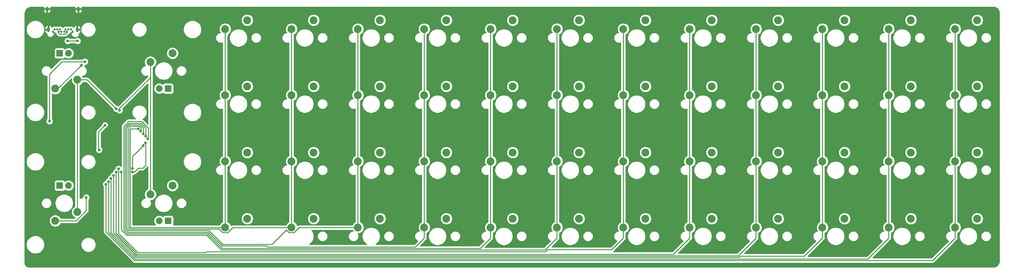
<source format=gbr>
G04 #@! TF.GenerationSoftware,KiCad,Pcbnew,(5.1.5)-3*
G04 #@! TF.CreationDate,2020-01-24T23:39:41-08:00*
G04 #@! TF.ProjectId,EUISOpcb,45554953-4f70-4636-922e-6b696361645f,rev?*
G04 #@! TF.SameCoordinates,Original*
G04 #@! TF.FileFunction,Copper,L1,Top*
G04 #@! TF.FilePolarity,Positive*
%FSLAX46Y46*%
G04 Gerber Fmt 4.6, Leading zero omitted, Abs format (unit mm)*
G04 Created by KiCad (PCBNEW (5.1.5)-3) date 2020-01-24 23:39:41*
%MOMM*%
%LPD*%
G04 APERTURE LIST*
%ADD10C,0.650000*%
%ADD11O,0.800000X1.400000*%
%ADD12C,2.250000*%
%ADD13R,1.905000X1.905000*%
%ADD14C,1.905000*%
%ADD15C,0.800000*%
%ADD16C,0.250000*%
%ADD17C,0.254000*%
G04 APERTURE END LIST*
D10*
X16269000Y-61938000D03*
X17069000Y-61938000D03*
X17869000Y-61938000D03*
X19469000Y-61938000D03*
X20269000Y-61938000D03*
X21069000Y-61938000D03*
X15869000Y-62638000D03*
X17469000Y-62638000D03*
X18269000Y-62638000D03*
X19069000Y-62638000D03*
X19869000Y-62638000D03*
X21469000Y-62638000D03*
D11*
X14179000Y-56088000D03*
X23159000Y-56088000D03*
X22799000Y-62038000D03*
X14539000Y-62038000D03*
D12*
X281178000Y-116459000D03*
X274828000Y-118999000D03*
X262128000Y-116459000D03*
X255778000Y-118999000D03*
X243078000Y-116459000D03*
X236728000Y-118999000D03*
X224028000Y-116459000D03*
X217678000Y-118999000D03*
X204978000Y-116459000D03*
X198628000Y-118999000D03*
X185928000Y-116459000D03*
X179578000Y-118999000D03*
X166878000Y-116459000D03*
X160528000Y-118999000D03*
X147828000Y-116459000D03*
X141478000Y-118999000D03*
X128778000Y-116459000D03*
X122428000Y-118999000D03*
X109728000Y-116459000D03*
X103378000Y-118999000D03*
X90678000Y-116459000D03*
X84328000Y-118999000D03*
X71628000Y-116459000D03*
X65278000Y-118999000D03*
X281178000Y-97409000D03*
X274828000Y-99949000D03*
X262128000Y-97409000D03*
X255778000Y-99949000D03*
X243078000Y-97409000D03*
X236728000Y-99949000D03*
X224028000Y-97409000D03*
X217678000Y-99949000D03*
X204978000Y-97409000D03*
X198628000Y-99949000D03*
X185928000Y-97409000D03*
X179578000Y-99949000D03*
X166878000Y-97409000D03*
X160528000Y-99949000D03*
X147828000Y-97409000D03*
X141478000Y-99949000D03*
X128778000Y-97409000D03*
X122428000Y-99949000D03*
X109728000Y-97409000D03*
X103378000Y-99949000D03*
X90678000Y-97409000D03*
X84328000Y-99949000D03*
X71628000Y-97409000D03*
X65278000Y-99949000D03*
D13*
X48895000Y-117094000D03*
D14*
X46355000Y-117094000D03*
D12*
X43815000Y-109474000D03*
X50165000Y-106934000D03*
D13*
X17780000Y-106934000D03*
D14*
X20320000Y-106934000D03*
D12*
X22860000Y-114554000D03*
X16510000Y-117094000D03*
X281178000Y-78359000D03*
X274828000Y-80899000D03*
X262128000Y-78359000D03*
X255778000Y-80899000D03*
X243078000Y-78359000D03*
X236728000Y-80899000D03*
X224028000Y-78359000D03*
X217678000Y-80899000D03*
X204978000Y-78359000D03*
X198628000Y-80899000D03*
X185928000Y-78359000D03*
X179578000Y-80899000D03*
X166878000Y-78359000D03*
X160528000Y-80899000D03*
X147828000Y-78359000D03*
X141478000Y-80899000D03*
X128778000Y-78359000D03*
X122428000Y-80899000D03*
X109728000Y-78359000D03*
X103378000Y-80899000D03*
X90678000Y-78359000D03*
X84328000Y-80899000D03*
X71628000Y-78359000D03*
X65278000Y-80899000D03*
D13*
X48895000Y-78994000D03*
D14*
X46355000Y-78994000D03*
D12*
X43815000Y-71374000D03*
X50165000Y-68834000D03*
D13*
X17780000Y-68834000D03*
D14*
X20320000Y-68834000D03*
D12*
X22860000Y-76454000D03*
X16510000Y-78994000D03*
X281178000Y-59309000D03*
X274828000Y-61849000D03*
X262128000Y-59309000D03*
X255778000Y-61849000D03*
X243078000Y-59309000D03*
X236728000Y-61849000D03*
X224028000Y-59309000D03*
X217678000Y-61849000D03*
X204978000Y-59309000D03*
X198628000Y-61849000D03*
X185928000Y-59309000D03*
X179578000Y-61849000D03*
X166878000Y-59309000D03*
X160528000Y-61849000D03*
X147828000Y-59309000D03*
X141478000Y-61849000D03*
X128778000Y-59309000D03*
X122428000Y-61849000D03*
X109728000Y-59309000D03*
X103378000Y-61849000D03*
X90678000Y-59309000D03*
X84328000Y-61849000D03*
X71628000Y-59309000D03*
X65278000Y-61849000D03*
D15*
X32512000Y-88900000D03*
X30099000Y-95377000D03*
X12319000Y-73406000D03*
X12275141Y-70187141D03*
X30792847Y-89593847D03*
X29083000Y-96647000D03*
X25019000Y-71247000D03*
X14859000Y-88392000D03*
X24003999Y-72263999D03*
X25400000Y-110363000D03*
X40365848Y-90571152D03*
X41072956Y-91278260D03*
X41780064Y-91985368D03*
X42487172Y-92692476D03*
X43074599Y-93501756D03*
X35447963Y-102997000D03*
X38698000Y-102997000D03*
X42418000Y-94615000D03*
X34671000Y-102108000D03*
X41764001Y-95447051D03*
X38698000Y-101981000D03*
X33997962Y-103069526D03*
X33220999Y-104006426D03*
X32495999Y-104902000D03*
X31770999Y-105788330D03*
X31045999Y-106553673D03*
X34036000Y-84836000D03*
X34950233Y-85241192D03*
X22860000Y-65278000D03*
X20066000Y-65278000D03*
D16*
X32512000Y-88900000D02*
X30099000Y-91313000D01*
X30099000Y-91313000D02*
X30099000Y-95377000D01*
X12319000Y-73406000D02*
X12319000Y-70231000D01*
X12319000Y-70231000D02*
X12275141Y-70187141D01*
X30792847Y-89593847D02*
X28956000Y-91430694D01*
X28956000Y-91430694D02*
X28956000Y-96647000D01*
X28956000Y-96647000D02*
X29083000Y-96647000D01*
X14859000Y-74801002D02*
X14859000Y-88392000D01*
X25019000Y-71247000D02*
X18413002Y-71247000D01*
X18413002Y-71247000D02*
X14859000Y-74801002D01*
X17273998Y-78994000D02*
X24003999Y-72263999D01*
X16510000Y-78994000D02*
X17273998Y-78994000D01*
X24003999Y-72263999D02*
X24004998Y-72263000D01*
X16510000Y-117094000D02*
X18100990Y-117094000D01*
X22466002Y-117094000D02*
X25400000Y-114160002D01*
X18100990Y-117094000D02*
X22466002Y-117094000D01*
X25400000Y-114160002D02*
X25400000Y-110363000D01*
X25400000Y-110363000D02*
X25400000Y-110363000D01*
X65278000Y-63439990D02*
X65405000Y-63566990D01*
X65278000Y-61849000D02*
X65278000Y-63439990D01*
X65405000Y-63566990D02*
X65278000Y-63693990D01*
X65278000Y-63693990D02*
X65278000Y-118364000D01*
X65278000Y-118999000D02*
X37973000Y-118999000D01*
X37973000Y-118999000D02*
X37973000Y-90551000D01*
X37973000Y-90551000D02*
X40345696Y-90551000D01*
X40345696Y-90551000D02*
X40365848Y-90571152D01*
X84328000Y-61849000D02*
X84328000Y-118872000D01*
X63582008Y-119449010D02*
X37786600Y-119449010D01*
X64581999Y-120449001D02*
X63582008Y-119449010D01*
X41090849Y-91260367D02*
X41072956Y-91278260D01*
X37522990Y-119185400D02*
X37522990Y-90364600D01*
X65974001Y-120449001D02*
X64581999Y-120449001D01*
X84328000Y-118999000D02*
X67424002Y-118999000D01*
X67424002Y-118999000D02*
X65974001Y-120449001D01*
X37522990Y-90364600D02*
X38041439Y-89846151D01*
X38041439Y-89846151D02*
X40713849Y-89846151D01*
X37786600Y-119449010D02*
X37522990Y-119185400D01*
X41090849Y-90223151D02*
X41090849Y-91260367D01*
X40713849Y-89846151D02*
X41090849Y-90223151D01*
X103378000Y-61849000D02*
X103378000Y-118999000D01*
X41797957Y-90293849D02*
X41797957Y-91967475D01*
X40900250Y-89396142D02*
X41797957Y-90293849D01*
X37855039Y-89396141D02*
X40900250Y-89396142D01*
X83631999Y-120449001D02*
X82877999Y-119695001D01*
X103378000Y-118999000D02*
X86474002Y-118999000D01*
X85024001Y-120449001D02*
X83631999Y-120449001D01*
X82877999Y-119695001D02*
X78715099Y-123857901D01*
X41797957Y-91967475D02*
X41780064Y-91985368D01*
X86474002Y-118999000D02*
X85024001Y-120449001D01*
X60592017Y-119899019D02*
X37600199Y-119899019D01*
X78715099Y-123857901D02*
X64550899Y-123857901D01*
X64550899Y-123857901D02*
X60592017Y-119899019D01*
X37600199Y-119899019D02*
X37072980Y-119371800D01*
X37072980Y-119371800D02*
X37072981Y-90178199D01*
X37072981Y-90178199D02*
X37855039Y-89396141D01*
X122428000Y-118999000D02*
X122428000Y-61849000D01*
X122428000Y-122045002D02*
X119886002Y-124587000D01*
X122428000Y-118999000D02*
X122428000Y-122045002D01*
X77063911Y-124307911D02*
X64364498Y-124307910D01*
X119886002Y-124587000D02*
X77343000Y-124587000D01*
X77343000Y-124587000D02*
X77063911Y-124307911D01*
X42505065Y-90364547D02*
X42505065Y-92674583D01*
X37668640Y-88946132D02*
X41086651Y-88946133D01*
X41086651Y-88946133D02*
X42505065Y-90364547D01*
X60405617Y-120349029D02*
X37413798Y-120349028D01*
X42505065Y-92674583D02*
X42487172Y-92692476D01*
X37413798Y-120349028D02*
X36622971Y-119558199D01*
X64364498Y-124307910D02*
X60405617Y-120349029D01*
X36622971Y-119558199D02*
X36622972Y-89991798D01*
X36622972Y-89991798D02*
X37668640Y-88946132D01*
X141478000Y-61849000D02*
X141478000Y-118872000D01*
X141478000Y-122045002D02*
X139063002Y-124460000D01*
X141478000Y-118999000D02*
X141478000Y-122045002D01*
X138485992Y-125037010D02*
X64457188Y-125037010D01*
X139063002Y-124460000D02*
X138485992Y-125037010D01*
X41273052Y-88496124D02*
X43212173Y-90435245D01*
X43212173Y-90435245D02*
X43212173Y-93364182D01*
X37482241Y-88496123D02*
X41273052Y-88496124D01*
X60219216Y-120799038D02*
X37227397Y-120799036D01*
X43212173Y-93364182D02*
X43074599Y-93501756D01*
X36172962Y-119744598D02*
X36172964Y-89805397D01*
X64457188Y-125037010D02*
X60219216Y-120799038D01*
X37227397Y-120799036D02*
X36172962Y-119744598D01*
X36172964Y-89805397D02*
X37482241Y-88496123D01*
X160528000Y-61849000D02*
X160528000Y-118872000D01*
X160528000Y-122045002D02*
X157351002Y-125222000D01*
X160528000Y-118999000D02*
X160528000Y-122045002D01*
X157085983Y-125487019D02*
X64270787Y-125487019D01*
X157351002Y-125222000D02*
X157085983Y-125487019D01*
X37040996Y-121249044D02*
X35447963Y-119656011D01*
X64270787Y-125487019D02*
X60032812Y-121249044D01*
X60032812Y-121249044D02*
X37040996Y-121249044D01*
X42489001Y-100963521D02*
X42489001Y-94686001D01*
X42489001Y-94686001D02*
X42418000Y-94615000D01*
X38698000Y-102997000D02*
X39263685Y-102997000D01*
X40335684Y-101925001D02*
X41584999Y-101925001D01*
X39263685Y-102997000D02*
X40335684Y-101925001D01*
X41584999Y-101925001D02*
X42545000Y-100965000D01*
X35447963Y-117714037D02*
X35433000Y-117699074D01*
X35447963Y-119656011D02*
X35447963Y-117714037D01*
X35433000Y-117699074D02*
X35433000Y-102997000D01*
X179578000Y-118999000D02*
X179578000Y-117408010D01*
X179578000Y-61849000D02*
X179578000Y-119126000D01*
X179578000Y-118999000D02*
X179578000Y-122045002D01*
X157860412Y-125349000D02*
X157272383Y-125937029D01*
X176274002Y-125349000D02*
X157860412Y-125349000D01*
X179578000Y-122045002D02*
X176274002Y-125349000D01*
X40222379Y-126270901D02*
X35179000Y-121227522D01*
X59690157Y-126270901D02*
X40222379Y-126270901D01*
X157272383Y-125937029D02*
X60024029Y-125937029D01*
X60024029Y-125937029D02*
X59690157Y-126270901D01*
X35179000Y-121227522D02*
X34722962Y-120771484D01*
X34722962Y-120771484D02*
X34722962Y-102159962D01*
X41764001Y-95447051D02*
X38698000Y-98513052D01*
X38698000Y-98513052D02*
X38698000Y-101981000D01*
X198628000Y-61849000D02*
X198628000Y-118999000D01*
X198628000Y-122045002D02*
X195197002Y-125476000D01*
X198628000Y-118999000D02*
X198628000Y-122045002D01*
X193952092Y-126720910D02*
X40035978Y-126720910D01*
X195197002Y-125476000D02*
X193952092Y-126720910D01*
X33945999Y-103121489D02*
X33997962Y-103069526D01*
X40035978Y-126720910D02*
X33945999Y-120630931D01*
X33945999Y-120630931D02*
X33945999Y-103121489D01*
X217678000Y-118999000D02*
X217678000Y-61722000D01*
X217678000Y-122045002D02*
X212552083Y-127170919D01*
X217678000Y-118999000D02*
X217678000Y-122045002D01*
X33220999Y-120542341D02*
X33220999Y-104006426D01*
X212552083Y-127170919D02*
X39849577Y-127170919D01*
X39849577Y-127170919D02*
X33220999Y-120542341D01*
X236728000Y-61849000D02*
X236728000Y-63439990D01*
X236728000Y-63439990D02*
X236728000Y-118872000D01*
X236728000Y-122045002D02*
X231519002Y-127254000D01*
X236728000Y-118999000D02*
X236728000Y-122045002D01*
X231519002Y-127254000D02*
X213105412Y-127254000D01*
X32495999Y-120453751D02*
X32495999Y-104902000D01*
X213105412Y-127254000D02*
X212738483Y-127620929D01*
X39663176Y-127620928D02*
X32495999Y-120453751D01*
X212738483Y-127620929D02*
X39663176Y-127620928D01*
X255778000Y-118999000D02*
X255778000Y-117408010D01*
X255778000Y-117408010D02*
X255778000Y-61849000D01*
X255778000Y-122045002D02*
X250118992Y-127704010D01*
X255778000Y-118999000D02*
X255778000Y-122045002D01*
X39476775Y-128070937D02*
X31770999Y-120365161D01*
X31770999Y-120365161D02*
X31770999Y-105788330D01*
X250118992Y-127704010D02*
X249752065Y-128070937D01*
X249752065Y-128070937D02*
X39476775Y-128070937D01*
X274828000Y-61849000D02*
X274828000Y-119126000D01*
X274828000Y-122045002D02*
X268352055Y-128520947D01*
X274828000Y-118999000D02*
X274828000Y-122045002D01*
X268352055Y-128520947D02*
X39290374Y-128520946D01*
X31045999Y-120276571D02*
X31045999Y-106553673D01*
X39290374Y-128520946D02*
X31045999Y-120276571D01*
X22860000Y-76454000D02*
X22860000Y-114427000D01*
X22860000Y-76454000D02*
X24450990Y-76454000D01*
X24450990Y-76454000D02*
X25654000Y-76454000D01*
X25654000Y-76454000D02*
X34036000Y-84836000D01*
X43815000Y-109474000D02*
X43815000Y-71374000D01*
X43815000Y-71374000D02*
X43815000Y-75819000D01*
X43815000Y-75819000D02*
X34950233Y-84683767D01*
X34950233Y-84683767D02*
X34950233Y-85241192D01*
X19381001Y-63288001D02*
X19939000Y-62730002D01*
X17659382Y-63288001D02*
X19381001Y-63288001D01*
X17469000Y-62638000D02*
X17469000Y-63097619D01*
X17469000Y-63097619D02*
X17659382Y-63288001D01*
X19939000Y-62730002D02*
X19939000Y-62611000D01*
X22860000Y-65278000D02*
X20066000Y-65278000D01*
D17*
G36*
X13144000Y-55661000D02*
G01*
X13144000Y-55961000D01*
X14052000Y-55961000D01*
X14052000Y-55941000D01*
X14306000Y-55941000D01*
X14306000Y-55961000D01*
X15214000Y-55961000D01*
X15214000Y-55661000D01*
X15183325Y-55524000D01*
X22154675Y-55524000D01*
X22124000Y-55661000D01*
X22124000Y-55961000D01*
X23032000Y-55961000D01*
X23032000Y-55941000D01*
X23286000Y-55941000D01*
X23286000Y-55961000D01*
X24194000Y-55961000D01*
X24194000Y-55661000D01*
X24163325Y-55524000D01*
X285717722Y-55524000D01*
X286089878Y-55560490D01*
X286416810Y-55659196D01*
X286718343Y-55819525D01*
X286982995Y-56035370D01*
X287200678Y-56298503D01*
X287363108Y-56598911D01*
X287464096Y-56925150D01*
X287503000Y-57295300D01*
X287503001Y-128618711D01*
X287466510Y-128990877D01*
X287367803Y-129317812D01*
X287207476Y-129619343D01*
X286991632Y-129883993D01*
X286728496Y-130101679D01*
X286428089Y-130264108D01*
X286101850Y-130365096D01*
X285731700Y-130404000D01*
X9049277Y-130404000D01*
X8775795Y-130377185D01*
X8543774Y-130307133D01*
X8329778Y-130193350D01*
X8141961Y-130040169D01*
X7987471Y-129853424D01*
X7872198Y-129640231D01*
X7800528Y-129408701D01*
X7772000Y-129137276D01*
X7772000Y-123693076D01*
X8166100Y-123693076D01*
X8166100Y-124210924D01*
X8267127Y-124718822D01*
X8465299Y-125197251D01*
X8753000Y-125627826D01*
X9119174Y-125994000D01*
X9549749Y-126281701D01*
X10028178Y-126479873D01*
X10536076Y-126580900D01*
X11053924Y-126580900D01*
X11561822Y-126479873D01*
X12040251Y-126281701D01*
X12470826Y-125994000D01*
X12837000Y-125627826D01*
X13124701Y-125197251D01*
X13322873Y-124718822D01*
X13423900Y-124210924D01*
X13423900Y-123739357D01*
X23876000Y-123739357D01*
X23876000Y-124164643D01*
X23958970Y-124581757D01*
X24121719Y-124974670D01*
X24357996Y-125328282D01*
X24658718Y-125629004D01*
X25012330Y-125865281D01*
X25405243Y-126028030D01*
X25822357Y-126111000D01*
X26247643Y-126111000D01*
X26664757Y-126028030D01*
X27057670Y-125865281D01*
X27411282Y-125629004D01*
X27712004Y-125328282D01*
X27948281Y-124974670D01*
X28111030Y-124581757D01*
X28194000Y-124164643D01*
X28194000Y-123739357D01*
X28111030Y-123322243D01*
X27948281Y-122929330D01*
X27712004Y-122575718D01*
X27411282Y-122274996D01*
X27057670Y-122038719D01*
X26664757Y-121875970D01*
X26247643Y-121793000D01*
X25822357Y-121793000D01*
X25405243Y-121875970D01*
X25012330Y-122038719D01*
X24658718Y-122274996D01*
X24357996Y-122575718D01*
X24121719Y-122929330D01*
X23958970Y-123322243D01*
X23876000Y-123739357D01*
X13423900Y-123739357D01*
X13423900Y-123693076D01*
X13322873Y-123185178D01*
X13124701Y-122706749D01*
X12837000Y-122276174D01*
X12470826Y-121910000D01*
X12040251Y-121622299D01*
X11561822Y-121424127D01*
X11053924Y-121323100D01*
X10536076Y-121323100D01*
X10028178Y-121424127D01*
X9549749Y-121622299D01*
X9119174Y-121910000D01*
X8753000Y-122276174D01*
X8465299Y-122706749D01*
X8267127Y-123185178D01*
X8166100Y-123693076D01*
X7772000Y-123693076D01*
X7772000Y-111865278D01*
X12460000Y-111865278D01*
X12460000Y-112162722D01*
X12518029Y-112454451D01*
X12631856Y-112729253D01*
X12797107Y-112976569D01*
X13007431Y-113186893D01*
X13254747Y-113352144D01*
X13529549Y-113465971D01*
X13821278Y-113524000D01*
X14118722Y-113524000D01*
X14410451Y-113465971D01*
X14685253Y-113352144D01*
X14932569Y-113186893D01*
X15142893Y-112976569D01*
X15308144Y-112729253D01*
X15421971Y-112454451D01*
X15480000Y-112162722D01*
X15480000Y-111865278D01*
X15458080Y-111755076D01*
X16421100Y-111755076D01*
X16421100Y-112272924D01*
X16522127Y-112780822D01*
X16720299Y-113259251D01*
X17008000Y-113689826D01*
X17374174Y-114056000D01*
X17804749Y-114343701D01*
X18283178Y-114541873D01*
X18791076Y-114642900D01*
X19308924Y-114642900D01*
X19816822Y-114541873D01*
X20295251Y-114343701D01*
X20725826Y-114056000D01*
X21092000Y-113689826D01*
X21379701Y-113259251D01*
X21577873Y-112780822D01*
X21678900Y-112272924D01*
X21678900Y-111755076D01*
X21577873Y-111247178D01*
X21379701Y-110768749D01*
X21092000Y-110338174D01*
X20725826Y-109972000D01*
X20295251Y-109684299D01*
X19816822Y-109486127D01*
X19308924Y-109385100D01*
X18791076Y-109385100D01*
X18283178Y-109486127D01*
X17804749Y-109684299D01*
X17374174Y-109972000D01*
X17008000Y-110338174D01*
X16720299Y-110768749D01*
X16522127Y-111247178D01*
X16421100Y-111755076D01*
X15458080Y-111755076D01*
X15421971Y-111573549D01*
X15308144Y-111298747D01*
X15142893Y-111051431D01*
X14932569Y-110841107D01*
X14685253Y-110675856D01*
X14410451Y-110562029D01*
X14118722Y-110504000D01*
X13821278Y-110504000D01*
X13529549Y-110562029D01*
X13254747Y-110675856D01*
X13007431Y-110841107D01*
X12797107Y-111051431D01*
X12631856Y-111298747D01*
X12518029Y-111573549D01*
X12460000Y-111865278D01*
X7772000Y-111865278D01*
X7772000Y-105981500D01*
X16189428Y-105981500D01*
X16189428Y-107886500D01*
X16201688Y-108010982D01*
X16237998Y-108130680D01*
X16296963Y-108240994D01*
X16376315Y-108337685D01*
X16473006Y-108417037D01*
X16583320Y-108476002D01*
X16703018Y-108512312D01*
X16827500Y-108524572D01*
X18732500Y-108524572D01*
X18856982Y-108512312D01*
X18976680Y-108476002D01*
X19086994Y-108417037D01*
X19183685Y-108337685D01*
X19263037Y-108240994D01*
X19304451Y-108163515D01*
X19308028Y-108167092D01*
X19568037Y-108340824D01*
X19856943Y-108460493D01*
X20163645Y-108521500D01*
X20476355Y-108521500D01*
X20783057Y-108460493D01*
X21071963Y-108340824D01*
X21331972Y-108167092D01*
X21553092Y-107945972D01*
X21726824Y-107685963D01*
X21846493Y-107397057D01*
X21907500Y-107090355D01*
X21907500Y-106777645D01*
X21846493Y-106470943D01*
X21726824Y-106182037D01*
X21553092Y-105922028D01*
X21331972Y-105700908D01*
X21071963Y-105527176D01*
X20783057Y-105407507D01*
X20476355Y-105346500D01*
X20163645Y-105346500D01*
X19856943Y-105407507D01*
X19568037Y-105527176D01*
X19308028Y-105700908D01*
X19304451Y-105704485D01*
X19263037Y-105627006D01*
X19183685Y-105530315D01*
X19086994Y-105450963D01*
X18976680Y-105391998D01*
X18856982Y-105355688D01*
X18732500Y-105343428D01*
X16827500Y-105343428D01*
X16703018Y-105355688D01*
X16583320Y-105391998D01*
X16473006Y-105450963D01*
X16376315Y-105530315D01*
X16296963Y-105627006D01*
X16237998Y-105737320D01*
X16201688Y-105857018D01*
X16189428Y-105981500D01*
X7772000Y-105981500D01*
X7772000Y-99817076D01*
X8166100Y-99817076D01*
X8166100Y-100334924D01*
X8267127Y-100842822D01*
X8465299Y-101321251D01*
X8753000Y-101751826D01*
X9119174Y-102118000D01*
X9549749Y-102405701D01*
X10028178Y-102603873D01*
X10536076Y-102704900D01*
X11053924Y-102704900D01*
X11561822Y-102603873D01*
X12040251Y-102405701D01*
X12470826Y-102118000D01*
X12837000Y-101751826D01*
X13124701Y-101321251D01*
X13322873Y-100842822D01*
X13423900Y-100334924D01*
X13423900Y-99817076D01*
X13322873Y-99309178D01*
X13124701Y-98830749D01*
X12837000Y-98400174D01*
X12470826Y-98034000D01*
X12040251Y-97746299D01*
X11561822Y-97548127D01*
X11053924Y-97447100D01*
X10536076Y-97447100D01*
X10028178Y-97548127D01*
X9549749Y-97746299D01*
X9119174Y-98034000D01*
X8753000Y-98400174D01*
X8465299Y-98830749D01*
X8267127Y-99309178D01*
X8166100Y-99817076D01*
X7772000Y-99817076D01*
X7772000Y-85593076D01*
X8166100Y-85593076D01*
X8166100Y-86110924D01*
X8267127Y-86618822D01*
X8465299Y-87097251D01*
X8753000Y-87527826D01*
X9119174Y-87894000D01*
X9549749Y-88181701D01*
X10028178Y-88379873D01*
X10536076Y-88480900D01*
X11053924Y-88480900D01*
X11561822Y-88379873D01*
X12040251Y-88181701D01*
X12470826Y-87894000D01*
X12837000Y-87527826D01*
X13124701Y-87097251D01*
X13322873Y-86618822D01*
X13423900Y-86110924D01*
X13423900Y-85593076D01*
X13322873Y-85085178D01*
X13124701Y-84606749D01*
X12837000Y-84176174D01*
X12470826Y-83810000D01*
X12040251Y-83522299D01*
X11561822Y-83324127D01*
X11053924Y-83223100D01*
X10536076Y-83223100D01*
X10028178Y-83324127D01*
X9549749Y-83522299D01*
X9119174Y-83810000D01*
X8753000Y-84176174D01*
X8465299Y-84606749D01*
X8267127Y-85085178D01*
X8166100Y-85593076D01*
X7772000Y-85593076D01*
X7772000Y-73765278D01*
X12460000Y-73765278D01*
X12460000Y-74062722D01*
X12518029Y-74354451D01*
X12631856Y-74629253D01*
X12797107Y-74876569D01*
X13007431Y-75086893D01*
X13254747Y-75252144D01*
X13529549Y-75365971D01*
X13821278Y-75424000D01*
X14099000Y-75424000D01*
X14099001Y-87688288D01*
X14055063Y-87732226D01*
X13941795Y-87901744D01*
X13863774Y-88090102D01*
X13824000Y-88290061D01*
X13824000Y-88493939D01*
X13863774Y-88693898D01*
X13941795Y-88882256D01*
X14055063Y-89051774D01*
X14199226Y-89195937D01*
X14368744Y-89309205D01*
X14557102Y-89387226D01*
X14757061Y-89427000D01*
X14960939Y-89427000D01*
X15160898Y-89387226D01*
X15349256Y-89309205D01*
X15518774Y-89195937D01*
X15662937Y-89051774D01*
X15776205Y-88882256D01*
X15854226Y-88693898D01*
X15894000Y-88493939D01*
X15894000Y-88290061D01*
X15854226Y-88090102D01*
X15776205Y-87901744D01*
X15662937Y-87732226D01*
X15619000Y-87688289D01*
X15619000Y-80515387D01*
X15676327Y-80553692D01*
X15996627Y-80686364D01*
X16336655Y-80754000D01*
X16683345Y-80754000D01*
X17023373Y-80686364D01*
X17343673Y-80553692D01*
X17631935Y-80361081D01*
X17877081Y-80115935D01*
X18069692Y-79827673D01*
X18202364Y-79507373D01*
X18270000Y-79167345D01*
X18270000Y-79072799D01*
X21109400Y-76233400D01*
X21100000Y-76280655D01*
X21100000Y-76627345D01*
X21167636Y-76967373D01*
X21300308Y-77287673D01*
X21492919Y-77575935D01*
X21738065Y-77821081D01*
X22026327Y-78013692D01*
X22100000Y-78044208D01*
X22100001Y-112963791D01*
X22026327Y-112994308D01*
X21738065Y-113186919D01*
X21492919Y-113432065D01*
X21300308Y-113720327D01*
X21167636Y-114040627D01*
X21100000Y-114380655D01*
X21100000Y-114727345D01*
X21167636Y-115067373D01*
X21300308Y-115387673D01*
X21492919Y-115675935D01*
X21738065Y-115921081D01*
X22026327Y-116113692D01*
X22270408Y-116214793D01*
X22151201Y-116334000D01*
X18100208Y-116334000D01*
X18069692Y-116260327D01*
X17877081Y-115972065D01*
X17631935Y-115726919D01*
X17343673Y-115534308D01*
X17023373Y-115401636D01*
X16683345Y-115334000D01*
X16336655Y-115334000D01*
X15996627Y-115401636D01*
X15676327Y-115534308D01*
X15388065Y-115726919D01*
X15142919Y-115972065D01*
X14950308Y-116260327D01*
X14817636Y-116580627D01*
X14750000Y-116920655D01*
X14750000Y-117267345D01*
X14817636Y-117607373D01*
X14950308Y-117927673D01*
X15142919Y-118215935D01*
X15388065Y-118461081D01*
X15676327Y-118653692D01*
X15996627Y-118786364D01*
X16336655Y-118854000D01*
X16683345Y-118854000D01*
X17023373Y-118786364D01*
X17343673Y-118653692D01*
X17631935Y-118461081D01*
X17877081Y-118215935D01*
X18069692Y-117927673D01*
X18100208Y-117854000D01*
X22428680Y-117854000D01*
X22466002Y-117857676D01*
X22503324Y-117854000D01*
X22503335Y-117854000D01*
X22614988Y-117843003D01*
X22758249Y-117799546D01*
X22890278Y-117728974D01*
X23006003Y-117634001D01*
X23029806Y-117604997D01*
X25911004Y-114723800D01*
X25940001Y-114700003D01*
X26034974Y-114584278D01*
X26105546Y-114452249D01*
X26149003Y-114308988D01*
X26160000Y-114197335D01*
X26160000Y-114197327D01*
X26163676Y-114160002D01*
X26160000Y-114122677D01*
X26160000Y-111066711D01*
X26203937Y-111022774D01*
X26317205Y-110853256D01*
X26395226Y-110664898D01*
X26435000Y-110464939D01*
X26435000Y-110261061D01*
X26395226Y-110061102D01*
X26317205Y-109872744D01*
X26203937Y-109703226D01*
X26059774Y-109559063D01*
X25890256Y-109445795D01*
X25701898Y-109367774D01*
X25501939Y-109328000D01*
X25298061Y-109328000D01*
X25098102Y-109367774D01*
X24909744Y-109445795D01*
X24740226Y-109559063D01*
X24596063Y-109703226D01*
X24482795Y-109872744D01*
X24404774Y-110061102D01*
X24365000Y-110261061D01*
X24365000Y-110464939D01*
X24376644Y-110523478D01*
X24278722Y-110504000D01*
X23981278Y-110504000D01*
X23689549Y-110562029D01*
X23620000Y-110590837D01*
X23620000Y-99863357D01*
X23876000Y-99863357D01*
X23876000Y-100288643D01*
X23958970Y-100705757D01*
X24121719Y-101098670D01*
X24357996Y-101452282D01*
X24658718Y-101753004D01*
X25012330Y-101989281D01*
X25405243Y-102152030D01*
X25822357Y-102235000D01*
X26247643Y-102235000D01*
X26664757Y-102152030D01*
X27057670Y-101989281D01*
X27411282Y-101753004D01*
X27712004Y-101452282D01*
X27948281Y-101098670D01*
X28111030Y-100705757D01*
X28194000Y-100288643D01*
X28194000Y-99863357D01*
X28111030Y-99446243D01*
X27948281Y-99053330D01*
X27712004Y-98699718D01*
X27411282Y-98398996D01*
X27057670Y-98162719D01*
X26664757Y-97999970D01*
X26247643Y-97917000D01*
X25822357Y-97917000D01*
X25405243Y-97999970D01*
X25012330Y-98162719D01*
X24658718Y-98398996D01*
X24357996Y-98699718D01*
X24121719Y-99053330D01*
X23958970Y-99446243D01*
X23876000Y-99863357D01*
X23620000Y-99863357D01*
X23620000Y-96545061D01*
X28048000Y-96545061D01*
X28048000Y-96748939D01*
X28087774Y-96948898D01*
X28165795Y-97137256D01*
X28279063Y-97306774D01*
X28423226Y-97450937D01*
X28592744Y-97564205D01*
X28781102Y-97642226D01*
X28981061Y-97682000D01*
X29184939Y-97682000D01*
X29384898Y-97642226D01*
X29573256Y-97564205D01*
X29742774Y-97450937D01*
X29886937Y-97306774D01*
X30000205Y-97137256D01*
X30078226Y-96948898D01*
X30118000Y-96748939D01*
X30118000Y-96545061D01*
X30078226Y-96345102D01*
X30000205Y-96156744D01*
X29886937Y-95987226D01*
X29742774Y-95843063D01*
X29716000Y-95825173D01*
X29716000Y-91745495D01*
X30832649Y-90628847D01*
X30894786Y-90628847D01*
X31094745Y-90589073D01*
X31283103Y-90511052D01*
X31452621Y-90397784D01*
X31596784Y-90253621D01*
X31710052Y-90084103D01*
X31788073Y-89895745D01*
X31827847Y-89695786D01*
X31827847Y-89491908D01*
X31788073Y-89291949D01*
X31710052Y-89103591D01*
X31596784Y-88934073D01*
X31452621Y-88789910D01*
X31283103Y-88676642D01*
X31094745Y-88598621D01*
X30894786Y-88558847D01*
X30690908Y-88558847D01*
X30490949Y-88598621D01*
X30302591Y-88676642D01*
X30133073Y-88789910D01*
X29988910Y-88934073D01*
X29875642Y-89103591D01*
X29797621Y-89291949D01*
X29757847Y-89491908D01*
X29757847Y-89554045D01*
X28445003Y-90866890D01*
X28415999Y-90890693D01*
X28360871Y-90957868D01*
X28321026Y-91006418D01*
X28286924Y-91070218D01*
X28250454Y-91138448D01*
X28206997Y-91281709D01*
X28196000Y-91393362D01*
X28196000Y-91393372D01*
X28192324Y-91430694D01*
X28196000Y-91468017D01*
X28196001Y-96111538D01*
X28165795Y-96156744D01*
X28087774Y-96345102D01*
X28048000Y-96545061D01*
X23620000Y-96545061D01*
X23620000Y-85639357D01*
X23876000Y-85639357D01*
X23876000Y-86064643D01*
X23958970Y-86481757D01*
X24121719Y-86874670D01*
X24357996Y-87228282D01*
X24658718Y-87529004D01*
X25012330Y-87765281D01*
X25405243Y-87928030D01*
X25822357Y-88011000D01*
X26247643Y-88011000D01*
X26664757Y-87928030D01*
X27057670Y-87765281D01*
X27411282Y-87529004D01*
X27712004Y-87228282D01*
X27948281Y-86874670D01*
X28111030Y-86481757D01*
X28194000Y-86064643D01*
X28194000Y-85639357D01*
X28111030Y-85222243D01*
X27948281Y-84829330D01*
X27712004Y-84475718D01*
X27411282Y-84174996D01*
X27057670Y-83938719D01*
X26664757Y-83775970D01*
X26247643Y-83693000D01*
X25822357Y-83693000D01*
X25405243Y-83775970D01*
X25012330Y-83938719D01*
X24658718Y-84174996D01*
X24357996Y-84475718D01*
X24121719Y-84829330D01*
X23958970Y-85222243D01*
X23876000Y-85639357D01*
X23620000Y-85639357D01*
X23620000Y-78044208D01*
X23693673Y-78013692D01*
X23981935Y-77821081D01*
X24227081Y-77575935D01*
X24419692Y-77287673D01*
X24450208Y-77214000D01*
X25339199Y-77214000D01*
X33001000Y-84875802D01*
X33001000Y-84937939D01*
X33040774Y-85137898D01*
X33118795Y-85326256D01*
X33232063Y-85495774D01*
X33376226Y-85639937D01*
X33545744Y-85753205D01*
X33734102Y-85831226D01*
X33934061Y-85871000D01*
X34126273Y-85871000D01*
X34146296Y-85900966D01*
X34290459Y-86045129D01*
X34459977Y-86158397D01*
X34648335Y-86236418D01*
X34848294Y-86276192D01*
X35052172Y-86276192D01*
X35252131Y-86236418D01*
X35440489Y-86158397D01*
X35610007Y-86045129D01*
X35754170Y-85900966D01*
X35867438Y-85731448D01*
X35945459Y-85543090D01*
X35985233Y-85343131D01*
X35985233Y-85139253D01*
X35945459Y-84939294D01*
X35893924Y-84814877D01*
X43055001Y-77653801D01*
X43055001Y-89203271D01*
X41836851Y-87985122D01*
X41813053Y-87956124D01*
X41784054Y-87932325D01*
X41697328Y-87861150D01*
X41581146Y-87799049D01*
X41662670Y-87765281D01*
X42016282Y-87529004D01*
X42317004Y-87228282D01*
X42553281Y-86874670D01*
X42716030Y-86481757D01*
X42799000Y-86064643D01*
X42799000Y-85639357D01*
X42716030Y-85222243D01*
X42553281Y-84829330D01*
X42317004Y-84475718D01*
X42016282Y-84174996D01*
X41662670Y-83938719D01*
X41269757Y-83775970D01*
X40852643Y-83693000D01*
X40427357Y-83693000D01*
X40010243Y-83775970D01*
X39617330Y-83938719D01*
X39263718Y-84174996D01*
X38962996Y-84475718D01*
X38726719Y-84829330D01*
X38563970Y-85222243D01*
X38481000Y-85639357D01*
X38481000Y-86064643D01*
X38563970Y-86481757D01*
X38726719Y-86874670D01*
X38962996Y-87228282D01*
X39263718Y-87529004D01*
X39573694Y-87736124D01*
X37519564Y-87736123D01*
X37482241Y-87732447D01*
X37444918Y-87736123D01*
X37444909Y-87736123D01*
X37333256Y-87747120D01*
X37189995Y-87790577D01*
X37057965Y-87861149D01*
X36971238Y-87932323D01*
X36971228Y-87932333D01*
X36942241Y-87956122D01*
X36918452Y-87985109D01*
X35661962Y-89241598D01*
X35632964Y-89265396D01*
X35609166Y-89294394D01*
X35537991Y-89381121D01*
X35467419Y-89513150D01*
X35423962Y-89656411D01*
X35409288Y-89805397D01*
X35412965Y-89842732D01*
X35412964Y-101386253D01*
X35330774Y-101304063D01*
X35161256Y-101190795D01*
X34972898Y-101112774D01*
X34772939Y-101073000D01*
X34569061Y-101073000D01*
X34369102Y-101112774D01*
X34180744Y-101190795D01*
X34011226Y-101304063D01*
X33867063Y-101448226D01*
X33753795Y-101617744D01*
X33675774Y-101806102D01*
X33636000Y-102006061D01*
X33636000Y-102099180D01*
X33507706Y-102152321D01*
X33338188Y-102265589D01*
X33194025Y-102409752D01*
X33080757Y-102579270D01*
X33002736Y-102767628D01*
X32962962Y-102967587D01*
X32962962Y-103002476D01*
X32919101Y-103011200D01*
X32730743Y-103089221D01*
X32561225Y-103202489D01*
X32417062Y-103346652D01*
X32303794Y-103516170D01*
X32225773Y-103704528D01*
X32185999Y-103904487D01*
X32185999Y-103910130D01*
X32005743Y-103984795D01*
X31836225Y-104098063D01*
X31692062Y-104242226D01*
X31578794Y-104411744D01*
X31500773Y-104600102D01*
X31461780Y-104796137D01*
X31280743Y-104871125D01*
X31111225Y-104984393D01*
X30967062Y-105128556D01*
X30853794Y-105298074D01*
X30775773Y-105486432D01*
X30762163Y-105554854D01*
X30744101Y-105558447D01*
X30555743Y-105636468D01*
X30386225Y-105749736D01*
X30242062Y-105893899D01*
X30128794Y-106063417D01*
X30050773Y-106251775D01*
X30010999Y-106451734D01*
X30010999Y-106655612D01*
X30050773Y-106855571D01*
X30128794Y-107043929D01*
X30242062Y-107213447D01*
X30286000Y-107257385D01*
X30285999Y-120239249D01*
X30282323Y-120276571D01*
X30285999Y-120313893D01*
X30285999Y-120313903D01*
X30296996Y-120425556D01*
X30332422Y-120542341D01*
X30340453Y-120568817D01*
X30411025Y-120700847D01*
X30423888Y-120716520D01*
X30505998Y-120816572D01*
X30535002Y-120840375D01*
X38726579Y-129031953D01*
X38750373Y-129060946D01*
X38779366Y-129084740D01*
X38779371Y-129084745D01*
X38866097Y-129155920D01*
X38998127Y-129226492D01*
X39141388Y-129269948D01*
X39290374Y-129284622D01*
X39327707Y-129280945D01*
X268314733Y-129280947D01*
X268352055Y-129284623D01*
X268389377Y-129280947D01*
X268389387Y-129280947D01*
X268501040Y-129269950D01*
X268644301Y-129226493D01*
X268644305Y-129226491D01*
X268776331Y-129155921D01*
X268863057Y-129084746D01*
X268863058Y-129084745D01*
X268892055Y-129060948D01*
X268915853Y-129031950D01*
X275339003Y-122608801D01*
X275368001Y-122585003D01*
X275462974Y-122469278D01*
X275533546Y-122337249D01*
X275577003Y-122193988D01*
X275588000Y-122082335D01*
X275588000Y-122082326D01*
X275591676Y-122045003D01*
X275588000Y-122007680D01*
X275588000Y-121280076D01*
X276009100Y-121280076D01*
X276009100Y-121797924D01*
X276110127Y-122305822D01*
X276308299Y-122784251D01*
X276596000Y-123214826D01*
X276962174Y-123581000D01*
X277392749Y-123868701D01*
X277871178Y-124066873D01*
X278379076Y-124167900D01*
X278896924Y-124167900D01*
X279404822Y-124066873D01*
X279883251Y-123868701D01*
X280313826Y-123581000D01*
X280680000Y-123214826D01*
X280967701Y-122784251D01*
X281165873Y-122305822D01*
X281266900Y-121797924D01*
X281266900Y-121390278D01*
X282208000Y-121390278D01*
X282208000Y-121687722D01*
X282266029Y-121979451D01*
X282379856Y-122254253D01*
X282545107Y-122501569D01*
X282755431Y-122711893D01*
X283002747Y-122877144D01*
X283277549Y-122990971D01*
X283569278Y-123049000D01*
X283866722Y-123049000D01*
X284158451Y-122990971D01*
X284433253Y-122877144D01*
X284680569Y-122711893D01*
X284890893Y-122501569D01*
X285056144Y-122254253D01*
X285169971Y-121979451D01*
X285228000Y-121687722D01*
X285228000Y-121390278D01*
X285169971Y-121098549D01*
X285056144Y-120823747D01*
X284890893Y-120576431D01*
X284680569Y-120366107D01*
X284433253Y-120200856D01*
X284158451Y-120087029D01*
X283866722Y-120029000D01*
X283569278Y-120029000D01*
X283277549Y-120087029D01*
X283002747Y-120200856D01*
X282755431Y-120366107D01*
X282545107Y-120576431D01*
X282379856Y-120823747D01*
X282266029Y-121098549D01*
X282208000Y-121390278D01*
X281266900Y-121390278D01*
X281266900Y-121280076D01*
X281165873Y-120772178D01*
X280967701Y-120293749D01*
X280680000Y-119863174D01*
X280313826Y-119497000D01*
X279883251Y-119209299D01*
X279404822Y-119011127D01*
X278896924Y-118910100D01*
X278379076Y-118910100D01*
X277871178Y-119011127D01*
X277392749Y-119209299D01*
X276962174Y-119497000D01*
X276596000Y-119863174D01*
X276308299Y-120293749D01*
X276110127Y-120772178D01*
X276009100Y-121280076D01*
X275588000Y-121280076D01*
X275588000Y-120589208D01*
X275661673Y-120558692D01*
X275949935Y-120366081D01*
X276195081Y-120120935D01*
X276387692Y-119832673D01*
X276520364Y-119512373D01*
X276588000Y-119172345D01*
X276588000Y-118825655D01*
X276520364Y-118485627D01*
X276387692Y-118165327D01*
X276195081Y-117877065D01*
X275949935Y-117631919D01*
X275661673Y-117439308D01*
X275588000Y-117408792D01*
X275588000Y-116285655D01*
X279418000Y-116285655D01*
X279418000Y-116632345D01*
X279485636Y-116972373D01*
X279618308Y-117292673D01*
X279810919Y-117580935D01*
X280056065Y-117826081D01*
X280344327Y-118018692D01*
X280664627Y-118151364D01*
X281004655Y-118219000D01*
X281351345Y-118219000D01*
X281691373Y-118151364D01*
X282011673Y-118018692D01*
X282299935Y-117826081D01*
X282545081Y-117580935D01*
X282737692Y-117292673D01*
X282870364Y-116972373D01*
X282938000Y-116632345D01*
X282938000Y-116285655D01*
X282870364Y-115945627D01*
X282737692Y-115625327D01*
X282545081Y-115337065D01*
X282299935Y-115091919D01*
X282011673Y-114899308D01*
X281691373Y-114766636D01*
X281351345Y-114699000D01*
X281004655Y-114699000D01*
X280664627Y-114766636D01*
X280344327Y-114899308D01*
X280056065Y-115091919D01*
X279810919Y-115337065D01*
X279618308Y-115625327D01*
X279485636Y-115945627D01*
X279418000Y-116285655D01*
X275588000Y-116285655D01*
X275588000Y-102230076D01*
X276009100Y-102230076D01*
X276009100Y-102747924D01*
X276110127Y-103255822D01*
X276308299Y-103734251D01*
X276596000Y-104164826D01*
X276962174Y-104531000D01*
X277392749Y-104818701D01*
X277871178Y-105016873D01*
X278379076Y-105117900D01*
X278896924Y-105117900D01*
X279404822Y-105016873D01*
X279883251Y-104818701D01*
X280313826Y-104531000D01*
X280680000Y-104164826D01*
X280967701Y-103734251D01*
X281165873Y-103255822D01*
X281266900Y-102747924D01*
X281266900Y-102340278D01*
X282208000Y-102340278D01*
X282208000Y-102637722D01*
X282266029Y-102929451D01*
X282379856Y-103204253D01*
X282545107Y-103451569D01*
X282755431Y-103661893D01*
X283002747Y-103827144D01*
X283277549Y-103940971D01*
X283569278Y-103999000D01*
X283866722Y-103999000D01*
X284158451Y-103940971D01*
X284433253Y-103827144D01*
X284680569Y-103661893D01*
X284890893Y-103451569D01*
X285056144Y-103204253D01*
X285169971Y-102929451D01*
X285228000Y-102637722D01*
X285228000Y-102340278D01*
X285169971Y-102048549D01*
X285056144Y-101773747D01*
X284890893Y-101526431D01*
X284680569Y-101316107D01*
X284433253Y-101150856D01*
X284158451Y-101037029D01*
X283866722Y-100979000D01*
X283569278Y-100979000D01*
X283277549Y-101037029D01*
X283002747Y-101150856D01*
X282755431Y-101316107D01*
X282545107Y-101526431D01*
X282379856Y-101773747D01*
X282266029Y-102048549D01*
X282208000Y-102340278D01*
X281266900Y-102340278D01*
X281266900Y-102230076D01*
X281165873Y-101722178D01*
X280967701Y-101243749D01*
X280680000Y-100813174D01*
X280313826Y-100447000D01*
X279883251Y-100159299D01*
X279404822Y-99961127D01*
X278896924Y-99860100D01*
X278379076Y-99860100D01*
X277871178Y-99961127D01*
X277392749Y-100159299D01*
X276962174Y-100447000D01*
X276596000Y-100813174D01*
X276308299Y-101243749D01*
X276110127Y-101722178D01*
X276009100Y-102230076D01*
X275588000Y-102230076D01*
X275588000Y-101539208D01*
X275661673Y-101508692D01*
X275949935Y-101316081D01*
X276195081Y-101070935D01*
X276387692Y-100782673D01*
X276520364Y-100462373D01*
X276588000Y-100122345D01*
X276588000Y-99775655D01*
X276520364Y-99435627D01*
X276387692Y-99115327D01*
X276195081Y-98827065D01*
X275949935Y-98581919D01*
X275661673Y-98389308D01*
X275588000Y-98358792D01*
X275588000Y-97235655D01*
X279418000Y-97235655D01*
X279418000Y-97582345D01*
X279485636Y-97922373D01*
X279618308Y-98242673D01*
X279810919Y-98530935D01*
X280056065Y-98776081D01*
X280344327Y-98968692D01*
X280664627Y-99101364D01*
X281004655Y-99169000D01*
X281351345Y-99169000D01*
X281691373Y-99101364D01*
X282011673Y-98968692D01*
X282299935Y-98776081D01*
X282545081Y-98530935D01*
X282737692Y-98242673D01*
X282870364Y-97922373D01*
X282938000Y-97582345D01*
X282938000Y-97235655D01*
X282870364Y-96895627D01*
X282737692Y-96575327D01*
X282545081Y-96287065D01*
X282299935Y-96041919D01*
X282011673Y-95849308D01*
X281691373Y-95716636D01*
X281351345Y-95649000D01*
X281004655Y-95649000D01*
X280664627Y-95716636D01*
X280344327Y-95849308D01*
X280056065Y-96041919D01*
X279810919Y-96287065D01*
X279618308Y-96575327D01*
X279485636Y-96895627D01*
X279418000Y-97235655D01*
X275588000Y-97235655D01*
X275588000Y-83180076D01*
X276009100Y-83180076D01*
X276009100Y-83697924D01*
X276110127Y-84205822D01*
X276308299Y-84684251D01*
X276596000Y-85114826D01*
X276962174Y-85481000D01*
X277392749Y-85768701D01*
X277871178Y-85966873D01*
X278379076Y-86067900D01*
X278896924Y-86067900D01*
X279404822Y-85966873D01*
X279883251Y-85768701D01*
X280313826Y-85481000D01*
X280680000Y-85114826D01*
X280967701Y-84684251D01*
X281165873Y-84205822D01*
X281266900Y-83697924D01*
X281266900Y-83290278D01*
X282208000Y-83290278D01*
X282208000Y-83587722D01*
X282266029Y-83879451D01*
X282379856Y-84154253D01*
X282545107Y-84401569D01*
X282755431Y-84611893D01*
X283002747Y-84777144D01*
X283277549Y-84890971D01*
X283569278Y-84949000D01*
X283866722Y-84949000D01*
X284158451Y-84890971D01*
X284433253Y-84777144D01*
X284680569Y-84611893D01*
X284890893Y-84401569D01*
X285056144Y-84154253D01*
X285169971Y-83879451D01*
X285228000Y-83587722D01*
X285228000Y-83290278D01*
X285169971Y-82998549D01*
X285056144Y-82723747D01*
X284890893Y-82476431D01*
X284680569Y-82266107D01*
X284433253Y-82100856D01*
X284158451Y-81987029D01*
X283866722Y-81929000D01*
X283569278Y-81929000D01*
X283277549Y-81987029D01*
X283002747Y-82100856D01*
X282755431Y-82266107D01*
X282545107Y-82476431D01*
X282379856Y-82723747D01*
X282266029Y-82998549D01*
X282208000Y-83290278D01*
X281266900Y-83290278D01*
X281266900Y-83180076D01*
X281165873Y-82672178D01*
X280967701Y-82193749D01*
X280680000Y-81763174D01*
X280313826Y-81397000D01*
X279883251Y-81109299D01*
X279404822Y-80911127D01*
X278896924Y-80810100D01*
X278379076Y-80810100D01*
X277871178Y-80911127D01*
X277392749Y-81109299D01*
X276962174Y-81397000D01*
X276596000Y-81763174D01*
X276308299Y-82193749D01*
X276110127Y-82672178D01*
X276009100Y-83180076D01*
X275588000Y-83180076D01*
X275588000Y-82489208D01*
X275661673Y-82458692D01*
X275949935Y-82266081D01*
X276195081Y-82020935D01*
X276387692Y-81732673D01*
X276520364Y-81412373D01*
X276588000Y-81072345D01*
X276588000Y-80725655D01*
X276520364Y-80385627D01*
X276387692Y-80065327D01*
X276195081Y-79777065D01*
X275949935Y-79531919D01*
X275661673Y-79339308D01*
X275588000Y-79308792D01*
X275588000Y-78185655D01*
X279418000Y-78185655D01*
X279418000Y-78532345D01*
X279485636Y-78872373D01*
X279618308Y-79192673D01*
X279810919Y-79480935D01*
X280056065Y-79726081D01*
X280344327Y-79918692D01*
X280664627Y-80051364D01*
X281004655Y-80119000D01*
X281351345Y-80119000D01*
X281691373Y-80051364D01*
X282011673Y-79918692D01*
X282299935Y-79726081D01*
X282545081Y-79480935D01*
X282737692Y-79192673D01*
X282870364Y-78872373D01*
X282938000Y-78532345D01*
X282938000Y-78185655D01*
X282870364Y-77845627D01*
X282737692Y-77525327D01*
X282545081Y-77237065D01*
X282299935Y-76991919D01*
X282011673Y-76799308D01*
X281691373Y-76666636D01*
X281351345Y-76599000D01*
X281004655Y-76599000D01*
X280664627Y-76666636D01*
X280344327Y-76799308D01*
X280056065Y-76991919D01*
X279810919Y-77237065D01*
X279618308Y-77525327D01*
X279485636Y-77845627D01*
X279418000Y-78185655D01*
X275588000Y-78185655D01*
X275588000Y-64130076D01*
X276009100Y-64130076D01*
X276009100Y-64647924D01*
X276110127Y-65155822D01*
X276308299Y-65634251D01*
X276596000Y-66064826D01*
X276962174Y-66431000D01*
X277392749Y-66718701D01*
X277871178Y-66916873D01*
X278379076Y-67017900D01*
X278896924Y-67017900D01*
X279404822Y-66916873D01*
X279883251Y-66718701D01*
X280313826Y-66431000D01*
X280680000Y-66064826D01*
X280967701Y-65634251D01*
X281165873Y-65155822D01*
X281266900Y-64647924D01*
X281266900Y-64240278D01*
X282208000Y-64240278D01*
X282208000Y-64537722D01*
X282266029Y-64829451D01*
X282379856Y-65104253D01*
X282545107Y-65351569D01*
X282755431Y-65561893D01*
X283002747Y-65727144D01*
X283277549Y-65840971D01*
X283569278Y-65899000D01*
X283866722Y-65899000D01*
X284158451Y-65840971D01*
X284433253Y-65727144D01*
X284680569Y-65561893D01*
X284890893Y-65351569D01*
X285056144Y-65104253D01*
X285169971Y-64829451D01*
X285228000Y-64537722D01*
X285228000Y-64240278D01*
X285169971Y-63948549D01*
X285056144Y-63673747D01*
X284890893Y-63426431D01*
X284680569Y-63216107D01*
X284433253Y-63050856D01*
X284158451Y-62937029D01*
X283866722Y-62879000D01*
X283569278Y-62879000D01*
X283277549Y-62937029D01*
X283002747Y-63050856D01*
X282755431Y-63216107D01*
X282545107Y-63426431D01*
X282379856Y-63673747D01*
X282266029Y-63948549D01*
X282208000Y-64240278D01*
X281266900Y-64240278D01*
X281266900Y-64130076D01*
X281165873Y-63622178D01*
X280967701Y-63143749D01*
X280680000Y-62713174D01*
X280313826Y-62347000D01*
X279883251Y-62059299D01*
X279404822Y-61861127D01*
X278896924Y-61760100D01*
X278379076Y-61760100D01*
X277871178Y-61861127D01*
X277392749Y-62059299D01*
X276962174Y-62347000D01*
X276596000Y-62713174D01*
X276308299Y-63143749D01*
X276110127Y-63622178D01*
X276009100Y-64130076D01*
X275588000Y-64130076D01*
X275588000Y-63439208D01*
X275661673Y-63408692D01*
X275949935Y-63216081D01*
X276195081Y-62970935D01*
X276387692Y-62682673D01*
X276520364Y-62362373D01*
X276588000Y-62022345D01*
X276588000Y-61675655D01*
X276520364Y-61335627D01*
X276387692Y-61015327D01*
X276195081Y-60727065D01*
X275949935Y-60481919D01*
X275661673Y-60289308D01*
X275341373Y-60156636D01*
X275001345Y-60089000D01*
X274654655Y-60089000D01*
X274314627Y-60156636D01*
X273994327Y-60289308D01*
X273706065Y-60481919D01*
X273460919Y-60727065D01*
X273268308Y-61015327D01*
X273135636Y-61335627D01*
X273068000Y-61675655D01*
X273068000Y-62022345D01*
X273135636Y-62362373D01*
X273268308Y-62682673D01*
X273400638Y-62880719D01*
X273117549Y-62937029D01*
X272842747Y-63050856D01*
X272595431Y-63216107D01*
X272385107Y-63426431D01*
X272219856Y-63673747D01*
X272106029Y-63948549D01*
X272048000Y-64240278D01*
X272048000Y-64537722D01*
X272106029Y-64829451D01*
X272219856Y-65104253D01*
X272385107Y-65351569D01*
X272595431Y-65561893D01*
X272842747Y-65727144D01*
X273117549Y-65840971D01*
X273409278Y-65899000D01*
X273706722Y-65899000D01*
X273998451Y-65840971D01*
X274068000Y-65812163D01*
X274068000Y-79308792D01*
X273994327Y-79339308D01*
X273706065Y-79531919D01*
X273460919Y-79777065D01*
X273268308Y-80065327D01*
X273135636Y-80385627D01*
X273068000Y-80725655D01*
X273068000Y-81072345D01*
X273135636Y-81412373D01*
X273268308Y-81732673D01*
X273400638Y-81930719D01*
X273117549Y-81987029D01*
X272842747Y-82100856D01*
X272595431Y-82266107D01*
X272385107Y-82476431D01*
X272219856Y-82723747D01*
X272106029Y-82998549D01*
X272048000Y-83290278D01*
X272048000Y-83587722D01*
X272106029Y-83879451D01*
X272219856Y-84154253D01*
X272385107Y-84401569D01*
X272595431Y-84611893D01*
X272842747Y-84777144D01*
X273117549Y-84890971D01*
X273409278Y-84949000D01*
X273706722Y-84949000D01*
X273998451Y-84890971D01*
X274068000Y-84862163D01*
X274068001Y-98358792D01*
X273994327Y-98389308D01*
X273706065Y-98581919D01*
X273460919Y-98827065D01*
X273268308Y-99115327D01*
X273135636Y-99435627D01*
X273068000Y-99775655D01*
X273068000Y-100122345D01*
X273135636Y-100462373D01*
X273268308Y-100782673D01*
X273400638Y-100980719D01*
X273117549Y-101037029D01*
X272842747Y-101150856D01*
X272595431Y-101316107D01*
X272385107Y-101526431D01*
X272219856Y-101773747D01*
X272106029Y-102048549D01*
X272048000Y-102340278D01*
X272048000Y-102637722D01*
X272106029Y-102929451D01*
X272219856Y-103204253D01*
X272385107Y-103451569D01*
X272595431Y-103661893D01*
X272842747Y-103827144D01*
X273117549Y-103940971D01*
X273409278Y-103999000D01*
X273706722Y-103999000D01*
X273998451Y-103940971D01*
X274068001Y-103912162D01*
X274068001Y-117408791D01*
X273994327Y-117439308D01*
X273706065Y-117631919D01*
X273460919Y-117877065D01*
X273268308Y-118165327D01*
X273135636Y-118485627D01*
X273068000Y-118825655D01*
X273068000Y-119172345D01*
X273135636Y-119512373D01*
X273268308Y-119832673D01*
X273400638Y-120030719D01*
X273117549Y-120087029D01*
X272842747Y-120200856D01*
X272595431Y-120366107D01*
X272385107Y-120576431D01*
X272219856Y-120823747D01*
X272106029Y-121098549D01*
X272048000Y-121390278D01*
X272048000Y-121687722D01*
X272106029Y-121979451D01*
X272219856Y-122254253D01*
X272385107Y-122501569D01*
X272595431Y-122711893D01*
X272842747Y-122877144D01*
X272898120Y-122900080D01*
X268037253Y-127760948D01*
X251136855Y-127760948D01*
X256289003Y-122608801D01*
X256318001Y-122585003D01*
X256412974Y-122469278D01*
X256483546Y-122337249D01*
X256527003Y-122193988D01*
X256538000Y-122082335D01*
X256538000Y-122082325D01*
X256541676Y-122045002D01*
X256538000Y-122007679D01*
X256538000Y-121280076D01*
X256959100Y-121280076D01*
X256959100Y-121797924D01*
X257060127Y-122305822D01*
X257258299Y-122784251D01*
X257546000Y-123214826D01*
X257912174Y-123581000D01*
X258342749Y-123868701D01*
X258821178Y-124066873D01*
X259329076Y-124167900D01*
X259846924Y-124167900D01*
X260354822Y-124066873D01*
X260833251Y-123868701D01*
X261263826Y-123581000D01*
X261630000Y-123214826D01*
X261917701Y-122784251D01*
X262115873Y-122305822D01*
X262216900Y-121797924D01*
X262216900Y-121390278D01*
X263158000Y-121390278D01*
X263158000Y-121687722D01*
X263216029Y-121979451D01*
X263329856Y-122254253D01*
X263495107Y-122501569D01*
X263705431Y-122711893D01*
X263952747Y-122877144D01*
X264227549Y-122990971D01*
X264519278Y-123049000D01*
X264816722Y-123049000D01*
X265108451Y-122990971D01*
X265383253Y-122877144D01*
X265630569Y-122711893D01*
X265840893Y-122501569D01*
X266006144Y-122254253D01*
X266119971Y-121979451D01*
X266178000Y-121687722D01*
X266178000Y-121390278D01*
X266119971Y-121098549D01*
X266006144Y-120823747D01*
X265840893Y-120576431D01*
X265630569Y-120366107D01*
X265383253Y-120200856D01*
X265108451Y-120087029D01*
X264816722Y-120029000D01*
X264519278Y-120029000D01*
X264227549Y-120087029D01*
X263952747Y-120200856D01*
X263705431Y-120366107D01*
X263495107Y-120576431D01*
X263329856Y-120823747D01*
X263216029Y-121098549D01*
X263158000Y-121390278D01*
X262216900Y-121390278D01*
X262216900Y-121280076D01*
X262115873Y-120772178D01*
X261917701Y-120293749D01*
X261630000Y-119863174D01*
X261263826Y-119497000D01*
X260833251Y-119209299D01*
X260354822Y-119011127D01*
X259846924Y-118910100D01*
X259329076Y-118910100D01*
X258821178Y-119011127D01*
X258342749Y-119209299D01*
X257912174Y-119497000D01*
X257546000Y-119863174D01*
X257258299Y-120293749D01*
X257060127Y-120772178D01*
X256959100Y-121280076D01*
X256538000Y-121280076D01*
X256538000Y-120589208D01*
X256611673Y-120558692D01*
X256899935Y-120366081D01*
X257145081Y-120120935D01*
X257337692Y-119832673D01*
X257470364Y-119512373D01*
X257538000Y-119172345D01*
X257538000Y-118825655D01*
X257470364Y-118485627D01*
X257337692Y-118165327D01*
X257145081Y-117877065D01*
X256899935Y-117631919D01*
X256611673Y-117439308D01*
X256538000Y-117408792D01*
X256538000Y-116285655D01*
X260368000Y-116285655D01*
X260368000Y-116632345D01*
X260435636Y-116972373D01*
X260568308Y-117292673D01*
X260760919Y-117580935D01*
X261006065Y-117826081D01*
X261294327Y-118018692D01*
X261614627Y-118151364D01*
X261954655Y-118219000D01*
X262301345Y-118219000D01*
X262641373Y-118151364D01*
X262961673Y-118018692D01*
X263249935Y-117826081D01*
X263495081Y-117580935D01*
X263687692Y-117292673D01*
X263820364Y-116972373D01*
X263888000Y-116632345D01*
X263888000Y-116285655D01*
X263820364Y-115945627D01*
X263687692Y-115625327D01*
X263495081Y-115337065D01*
X263249935Y-115091919D01*
X262961673Y-114899308D01*
X262641373Y-114766636D01*
X262301345Y-114699000D01*
X261954655Y-114699000D01*
X261614627Y-114766636D01*
X261294327Y-114899308D01*
X261006065Y-115091919D01*
X260760919Y-115337065D01*
X260568308Y-115625327D01*
X260435636Y-115945627D01*
X260368000Y-116285655D01*
X256538000Y-116285655D01*
X256538000Y-102230076D01*
X256959100Y-102230076D01*
X256959100Y-102747924D01*
X257060127Y-103255822D01*
X257258299Y-103734251D01*
X257546000Y-104164826D01*
X257912174Y-104531000D01*
X258342749Y-104818701D01*
X258821178Y-105016873D01*
X259329076Y-105117900D01*
X259846924Y-105117900D01*
X260354822Y-105016873D01*
X260833251Y-104818701D01*
X261263826Y-104531000D01*
X261630000Y-104164826D01*
X261917701Y-103734251D01*
X262115873Y-103255822D01*
X262216900Y-102747924D01*
X262216900Y-102340278D01*
X263158000Y-102340278D01*
X263158000Y-102637722D01*
X263216029Y-102929451D01*
X263329856Y-103204253D01*
X263495107Y-103451569D01*
X263705431Y-103661893D01*
X263952747Y-103827144D01*
X264227549Y-103940971D01*
X264519278Y-103999000D01*
X264816722Y-103999000D01*
X265108451Y-103940971D01*
X265383253Y-103827144D01*
X265630569Y-103661893D01*
X265840893Y-103451569D01*
X266006144Y-103204253D01*
X266119971Y-102929451D01*
X266178000Y-102637722D01*
X266178000Y-102340278D01*
X266119971Y-102048549D01*
X266006144Y-101773747D01*
X265840893Y-101526431D01*
X265630569Y-101316107D01*
X265383253Y-101150856D01*
X265108451Y-101037029D01*
X264816722Y-100979000D01*
X264519278Y-100979000D01*
X264227549Y-101037029D01*
X263952747Y-101150856D01*
X263705431Y-101316107D01*
X263495107Y-101526431D01*
X263329856Y-101773747D01*
X263216029Y-102048549D01*
X263158000Y-102340278D01*
X262216900Y-102340278D01*
X262216900Y-102230076D01*
X262115873Y-101722178D01*
X261917701Y-101243749D01*
X261630000Y-100813174D01*
X261263826Y-100447000D01*
X260833251Y-100159299D01*
X260354822Y-99961127D01*
X259846924Y-99860100D01*
X259329076Y-99860100D01*
X258821178Y-99961127D01*
X258342749Y-100159299D01*
X257912174Y-100447000D01*
X257546000Y-100813174D01*
X257258299Y-101243749D01*
X257060127Y-101722178D01*
X256959100Y-102230076D01*
X256538000Y-102230076D01*
X256538000Y-101539208D01*
X256611673Y-101508692D01*
X256899935Y-101316081D01*
X257145081Y-101070935D01*
X257337692Y-100782673D01*
X257470364Y-100462373D01*
X257538000Y-100122345D01*
X257538000Y-99775655D01*
X257470364Y-99435627D01*
X257337692Y-99115327D01*
X257145081Y-98827065D01*
X256899935Y-98581919D01*
X256611673Y-98389308D01*
X256538000Y-98358792D01*
X256538000Y-97235655D01*
X260368000Y-97235655D01*
X260368000Y-97582345D01*
X260435636Y-97922373D01*
X260568308Y-98242673D01*
X260760919Y-98530935D01*
X261006065Y-98776081D01*
X261294327Y-98968692D01*
X261614627Y-99101364D01*
X261954655Y-99169000D01*
X262301345Y-99169000D01*
X262641373Y-99101364D01*
X262961673Y-98968692D01*
X263249935Y-98776081D01*
X263495081Y-98530935D01*
X263687692Y-98242673D01*
X263820364Y-97922373D01*
X263888000Y-97582345D01*
X263888000Y-97235655D01*
X263820364Y-96895627D01*
X263687692Y-96575327D01*
X263495081Y-96287065D01*
X263249935Y-96041919D01*
X262961673Y-95849308D01*
X262641373Y-95716636D01*
X262301345Y-95649000D01*
X261954655Y-95649000D01*
X261614627Y-95716636D01*
X261294327Y-95849308D01*
X261006065Y-96041919D01*
X260760919Y-96287065D01*
X260568308Y-96575327D01*
X260435636Y-96895627D01*
X260368000Y-97235655D01*
X256538000Y-97235655D01*
X256538000Y-83180076D01*
X256959100Y-83180076D01*
X256959100Y-83697924D01*
X257060127Y-84205822D01*
X257258299Y-84684251D01*
X257546000Y-85114826D01*
X257912174Y-85481000D01*
X258342749Y-85768701D01*
X258821178Y-85966873D01*
X259329076Y-86067900D01*
X259846924Y-86067900D01*
X260354822Y-85966873D01*
X260833251Y-85768701D01*
X261263826Y-85481000D01*
X261630000Y-85114826D01*
X261917701Y-84684251D01*
X262115873Y-84205822D01*
X262216900Y-83697924D01*
X262216900Y-83290278D01*
X263158000Y-83290278D01*
X263158000Y-83587722D01*
X263216029Y-83879451D01*
X263329856Y-84154253D01*
X263495107Y-84401569D01*
X263705431Y-84611893D01*
X263952747Y-84777144D01*
X264227549Y-84890971D01*
X264519278Y-84949000D01*
X264816722Y-84949000D01*
X265108451Y-84890971D01*
X265383253Y-84777144D01*
X265630569Y-84611893D01*
X265840893Y-84401569D01*
X266006144Y-84154253D01*
X266119971Y-83879451D01*
X266178000Y-83587722D01*
X266178000Y-83290278D01*
X266119971Y-82998549D01*
X266006144Y-82723747D01*
X265840893Y-82476431D01*
X265630569Y-82266107D01*
X265383253Y-82100856D01*
X265108451Y-81987029D01*
X264816722Y-81929000D01*
X264519278Y-81929000D01*
X264227549Y-81987029D01*
X263952747Y-82100856D01*
X263705431Y-82266107D01*
X263495107Y-82476431D01*
X263329856Y-82723747D01*
X263216029Y-82998549D01*
X263158000Y-83290278D01*
X262216900Y-83290278D01*
X262216900Y-83180076D01*
X262115873Y-82672178D01*
X261917701Y-82193749D01*
X261630000Y-81763174D01*
X261263826Y-81397000D01*
X260833251Y-81109299D01*
X260354822Y-80911127D01*
X259846924Y-80810100D01*
X259329076Y-80810100D01*
X258821178Y-80911127D01*
X258342749Y-81109299D01*
X257912174Y-81397000D01*
X257546000Y-81763174D01*
X257258299Y-82193749D01*
X257060127Y-82672178D01*
X256959100Y-83180076D01*
X256538000Y-83180076D01*
X256538000Y-82489208D01*
X256611673Y-82458692D01*
X256899935Y-82266081D01*
X257145081Y-82020935D01*
X257337692Y-81732673D01*
X257470364Y-81412373D01*
X257538000Y-81072345D01*
X257538000Y-80725655D01*
X257470364Y-80385627D01*
X257337692Y-80065327D01*
X257145081Y-79777065D01*
X256899935Y-79531919D01*
X256611673Y-79339308D01*
X256538000Y-79308792D01*
X256538000Y-78185655D01*
X260368000Y-78185655D01*
X260368000Y-78532345D01*
X260435636Y-78872373D01*
X260568308Y-79192673D01*
X260760919Y-79480935D01*
X261006065Y-79726081D01*
X261294327Y-79918692D01*
X261614627Y-80051364D01*
X261954655Y-80119000D01*
X262301345Y-80119000D01*
X262641373Y-80051364D01*
X262961673Y-79918692D01*
X263249935Y-79726081D01*
X263495081Y-79480935D01*
X263687692Y-79192673D01*
X263820364Y-78872373D01*
X263888000Y-78532345D01*
X263888000Y-78185655D01*
X263820364Y-77845627D01*
X263687692Y-77525327D01*
X263495081Y-77237065D01*
X263249935Y-76991919D01*
X262961673Y-76799308D01*
X262641373Y-76666636D01*
X262301345Y-76599000D01*
X261954655Y-76599000D01*
X261614627Y-76666636D01*
X261294327Y-76799308D01*
X261006065Y-76991919D01*
X260760919Y-77237065D01*
X260568308Y-77525327D01*
X260435636Y-77845627D01*
X260368000Y-78185655D01*
X256538000Y-78185655D01*
X256538000Y-64130076D01*
X256959100Y-64130076D01*
X256959100Y-64647924D01*
X257060127Y-65155822D01*
X257258299Y-65634251D01*
X257546000Y-66064826D01*
X257912174Y-66431000D01*
X258342749Y-66718701D01*
X258821178Y-66916873D01*
X259329076Y-67017900D01*
X259846924Y-67017900D01*
X260354822Y-66916873D01*
X260833251Y-66718701D01*
X261263826Y-66431000D01*
X261630000Y-66064826D01*
X261917701Y-65634251D01*
X262115873Y-65155822D01*
X262216900Y-64647924D01*
X262216900Y-64240278D01*
X263158000Y-64240278D01*
X263158000Y-64537722D01*
X263216029Y-64829451D01*
X263329856Y-65104253D01*
X263495107Y-65351569D01*
X263705431Y-65561893D01*
X263952747Y-65727144D01*
X264227549Y-65840971D01*
X264519278Y-65899000D01*
X264816722Y-65899000D01*
X265108451Y-65840971D01*
X265383253Y-65727144D01*
X265630569Y-65561893D01*
X265840893Y-65351569D01*
X266006144Y-65104253D01*
X266119971Y-64829451D01*
X266178000Y-64537722D01*
X266178000Y-64240278D01*
X266119971Y-63948549D01*
X266006144Y-63673747D01*
X265840893Y-63426431D01*
X265630569Y-63216107D01*
X265383253Y-63050856D01*
X265108451Y-62937029D01*
X264816722Y-62879000D01*
X264519278Y-62879000D01*
X264227549Y-62937029D01*
X263952747Y-63050856D01*
X263705431Y-63216107D01*
X263495107Y-63426431D01*
X263329856Y-63673747D01*
X263216029Y-63948549D01*
X263158000Y-64240278D01*
X262216900Y-64240278D01*
X262216900Y-64130076D01*
X262115873Y-63622178D01*
X261917701Y-63143749D01*
X261630000Y-62713174D01*
X261263826Y-62347000D01*
X260833251Y-62059299D01*
X260354822Y-61861127D01*
X259846924Y-61760100D01*
X259329076Y-61760100D01*
X258821178Y-61861127D01*
X258342749Y-62059299D01*
X257912174Y-62347000D01*
X257546000Y-62713174D01*
X257258299Y-63143749D01*
X257060127Y-63622178D01*
X256959100Y-64130076D01*
X256538000Y-64130076D01*
X256538000Y-63439208D01*
X256611673Y-63408692D01*
X256899935Y-63216081D01*
X257145081Y-62970935D01*
X257337692Y-62682673D01*
X257470364Y-62362373D01*
X257538000Y-62022345D01*
X257538000Y-61675655D01*
X257470364Y-61335627D01*
X257337692Y-61015327D01*
X257145081Y-60727065D01*
X256899935Y-60481919D01*
X256611673Y-60289308D01*
X256291373Y-60156636D01*
X255951345Y-60089000D01*
X255604655Y-60089000D01*
X255264627Y-60156636D01*
X254944327Y-60289308D01*
X254656065Y-60481919D01*
X254410919Y-60727065D01*
X254218308Y-61015327D01*
X254085636Y-61335627D01*
X254018000Y-61675655D01*
X254018000Y-62022345D01*
X254085636Y-62362373D01*
X254218308Y-62682673D01*
X254350638Y-62880719D01*
X254067549Y-62937029D01*
X253792747Y-63050856D01*
X253545431Y-63216107D01*
X253335107Y-63426431D01*
X253169856Y-63673747D01*
X253056029Y-63948549D01*
X252998000Y-64240278D01*
X252998000Y-64537722D01*
X253056029Y-64829451D01*
X253169856Y-65104253D01*
X253335107Y-65351569D01*
X253545431Y-65561893D01*
X253792747Y-65727144D01*
X254067549Y-65840971D01*
X254359278Y-65899000D01*
X254656722Y-65899000D01*
X254948451Y-65840971D01*
X255018001Y-65812162D01*
X255018001Y-79308791D01*
X254944327Y-79339308D01*
X254656065Y-79531919D01*
X254410919Y-79777065D01*
X254218308Y-80065327D01*
X254085636Y-80385627D01*
X254018000Y-80725655D01*
X254018000Y-81072345D01*
X254085636Y-81412373D01*
X254218308Y-81732673D01*
X254350638Y-81930719D01*
X254067549Y-81987029D01*
X253792747Y-82100856D01*
X253545431Y-82266107D01*
X253335107Y-82476431D01*
X253169856Y-82723747D01*
X253056029Y-82998549D01*
X252998000Y-83290278D01*
X252998000Y-83587722D01*
X253056029Y-83879451D01*
X253169856Y-84154253D01*
X253335107Y-84401569D01*
X253545431Y-84611893D01*
X253792747Y-84777144D01*
X254067549Y-84890971D01*
X254359278Y-84949000D01*
X254656722Y-84949000D01*
X254948451Y-84890971D01*
X255018001Y-84862163D01*
X255018000Y-98358792D01*
X254944327Y-98389308D01*
X254656065Y-98581919D01*
X254410919Y-98827065D01*
X254218308Y-99115327D01*
X254085636Y-99435627D01*
X254018000Y-99775655D01*
X254018000Y-100122345D01*
X254085636Y-100462373D01*
X254218308Y-100782673D01*
X254350638Y-100980719D01*
X254067549Y-101037029D01*
X253792747Y-101150856D01*
X253545431Y-101316107D01*
X253335107Y-101526431D01*
X253169856Y-101773747D01*
X253056029Y-102048549D01*
X252998000Y-102340278D01*
X252998000Y-102637722D01*
X253056029Y-102929451D01*
X253169856Y-103204253D01*
X253335107Y-103451569D01*
X253545431Y-103661893D01*
X253792747Y-103827144D01*
X254067549Y-103940971D01*
X254359278Y-103999000D01*
X254656722Y-103999000D01*
X254948451Y-103940971D01*
X255018000Y-103912163D01*
X255018000Y-117408792D01*
X254944327Y-117439308D01*
X254656065Y-117631919D01*
X254410919Y-117877065D01*
X254218308Y-118165327D01*
X254085636Y-118485627D01*
X254018000Y-118825655D01*
X254018000Y-119172345D01*
X254085636Y-119512373D01*
X254218308Y-119832673D01*
X254350638Y-120030719D01*
X254067549Y-120087029D01*
X253792747Y-120200856D01*
X253545431Y-120366107D01*
X253335107Y-120576431D01*
X253169856Y-120823747D01*
X253056029Y-121098549D01*
X252998000Y-121390278D01*
X252998000Y-121687722D01*
X253056029Y-121979451D01*
X253169856Y-122254253D01*
X253335107Y-122501569D01*
X253545431Y-122711893D01*
X253792747Y-122877144D01*
X253848120Y-122900080D01*
X249607990Y-127140211D01*
X249437264Y-127310937D01*
X232536866Y-127310937D01*
X237239003Y-122608801D01*
X237268001Y-122585003D01*
X237362974Y-122469278D01*
X237433546Y-122337249D01*
X237477003Y-122193988D01*
X237488000Y-122082335D01*
X237491677Y-122045002D01*
X237488000Y-122007669D01*
X237488000Y-121280076D01*
X237909100Y-121280076D01*
X237909100Y-121797924D01*
X238010127Y-122305822D01*
X238208299Y-122784251D01*
X238496000Y-123214826D01*
X238862174Y-123581000D01*
X239292749Y-123868701D01*
X239771178Y-124066873D01*
X240279076Y-124167900D01*
X240796924Y-124167900D01*
X241304822Y-124066873D01*
X241783251Y-123868701D01*
X242213826Y-123581000D01*
X242580000Y-123214826D01*
X242867701Y-122784251D01*
X243065873Y-122305822D01*
X243166900Y-121797924D01*
X243166900Y-121390278D01*
X244108000Y-121390278D01*
X244108000Y-121687722D01*
X244166029Y-121979451D01*
X244279856Y-122254253D01*
X244445107Y-122501569D01*
X244655431Y-122711893D01*
X244902747Y-122877144D01*
X245177549Y-122990971D01*
X245469278Y-123049000D01*
X245766722Y-123049000D01*
X246058451Y-122990971D01*
X246333253Y-122877144D01*
X246580569Y-122711893D01*
X246790893Y-122501569D01*
X246956144Y-122254253D01*
X247069971Y-121979451D01*
X247128000Y-121687722D01*
X247128000Y-121390278D01*
X247069971Y-121098549D01*
X246956144Y-120823747D01*
X246790893Y-120576431D01*
X246580569Y-120366107D01*
X246333253Y-120200856D01*
X246058451Y-120087029D01*
X245766722Y-120029000D01*
X245469278Y-120029000D01*
X245177549Y-120087029D01*
X244902747Y-120200856D01*
X244655431Y-120366107D01*
X244445107Y-120576431D01*
X244279856Y-120823747D01*
X244166029Y-121098549D01*
X244108000Y-121390278D01*
X243166900Y-121390278D01*
X243166900Y-121280076D01*
X243065873Y-120772178D01*
X242867701Y-120293749D01*
X242580000Y-119863174D01*
X242213826Y-119497000D01*
X241783251Y-119209299D01*
X241304822Y-119011127D01*
X240796924Y-118910100D01*
X240279076Y-118910100D01*
X239771178Y-119011127D01*
X239292749Y-119209299D01*
X238862174Y-119497000D01*
X238496000Y-119863174D01*
X238208299Y-120293749D01*
X238010127Y-120772178D01*
X237909100Y-121280076D01*
X237488000Y-121280076D01*
X237488000Y-120589208D01*
X237561673Y-120558692D01*
X237849935Y-120366081D01*
X238095081Y-120120935D01*
X238287692Y-119832673D01*
X238420364Y-119512373D01*
X238488000Y-119172345D01*
X238488000Y-118825655D01*
X238420364Y-118485627D01*
X238287692Y-118165327D01*
X238095081Y-117877065D01*
X237849935Y-117631919D01*
X237561673Y-117439308D01*
X237488000Y-117408792D01*
X237488000Y-116285655D01*
X241318000Y-116285655D01*
X241318000Y-116632345D01*
X241385636Y-116972373D01*
X241518308Y-117292673D01*
X241710919Y-117580935D01*
X241956065Y-117826081D01*
X242244327Y-118018692D01*
X242564627Y-118151364D01*
X242904655Y-118219000D01*
X243251345Y-118219000D01*
X243591373Y-118151364D01*
X243911673Y-118018692D01*
X244199935Y-117826081D01*
X244445081Y-117580935D01*
X244637692Y-117292673D01*
X244770364Y-116972373D01*
X244838000Y-116632345D01*
X244838000Y-116285655D01*
X244770364Y-115945627D01*
X244637692Y-115625327D01*
X244445081Y-115337065D01*
X244199935Y-115091919D01*
X243911673Y-114899308D01*
X243591373Y-114766636D01*
X243251345Y-114699000D01*
X242904655Y-114699000D01*
X242564627Y-114766636D01*
X242244327Y-114899308D01*
X241956065Y-115091919D01*
X241710919Y-115337065D01*
X241518308Y-115625327D01*
X241385636Y-115945627D01*
X241318000Y-116285655D01*
X237488000Y-116285655D01*
X237488000Y-102230076D01*
X237909100Y-102230076D01*
X237909100Y-102747924D01*
X238010127Y-103255822D01*
X238208299Y-103734251D01*
X238496000Y-104164826D01*
X238862174Y-104531000D01*
X239292749Y-104818701D01*
X239771178Y-105016873D01*
X240279076Y-105117900D01*
X240796924Y-105117900D01*
X241304822Y-105016873D01*
X241783251Y-104818701D01*
X242213826Y-104531000D01*
X242580000Y-104164826D01*
X242867701Y-103734251D01*
X243065873Y-103255822D01*
X243166900Y-102747924D01*
X243166900Y-102340278D01*
X244108000Y-102340278D01*
X244108000Y-102637722D01*
X244166029Y-102929451D01*
X244279856Y-103204253D01*
X244445107Y-103451569D01*
X244655431Y-103661893D01*
X244902747Y-103827144D01*
X245177549Y-103940971D01*
X245469278Y-103999000D01*
X245766722Y-103999000D01*
X246058451Y-103940971D01*
X246333253Y-103827144D01*
X246580569Y-103661893D01*
X246790893Y-103451569D01*
X246956144Y-103204253D01*
X247069971Y-102929451D01*
X247128000Y-102637722D01*
X247128000Y-102340278D01*
X247069971Y-102048549D01*
X246956144Y-101773747D01*
X246790893Y-101526431D01*
X246580569Y-101316107D01*
X246333253Y-101150856D01*
X246058451Y-101037029D01*
X245766722Y-100979000D01*
X245469278Y-100979000D01*
X245177549Y-101037029D01*
X244902747Y-101150856D01*
X244655431Y-101316107D01*
X244445107Y-101526431D01*
X244279856Y-101773747D01*
X244166029Y-102048549D01*
X244108000Y-102340278D01*
X243166900Y-102340278D01*
X243166900Y-102230076D01*
X243065873Y-101722178D01*
X242867701Y-101243749D01*
X242580000Y-100813174D01*
X242213826Y-100447000D01*
X241783251Y-100159299D01*
X241304822Y-99961127D01*
X240796924Y-99860100D01*
X240279076Y-99860100D01*
X239771178Y-99961127D01*
X239292749Y-100159299D01*
X238862174Y-100447000D01*
X238496000Y-100813174D01*
X238208299Y-101243749D01*
X238010127Y-101722178D01*
X237909100Y-102230076D01*
X237488000Y-102230076D01*
X237488000Y-101539208D01*
X237561673Y-101508692D01*
X237849935Y-101316081D01*
X238095081Y-101070935D01*
X238287692Y-100782673D01*
X238420364Y-100462373D01*
X238488000Y-100122345D01*
X238488000Y-99775655D01*
X238420364Y-99435627D01*
X238287692Y-99115327D01*
X238095081Y-98827065D01*
X237849935Y-98581919D01*
X237561673Y-98389308D01*
X237488000Y-98358792D01*
X237488000Y-97235655D01*
X241318000Y-97235655D01*
X241318000Y-97582345D01*
X241385636Y-97922373D01*
X241518308Y-98242673D01*
X241710919Y-98530935D01*
X241956065Y-98776081D01*
X242244327Y-98968692D01*
X242564627Y-99101364D01*
X242904655Y-99169000D01*
X243251345Y-99169000D01*
X243591373Y-99101364D01*
X243911673Y-98968692D01*
X244199935Y-98776081D01*
X244445081Y-98530935D01*
X244637692Y-98242673D01*
X244770364Y-97922373D01*
X244838000Y-97582345D01*
X244838000Y-97235655D01*
X244770364Y-96895627D01*
X244637692Y-96575327D01*
X244445081Y-96287065D01*
X244199935Y-96041919D01*
X243911673Y-95849308D01*
X243591373Y-95716636D01*
X243251345Y-95649000D01*
X242904655Y-95649000D01*
X242564627Y-95716636D01*
X242244327Y-95849308D01*
X241956065Y-96041919D01*
X241710919Y-96287065D01*
X241518308Y-96575327D01*
X241385636Y-96895627D01*
X241318000Y-97235655D01*
X237488000Y-97235655D01*
X237488000Y-83180076D01*
X237909100Y-83180076D01*
X237909100Y-83697924D01*
X238010127Y-84205822D01*
X238208299Y-84684251D01*
X238496000Y-85114826D01*
X238862174Y-85481000D01*
X239292749Y-85768701D01*
X239771178Y-85966873D01*
X240279076Y-86067900D01*
X240796924Y-86067900D01*
X241304822Y-85966873D01*
X241783251Y-85768701D01*
X242213826Y-85481000D01*
X242580000Y-85114826D01*
X242867701Y-84684251D01*
X243065873Y-84205822D01*
X243166900Y-83697924D01*
X243166900Y-83290278D01*
X244108000Y-83290278D01*
X244108000Y-83587722D01*
X244166029Y-83879451D01*
X244279856Y-84154253D01*
X244445107Y-84401569D01*
X244655431Y-84611893D01*
X244902747Y-84777144D01*
X245177549Y-84890971D01*
X245469278Y-84949000D01*
X245766722Y-84949000D01*
X246058451Y-84890971D01*
X246333253Y-84777144D01*
X246580569Y-84611893D01*
X246790893Y-84401569D01*
X246956144Y-84154253D01*
X247069971Y-83879451D01*
X247128000Y-83587722D01*
X247128000Y-83290278D01*
X247069971Y-82998549D01*
X246956144Y-82723747D01*
X246790893Y-82476431D01*
X246580569Y-82266107D01*
X246333253Y-82100856D01*
X246058451Y-81987029D01*
X245766722Y-81929000D01*
X245469278Y-81929000D01*
X245177549Y-81987029D01*
X244902747Y-82100856D01*
X244655431Y-82266107D01*
X244445107Y-82476431D01*
X244279856Y-82723747D01*
X244166029Y-82998549D01*
X244108000Y-83290278D01*
X243166900Y-83290278D01*
X243166900Y-83180076D01*
X243065873Y-82672178D01*
X242867701Y-82193749D01*
X242580000Y-81763174D01*
X242213826Y-81397000D01*
X241783251Y-81109299D01*
X241304822Y-80911127D01*
X240796924Y-80810100D01*
X240279076Y-80810100D01*
X239771178Y-80911127D01*
X239292749Y-81109299D01*
X238862174Y-81397000D01*
X238496000Y-81763174D01*
X238208299Y-82193749D01*
X238010127Y-82672178D01*
X237909100Y-83180076D01*
X237488000Y-83180076D01*
X237488000Y-82489208D01*
X237561673Y-82458692D01*
X237849935Y-82266081D01*
X238095081Y-82020935D01*
X238287692Y-81732673D01*
X238420364Y-81412373D01*
X238488000Y-81072345D01*
X238488000Y-80725655D01*
X238420364Y-80385627D01*
X238287692Y-80065327D01*
X238095081Y-79777065D01*
X237849935Y-79531919D01*
X237561673Y-79339308D01*
X237488000Y-79308792D01*
X237488000Y-78185655D01*
X241318000Y-78185655D01*
X241318000Y-78532345D01*
X241385636Y-78872373D01*
X241518308Y-79192673D01*
X241710919Y-79480935D01*
X241956065Y-79726081D01*
X242244327Y-79918692D01*
X242564627Y-80051364D01*
X242904655Y-80119000D01*
X243251345Y-80119000D01*
X243591373Y-80051364D01*
X243911673Y-79918692D01*
X244199935Y-79726081D01*
X244445081Y-79480935D01*
X244637692Y-79192673D01*
X244770364Y-78872373D01*
X244838000Y-78532345D01*
X244838000Y-78185655D01*
X244770364Y-77845627D01*
X244637692Y-77525327D01*
X244445081Y-77237065D01*
X244199935Y-76991919D01*
X243911673Y-76799308D01*
X243591373Y-76666636D01*
X243251345Y-76599000D01*
X242904655Y-76599000D01*
X242564627Y-76666636D01*
X242244327Y-76799308D01*
X241956065Y-76991919D01*
X241710919Y-77237065D01*
X241518308Y-77525327D01*
X241385636Y-77845627D01*
X241318000Y-78185655D01*
X237488000Y-78185655D01*
X237488000Y-64130076D01*
X237909100Y-64130076D01*
X237909100Y-64647924D01*
X238010127Y-65155822D01*
X238208299Y-65634251D01*
X238496000Y-66064826D01*
X238862174Y-66431000D01*
X239292749Y-66718701D01*
X239771178Y-66916873D01*
X240279076Y-67017900D01*
X240796924Y-67017900D01*
X241304822Y-66916873D01*
X241783251Y-66718701D01*
X242213826Y-66431000D01*
X242580000Y-66064826D01*
X242867701Y-65634251D01*
X243065873Y-65155822D01*
X243166900Y-64647924D01*
X243166900Y-64240278D01*
X244108000Y-64240278D01*
X244108000Y-64537722D01*
X244166029Y-64829451D01*
X244279856Y-65104253D01*
X244445107Y-65351569D01*
X244655431Y-65561893D01*
X244902747Y-65727144D01*
X245177549Y-65840971D01*
X245469278Y-65899000D01*
X245766722Y-65899000D01*
X246058451Y-65840971D01*
X246333253Y-65727144D01*
X246580569Y-65561893D01*
X246790893Y-65351569D01*
X246956144Y-65104253D01*
X247069971Y-64829451D01*
X247128000Y-64537722D01*
X247128000Y-64240278D01*
X247069971Y-63948549D01*
X246956144Y-63673747D01*
X246790893Y-63426431D01*
X246580569Y-63216107D01*
X246333253Y-63050856D01*
X246058451Y-62937029D01*
X245766722Y-62879000D01*
X245469278Y-62879000D01*
X245177549Y-62937029D01*
X244902747Y-63050856D01*
X244655431Y-63216107D01*
X244445107Y-63426431D01*
X244279856Y-63673747D01*
X244166029Y-63948549D01*
X244108000Y-64240278D01*
X243166900Y-64240278D01*
X243166900Y-64130076D01*
X243065873Y-63622178D01*
X242867701Y-63143749D01*
X242580000Y-62713174D01*
X242213826Y-62347000D01*
X241783251Y-62059299D01*
X241304822Y-61861127D01*
X240796924Y-61760100D01*
X240279076Y-61760100D01*
X239771178Y-61861127D01*
X239292749Y-62059299D01*
X238862174Y-62347000D01*
X238496000Y-62713174D01*
X238208299Y-63143749D01*
X238010127Y-63622178D01*
X237909100Y-64130076D01*
X237488000Y-64130076D01*
X237488000Y-63439208D01*
X237561673Y-63408692D01*
X237849935Y-63216081D01*
X238095081Y-62970935D01*
X238287692Y-62682673D01*
X238420364Y-62362373D01*
X238488000Y-62022345D01*
X238488000Y-61675655D01*
X238420364Y-61335627D01*
X238287692Y-61015327D01*
X238095081Y-60727065D01*
X237849935Y-60481919D01*
X237561673Y-60289308D01*
X237241373Y-60156636D01*
X236901345Y-60089000D01*
X236554655Y-60089000D01*
X236214627Y-60156636D01*
X235894327Y-60289308D01*
X235606065Y-60481919D01*
X235360919Y-60727065D01*
X235168308Y-61015327D01*
X235035636Y-61335627D01*
X234968000Y-61675655D01*
X234968000Y-62022345D01*
X235035636Y-62362373D01*
X235168308Y-62682673D01*
X235300638Y-62880719D01*
X235017549Y-62937029D01*
X234742747Y-63050856D01*
X234495431Y-63216107D01*
X234285107Y-63426431D01*
X234119856Y-63673747D01*
X234006029Y-63948549D01*
X233948000Y-64240278D01*
X233948000Y-64537722D01*
X234006029Y-64829451D01*
X234119856Y-65104253D01*
X234285107Y-65351569D01*
X234495431Y-65561893D01*
X234742747Y-65727144D01*
X235017549Y-65840971D01*
X235309278Y-65899000D01*
X235606722Y-65899000D01*
X235898451Y-65840971D01*
X235968000Y-65812163D01*
X235968000Y-79308792D01*
X235894327Y-79339308D01*
X235606065Y-79531919D01*
X235360919Y-79777065D01*
X235168308Y-80065327D01*
X235035636Y-80385627D01*
X234968000Y-80725655D01*
X234968000Y-81072345D01*
X235035636Y-81412373D01*
X235168308Y-81732673D01*
X235300638Y-81930719D01*
X235017549Y-81987029D01*
X234742747Y-82100856D01*
X234495431Y-82266107D01*
X234285107Y-82476431D01*
X234119856Y-82723747D01*
X234006029Y-82998549D01*
X233948000Y-83290278D01*
X233948000Y-83587722D01*
X234006029Y-83879451D01*
X234119856Y-84154253D01*
X234285107Y-84401569D01*
X234495431Y-84611893D01*
X234742747Y-84777144D01*
X235017549Y-84890971D01*
X235309278Y-84949000D01*
X235606722Y-84949000D01*
X235898451Y-84890971D01*
X235968000Y-84862163D01*
X235968001Y-98358792D01*
X235894327Y-98389308D01*
X235606065Y-98581919D01*
X235360919Y-98827065D01*
X235168308Y-99115327D01*
X235035636Y-99435627D01*
X234968000Y-99775655D01*
X234968000Y-100122345D01*
X235035636Y-100462373D01*
X235168308Y-100782673D01*
X235300638Y-100980719D01*
X235017549Y-101037029D01*
X234742747Y-101150856D01*
X234495431Y-101316107D01*
X234285107Y-101526431D01*
X234119856Y-101773747D01*
X234006029Y-102048549D01*
X233948000Y-102340278D01*
X233948000Y-102637722D01*
X234006029Y-102929451D01*
X234119856Y-103204253D01*
X234285107Y-103451569D01*
X234495431Y-103661893D01*
X234742747Y-103827144D01*
X235017549Y-103940971D01*
X235309278Y-103999000D01*
X235606722Y-103999000D01*
X235898451Y-103940971D01*
X235968001Y-103912162D01*
X235968001Y-117408791D01*
X235894327Y-117439308D01*
X235606065Y-117631919D01*
X235360919Y-117877065D01*
X235168308Y-118165327D01*
X235035636Y-118485627D01*
X234968000Y-118825655D01*
X234968000Y-119172345D01*
X235035636Y-119512373D01*
X235168308Y-119832673D01*
X235300638Y-120030719D01*
X235017549Y-120087029D01*
X234742747Y-120200856D01*
X234495431Y-120366107D01*
X234285107Y-120576431D01*
X234119856Y-120823747D01*
X234006029Y-121098549D01*
X233948000Y-121390278D01*
X233948000Y-121687722D01*
X234006029Y-121979451D01*
X234119856Y-122254253D01*
X234285107Y-122501569D01*
X234495431Y-122711893D01*
X234742747Y-122877144D01*
X234798120Y-122900080D01*
X231204201Y-126494000D01*
X214303803Y-126494000D01*
X218189003Y-122608801D01*
X218218001Y-122585003D01*
X218312974Y-122469278D01*
X218383546Y-122337249D01*
X218427003Y-122193988D01*
X218438000Y-122082335D01*
X218438000Y-122082326D01*
X218441676Y-122045003D01*
X218438000Y-122007680D01*
X218438000Y-121280076D01*
X218859100Y-121280076D01*
X218859100Y-121797924D01*
X218960127Y-122305822D01*
X219158299Y-122784251D01*
X219446000Y-123214826D01*
X219812174Y-123581000D01*
X220242749Y-123868701D01*
X220721178Y-124066873D01*
X221229076Y-124167900D01*
X221746924Y-124167900D01*
X222254822Y-124066873D01*
X222733251Y-123868701D01*
X223163826Y-123581000D01*
X223530000Y-123214826D01*
X223817701Y-122784251D01*
X224015873Y-122305822D01*
X224116900Y-121797924D01*
X224116900Y-121390278D01*
X225058000Y-121390278D01*
X225058000Y-121687722D01*
X225116029Y-121979451D01*
X225229856Y-122254253D01*
X225395107Y-122501569D01*
X225605431Y-122711893D01*
X225852747Y-122877144D01*
X226127549Y-122990971D01*
X226419278Y-123049000D01*
X226716722Y-123049000D01*
X227008451Y-122990971D01*
X227283253Y-122877144D01*
X227530569Y-122711893D01*
X227740893Y-122501569D01*
X227906144Y-122254253D01*
X228019971Y-121979451D01*
X228078000Y-121687722D01*
X228078000Y-121390278D01*
X228019971Y-121098549D01*
X227906144Y-120823747D01*
X227740893Y-120576431D01*
X227530569Y-120366107D01*
X227283253Y-120200856D01*
X227008451Y-120087029D01*
X226716722Y-120029000D01*
X226419278Y-120029000D01*
X226127549Y-120087029D01*
X225852747Y-120200856D01*
X225605431Y-120366107D01*
X225395107Y-120576431D01*
X225229856Y-120823747D01*
X225116029Y-121098549D01*
X225058000Y-121390278D01*
X224116900Y-121390278D01*
X224116900Y-121280076D01*
X224015873Y-120772178D01*
X223817701Y-120293749D01*
X223530000Y-119863174D01*
X223163826Y-119497000D01*
X222733251Y-119209299D01*
X222254822Y-119011127D01*
X221746924Y-118910100D01*
X221229076Y-118910100D01*
X220721178Y-119011127D01*
X220242749Y-119209299D01*
X219812174Y-119497000D01*
X219446000Y-119863174D01*
X219158299Y-120293749D01*
X218960127Y-120772178D01*
X218859100Y-121280076D01*
X218438000Y-121280076D01*
X218438000Y-120589208D01*
X218511673Y-120558692D01*
X218799935Y-120366081D01*
X219045081Y-120120935D01*
X219237692Y-119832673D01*
X219370364Y-119512373D01*
X219438000Y-119172345D01*
X219438000Y-118825655D01*
X219370364Y-118485627D01*
X219237692Y-118165327D01*
X219045081Y-117877065D01*
X218799935Y-117631919D01*
X218511673Y-117439308D01*
X218438000Y-117408792D01*
X218438000Y-116285655D01*
X222268000Y-116285655D01*
X222268000Y-116632345D01*
X222335636Y-116972373D01*
X222468308Y-117292673D01*
X222660919Y-117580935D01*
X222906065Y-117826081D01*
X223194327Y-118018692D01*
X223514627Y-118151364D01*
X223854655Y-118219000D01*
X224201345Y-118219000D01*
X224541373Y-118151364D01*
X224861673Y-118018692D01*
X225149935Y-117826081D01*
X225395081Y-117580935D01*
X225587692Y-117292673D01*
X225720364Y-116972373D01*
X225788000Y-116632345D01*
X225788000Y-116285655D01*
X225720364Y-115945627D01*
X225587692Y-115625327D01*
X225395081Y-115337065D01*
X225149935Y-115091919D01*
X224861673Y-114899308D01*
X224541373Y-114766636D01*
X224201345Y-114699000D01*
X223854655Y-114699000D01*
X223514627Y-114766636D01*
X223194327Y-114899308D01*
X222906065Y-115091919D01*
X222660919Y-115337065D01*
X222468308Y-115625327D01*
X222335636Y-115945627D01*
X222268000Y-116285655D01*
X218438000Y-116285655D01*
X218438000Y-102230076D01*
X218859100Y-102230076D01*
X218859100Y-102747924D01*
X218960127Y-103255822D01*
X219158299Y-103734251D01*
X219446000Y-104164826D01*
X219812174Y-104531000D01*
X220242749Y-104818701D01*
X220721178Y-105016873D01*
X221229076Y-105117900D01*
X221746924Y-105117900D01*
X222254822Y-105016873D01*
X222733251Y-104818701D01*
X223163826Y-104531000D01*
X223530000Y-104164826D01*
X223817701Y-103734251D01*
X224015873Y-103255822D01*
X224116900Y-102747924D01*
X224116900Y-102340278D01*
X225058000Y-102340278D01*
X225058000Y-102637722D01*
X225116029Y-102929451D01*
X225229856Y-103204253D01*
X225395107Y-103451569D01*
X225605431Y-103661893D01*
X225852747Y-103827144D01*
X226127549Y-103940971D01*
X226419278Y-103999000D01*
X226716722Y-103999000D01*
X227008451Y-103940971D01*
X227283253Y-103827144D01*
X227530569Y-103661893D01*
X227740893Y-103451569D01*
X227906144Y-103204253D01*
X228019971Y-102929451D01*
X228078000Y-102637722D01*
X228078000Y-102340278D01*
X228019971Y-102048549D01*
X227906144Y-101773747D01*
X227740893Y-101526431D01*
X227530569Y-101316107D01*
X227283253Y-101150856D01*
X227008451Y-101037029D01*
X226716722Y-100979000D01*
X226419278Y-100979000D01*
X226127549Y-101037029D01*
X225852747Y-101150856D01*
X225605431Y-101316107D01*
X225395107Y-101526431D01*
X225229856Y-101773747D01*
X225116029Y-102048549D01*
X225058000Y-102340278D01*
X224116900Y-102340278D01*
X224116900Y-102230076D01*
X224015873Y-101722178D01*
X223817701Y-101243749D01*
X223530000Y-100813174D01*
X223163826Y-100447000D01*
X222733251Y-100159299D01*
X222254822Y-99961127D01*
X221746924Y-99860100D01*
X221229076Y-99860100D01*
X220721178Y-99961127D01*
X220242749Y-100159299D01*
X219812174Y-100447000D01*
X219446000Y-100813174D01*
X219158299Y-101243749D01*
X218960127Y-101722178D01*
X218859100Y-102230076D01*
X218438000Y-102230076D01*
X218438000Y-101539208D01*
X218511673Y-101508692D01*
X218799935Y-101316081D01*
X219045081Y-101070935D01*
X219237692Y-100782673D01*
X219370364Y-100462373D01*
X219438000Y-100122345D01*
X219438000Y-99775655D01*
X219370364Y-99435627D01*
X219237692Y-99115327D01*
X219045081Y-98827065D01*
X218799935Y-98581919D01*
X218511673Y-98389308D01*
X218438000Y-98358792D01*
X218438000Y-97235655D01*
X222268000Y-97235655D01*
X222268000Y-97582345D01*
X222335636Y-97922373D01*
X222468308Y-98242673D01*
X222660919Y-98530935D01*
X222906065Y-98776081D01*
X223194327Y-98968692D01*
X223514627Y-99101364D01*
X223854655Y-99169000D01*
X224201345Y-99169000D01*
X224541373Y-99101364D01*
X224861673Y-98968692D01*
X225149935Y-98776081D01*
X225395081Y-98530935D01*
X225587692Y-98242673D01*
X225720364Y-97922373D01*
X225788000Y-97582345D01*
X225788000Y-97235655D01*
X225720364Y-96895627D01*
X225587692Y-96575327D01*
X225395081Y-96287065D01*
X225149935Y-96041919D01*
X224861673Y-95849308D01*
X224541373Y-95716636D01*
X224201345Y-95649000D01*
X223854655Y-95649000D01*
X223514627Y-95716636D01*
X223194327Y-95849308D01*
X222906065Y-96041919D01*
X222660919Y-96287065D01*
X222468308Y-96575327D01*
X222335636Y-96895627D01*
X222268000Y-97235655D01*
X218438000Y-97235655D01*
X218438000Y-83180076D01*
X218859100Y-83180076D01*
X218859100Y-83697924D01*
X218960127Y-84205822D01*
X219158299Y-84684251D01*
X219446000Y-85114826D01*
X219812174Y-85481000D01*
X220242749Y-85768701D01*
X220721178Y-85966873D01*
X221229076Y-86067900D01*
X221746924Y-86067900D01*
X222254822Y-85966873D01*
X222733251Y-85768701D01*
X223163826Y-85481000D01*
X223530000Y-85114826D01*
X223817701Y-84684251D01*
X224015873Y-84205822D01*
X224116900Y-83697924D01*
X224116900Y-83290278D01*
X225058000Y-83290278D01*
X225058000Y-83587722D01*
X225116029Y-83879451D01*
X225229856Y-84154253D01*
X225395107Y-84401569D01*
X225605431Y-84611893D01*
X225852747Y-84777144D01*
X226127549Y-84890971D01*
X226419278Y-84949000D01*
X226716722Y-84949000D01*
X227008451Y-84890971D01*
X227283253Y-84777144D01*
X227530569Y-84611893D01*
X227740893Y-84401569D01*
X227906144Y-84154253D01*
X228019971Y-83879451D01*
X228078000Y-83587722D01*
X228078000Y-83290278D01*
X228019971Y-82998549D01*
X227906144Y-82723747D01*
X227740893Y-82476431D01*
X227530569Y-82266107D01*
X227283253Y-82100856D01*
X227008451Y-81987029D01*
X226716722Y-81929000D01*
X226419278Y-81929000D01*
X226127549Y-81987029D01*
X225852747Y-82100856D01*
X225605431Y-82266107D01*
X225395107Y-82476431D01*
X225229856Y-82723747D01*
X225116029Y-82998549D01*
X225058000Y-83290278D01*
X224116900Y-83290278D01*
X224116900Y-83180076D01*
X224015873Y-82672178D01*
X223817701Y-82193749D01*
X223530000Y-81763174D01*
X223163826Y-81397000D01*
X222733251Y-81109299D01*
X222254822Y-80911127D01*
X221746924Y-80810100D01*
X221229076Y-80810100D01*
X220721178Y-80911127D01*
X220242749Y-81109299D01*
X219812174Y-81397000D01*
X219446000Y-81763174D01*
X219158299Y-82193749D01*
X218960127Y-82672178D01*
X218859100Y-83180076D01*
X218438000Y-83180076D01*
X218438000Y-82489208D01*
X218511673Y-82458692D01*
X218799935Y-82266081D01*
X219045081Y-82020935D01*
X219237692Y-81732673D01*
X219370364Y-81412373D01*
X219438000Y-81072345D01*
X219438000Y-80725655D01*
X219370364Y-80385627D01*
X219237692Y-80065327D01*
X219045081Y-79777065D01*
X218799935Y-79531919D01*
X218511673Y-79339308D01*
X218438000Y-79308792D01*
X218438000Y-78185655D01*
X222268000Y-78185655D01*
X222268000Y-78532345D01*
X222335636Y-78872373D01*
X222468308Y-79192673D01*
X222660919Y-79480935D01*
X222906065Y-79726081D01*
X223194327Y-79918692D01*
X223514627Y-80051364D01*
X223854655Y-80119000D01*
X224201345Y-80119000D01*
X224541373Y-80051364D01*
X224861673Y-79918692D01*
X225149935Y-79726081D01*
X225395081Y-79480935D01*
X225587692Y-79192673D01*
X225720364Y-78872373D01*
X225788000Y-78532345D01*
X225788000Y-78185655D01*
X225720364Y-77845627D01*
X225587692Y-77525327D01*
X225395081Y-77237065D01*
X225149935Y-76991919D01*
X224861673Y-76799308D01*
X224541373Y-76666636D01*
X224201345Y-76599000D01*
X223854655Y-76599000D01*
X223514627Y-76666636D01*
X223194327Y-76799308D01*
X222906065Y-76991919D01*
X222660919Y-77237065D01*
X222468308Y-77525327D01*
X222335636Y-77845627D01*
X222268000Y-78185655D01*
X218438000Y-78185655D01*
X218438000Y-64130076D01*
X218859100Y-64130076D01*
X218859100Y-64647924D01*
X218960127Y-65155822D01*
X219158299Y-65634251D01*
X219446000Y-66064826D01*
X219812174Y-66431000D01*
X220242749Y-66718701D01*
X220721178Y-66916873D01*
X221229076Y-67017900D01*
X221746924Y-67017900D01*
X222254822Y-66916873D01*
X222733251Y-66718701D01*
X223163826Y-66431000D01*
X223530000Y-66064826D01*
X223817701Y-65634251D01*
X224015873Y-65155822D01*
X224116900Y-64647924D01*
X224116900Y-64240278D01*
X225058000Y-64240278D01*
X225058000Y-64537722D01*
X225116029Y-64829451D01*
X225229856Y-65104253D01*
X225395107Y-65351569D01*
X225605431Y-65561893D01*
X225852747Y-65727144D01*
X226127549Y-65840971D01*
X226419278Y-65899000D01*
X226716722Y-65899000D01*
X227008451Y-65840971D01*
X227283253Y-65727144D01*
X227530569Y-65561893D01*
X227740893Y-65351569D01*
X227906144Y-65104253D01*
X228019971Y-64829451D01*
X228078000Y-64537722D01*
X228078000Y-64240278D01*
X228019971Y-63948549D01*
X227906144Y-63673747D01*
X227740893Y-63426431D01*
X227530569Y-63216107D01*
X227283253Y-63050856D01*
X227008451Y-62937029D01*
X226716722Y-62879000D01*
X226419278Y-62879000D01*
X226127549Y-62937029D01*
X225852747Y-63050856D01*
X225605431Y-63216107D01*
X225395107Y-63426431D01*
X225229856Y-63673747D01*
X225116029Y-63948549D01*
X225058000Y-64240278D01*
X224116900Y-64240278D01*
X224116900Y-64130076D01*
X224015873Y-63622178D01*
X223817701Y-63143749D01*
X223530000Y-62713174D01*
X223163826Y-62347000D01*
X222733251Y-62059299D01*
X222254822Y-61861127D01*
X221746924Y-61760100D01*
X221229076Y-61760100D01*
X220721178Y-61861127D01*
X220242749Y-62059299D01*
X219812174Y-62347000D01*
X219446000Y-62713174D01*
X219158299Y-63143749D01*
X218960127Y-63622178D01*
X218859100Y-64130076D01*
X218438000Y-64130076D01*
X218438000Y-63439208D01*
X218511673Y-63408692D01*
X218799935Y-63216081D01*
X219045081Y-62970935D01*
X219237692Y-62682673D01*
X219370364Y-62362373D01*
X219438000Y-62022345D01*
X219438000Y-61675655D01*
X219370364Y-61335627D01*
X219237692Y-61015327D01*
X219045081Y-60727065D01*
X218799935Y-60481919D01*
X218511673Y-60289308D01*
X218191373Y-60156636D01*
X217851345Y-60089000D01*
X217504655Y-60089000D01*
X217164627Y-60156636D01*
X216844327Y-60289308D01*
X216556065Y-60481919D01*
X216310919Y-60727065D01*
X216118308Y-61015327D01*
X215985636Y-61335627D01*
X215918000Y-61675655D01*
X215918000Y-62022345D01*
X215985636Y-62362373D01*
X216118308Y-62682673D01*
X216250638Y-62880719D01*
X215967549Y-62937029D01*
X215692747Y-63050856D01*
X215445431Y-63216107D01*
X215235107Y-63426431D01*
X215069856Y-63673747D01*
X214956029Y-63948549D01*
X214898000Y-64240278D01*
X214898000Y-64537722D01*
X214956029Y-64829451D01*
X215069856Y-65104253D01*
X215235107Y-65351569D01*
X215445431Y-65561893D01*
X215692747Y-65727144D01*
X215967549Y-65840971D01*
X216259278Y-65899000D01*
X216556722Y-65899000D01*
X216848451Y-65840971D01*
X216918001Y-65812162D01*
X216918001Y-79308791D01*
X216844327Y-79339308D01*
X216556065Y-79531919D01*
X216310919Y-79777065D01*
X216118308Y-80065327D01*
X215985636Y-80385627D01*
X215918000Y-80725655D01*
X215918000Y-81072345D01*
X215985636Y-81412373D01*
X216118308Y-81732673D01*
X216250638Y-81930719D01*
X215967549Y-81987029D01*
X215692747Y-82100856D01*
X215445431Y-82266107D01*
X215235107Y-82476431D01*
X215069856Y-82723747D01*
X214956029Y-82998549D01*
X214898000Y-83290278D01*
X214898000Y-83587722D01*
X214956029Y-83879451D01*
X215069856Y-84154253D01*
X215235107Y-84401569D01*
X215445431Y-84611893D01*
X215692747Y-84777144D01*
X215967549Y-84890971D01*
X216259278Y-84949000D01*
X216556722Y-84949000D01*
X216848451Y-84890971D01*
X216918001Y-84862163D01*
X216918000Y-98358792D01*
X216844327Y-98389308D01*
X216556065Y-98581919D01*
X216310919Y-98827065D01*
X216118308Y-99115327D01*
X215985636Y-99435627D01*
X215918000Y-99775655D01*
X215918000Y-100122345D01*
X215985636Y-100462373D01*
X216118308Y-100782673D01*
X216250638Y-100980719D01*
X215967549Y-101037029D01*
X215692747Y-101150856D01*
X215445431Y-101316107D01*
X215235107Y-101526431D01*
X215069856Y-101773747D01*
X214956029Y-102048549D01*
X214898000Y-102340278D01*
X214898000Y-102637722D01*
X214956029Y-102929451D01*
X215069856Y-103204253D01*
X215235107Y-103451569D01*
X215445431Y-103661893D01*
X215692747Y-103827144D01*
X215967549Y-103940971D01*
X216259278Y-103999000D01*
X216556722Y-103999000D01*
X216848451Y-103940971D01*
X216918000Y-103912163D01*
X216918000Y-117408792D01*
X216844327Y-117439308D01*
X216556065Y-117631919D01*
X216310919Y-117877065D01*
X216118308Y-118165327D01*
X215985636Y-118485627D01*
X215918000Y-118825655D01*
X215918000Y-119172345D01*
X215985636Y-119512373D01*
X216118308Y-119832673D01*
X216250638Y-120030719D01*
X215967549Y-120087029D01*
X215692747Y-120200856D01*
X215445431Y-120366107D01*
X215235107Y-120576431D01*
X215069856Y-120823747D01*
X214956029Y-121098549D01*
X214898000Y-121390278D01*
X214898000Y-121687722D01*
X214956029Y-121979451D01*
X215069856Y-122254253D01*
X215235107Y-122501569D01*
X215445431Y-122711893D01*
X215692747Y-122877144D01*
X215748120Y-122900080D01*
X212237282Y-126410919D01*
X195336885Y-126410919D01*
X199139003Y-122608801D01*
X199168001Y-122585003D01*
X199194332Y-122552919D01*
X199262974Y-122469279D01*
X199333546Y-122337249D01*
X199343079Y-122305822D01*
X199377003Y-122193988D01*
X199388000Y-122082335D01*
X199388000Y-122082325D01*
X199391676Y-122045002D01*
X199388000Y-122007679D01*
X199388000Y-121280076D01*
X199809100Y-121280076D01*
X199809100Y-121797924D01*
X199910127Y-122305822D01*
X200108299Y-122784251D01*
X200396000Y-123214826D01*
X200762174Y-123581000D01*
X201192749Y-123868701D01*
X201671178Y-124066873D01*
X202179076Y-124167900D01*
X202696924Y-124167900D01*
X203204822Y-124066873D01*
X203683251Y-123868701D01*
X204113826Y-123581000D01*
X204480000Y-123214826D01*
X204767701Y-122784251D01*
X204965873Y-122305822D01*
X205066900Y-121797924D01*
X205066900Y-121390278D01*
X206008000Y-121390278D01*
X206008000Y-121687722D01*
X206066029Y-121979451D01*
X206179856Y-122254253D01*
X206345107Y-122501569D01*
X206555431Y-122711893D01*
X206802747Y-122877144D01*
X207077549Y-122990971D01*
X207369278Y-123049000D01*
X207666722Y-123049000D01*
X207958451Y-122990971D01*
X208233253Y-122877144D01*
X208480569Y-122711893D01*
X208690893Y-122501569D01*
X208856144Y-122254253D01*
X208969971Y-121979451D01*
X209028000Y-121687722D01*
X209028000Y-121390278D01*
X208969971Y-121098549D01*
X208856144Y-120823747D01*
X208690893Y-120576431D01*
X208480569Y-120366107D01*
X208233253Y-120200856D01*
X207958451Y-120087029D01*
X207666722Y-120029000D01*
X207369278Y-120029000D01*
X207077549Y-120087029D01*
X206802747Y-120200856D01*
X206555431Y-120366107D01*
X206345107Y-120576431D01*
X206179856Y-120823747D01*
X206066029Y-121098549D01*
X206008000Y-121390278D01*
X205066900Y-121390278D01*
X205066900Y-121280076D01*
X204965873Y-120772178D01*
X204767701Y-120293749D01*
X204480000Y-119863174D01*
X204113826Y-119497000D01*
X203683251Y-119209299D01*
X203204822Y-119011127D01*
X202696924Y-118910100D01*
X202179076Y-118910100D01*
X201671178Y-119011127D01*
X201192749Y-119209299D01*
X200762174Y-119497000D01*
X200396000Y-119863174D01*
X200108299Y-120293749D01*
X199910127Y-120772178D01*
X199809100Y-121280076D01*
X199388000Y-121280076D01*
X199388000Y-120589208D01*
X199461673Y-120558692D01*
X199749935Y-120366081D01*
X199995081Y-120120935D01*
X200187692Y-119832673D01*
X200320364Y-119512373D01*
X200388000Y-119172345D01*
X200388000Y-118825655D01*
X200320364Y-118485627D01*
X200187692Y-118165327D01*
X199995081Y-117877065D01*
X199749935Y-117631919D01*
X199461673Y-117439308D01*
X199388000Y-117408792D01*
X199388000Y-116285655D01*
X203218000Y-116285655D01*
X203218000Y-116632345D01*
X203285636Y-116972373D01*
X203418308Y-117292673D01*
X203610919Y-117580935D01*
X203856065Y-117826081D01*
X204144327Y-118018692D01*
X204464627Y-118151364D01*
X204804655Y-118219000D01*
X205151345Y-118219000D01*
X205491373Y-118151364D01*
X205811673Y-118018692D01*
X206099935Y-117826081D01*
X206345081Y-117580935D01*
X206537692Y-117292673D01*
X206670364Y-116972373D01*
X206738000Y-116632345D01*
X206738000Y-116285655D01*
X206670364Y-115945627D01*
X206537692Y-115625327D01*
X206345081Y-115337065D01*
X206099935Y-115091919D01*
X205811673Y-114899308D01*
X205491373Y-114766636D01*
X205151345Y-114699000D01*
X204804655Y-114699000D01*
X204464627Y-114766636D01*
X204144327Y-114899308D01*
X203856065Y-115091919D01*
X203610919Y-115337065D01*
X203418308Y-115625327D01*
X203285636Y-115945627D01*
X203218000Y-116285655D01*
X199388000Y-116285655D01*
X199388000Y-102230076D01*
X199809100Y-102230076D01*
X199809100Y-102747924D01*
X199910127Y-103255822D01*
X200108299Y-103734251D01*
X200396000Y-104164826D01*
X200762174Y-104531000D01*
X201192749Y-104818701D01*
X201671178Y-105016873D01*
X202179076Y-105117900D01*
X202696924Y-105117900D01*
X203204822Y-105016873D01*
X203683251Y-104818701D01*
X204113826Y-104531000D01*
X204480000Y-104164826D01*
X204767701Y-103734251D01*
X204965873Y-103255822D01*
X205066900Y-102747924D01*
X205066900Y-102340278D01*
X206008000Y-102340278D01*
X206008000Y-102637722D01*
X206066029Y-102929451D01*
X206179856Y-103204253D01*
X206345107Y-103451569D01*
X206555431Y-103661893D01*
X206802747Y-103827144D01*
X207077549Y-103940971D01*
X207369278Y-103999000D01*
X207666722Y-103999000D01*
X207958451Y-103940971D01*
X208233253Y-103827144D01*
X208480569Y-103661893D01*
X208690893Y-103451569D01*
X208856144Y-103204253D01*
X208969971Y-102929451D01*
X209028000Y-102637722D01*
X209028000Y-102340278D01*
X208969971Y-102048549D01*
X208856144Y-101773747D01*
X208690893Y-101526431D01*
X208480569Y-101316107D01*
X208233253Y-101150856D01*
X207958451Y-101037029D01*
X207666722Y-100979000D01*
X207369278Y-100979000D01*
X207077549Y-101037029D01*
X206802747Y-101150856D01*
X206555431Y-101316107D01*
X206345107Y-101526431D01*
X206179856Y-101773747D01*
X206066029Y-102048549D01*
X206008000Y-102340278D01*
X205066900Y-102340278D01*
X205066900Y-102230076D01*
X204965873Y-101722178D01*
X204767701Y-101243749D01*
X204480000Y-100813174D01*
X204113826Y-100447000D01*
X203683251Y-100159299D01*
X203204822Y-99961127D01*
X202696924Y-99860100D01*
X202179076Y-99860100D01*
X201671178Y-99961127D01*
X201192749Y-100159299D01*
X200762174Y-100447000D01*
X200396000Y-100813174D01*
X200108299Y-101243749D01*
X199910127Y-101722178D01*
X199809100Y-102230076D01*
X199388000Y-102230076D01*
X199388000Y-101539208D01*
X199461673Y-101508692D01*
X199749935Y-101316081D01*
X199995081Y-101070935D01*
X200187692Y-100782673D01*
X200320364Y-100462373D01*
X200388000Y-100122345D01*
X200388000Y-99775655D01*
X200320364Y-99435627D01*
X200187692Y-99115327D01*
X199995081Y-98827065D01*
X199749935Y-98581919D01*
X199461673Y-98389308D01*
X199388000Y-98358792D01*
X199388000Y-97235655D01*
X203218000Y-97235655D01*
X203218000Y-97582345D01*
X203285636Y-97922373D01*
X203418308Y-98242673D01*
X203610919Y-98530935D01*
X203856065Y-98776081D01*
X204144327Y-98968692D01*
X204464627Y-99101364D01*
X204804655Y-99169000D01*
X205151345Y-99169000D01*
X205491373Y-99101364D01*
X205811673Y-98968692D01*
X206099935Y-98776081D01*
X206345081Y-98530935D01*
X206537692Y-98242673D01*
X206670364Y-97922373D01*
X206738000Y-97582345D01*
X206738000Y-97235655D01*
X206670364Y-96895627D01*
X206537692Y-96575327D01*
X206345081Y-96287065D01*
X206099935Y-96041919D01*
X205811673Y-95849308D01*
X205491373Y-95716636D01*
X205151345Y-95649000D01*
X204804655Y-95649000D01*
X204464627Y-95716636D01*
X204144327Y-95849308D01*
X203856065Y-96041919D01*
X203610919Y-96287065D01*
X203418308Y-96575327D01*
X203285636Y-96895627D01*
X203218000Y-97235655D01*
X199388000Y-97235655D01*
X199388000Y-83180076D01*
X199809100Y-83180076D01*
X199809100Y-83697924D01*
X199910127Y-84205822D01*
X200108299Y-84684251D01*
X200396000Y-85114826D01*
X200762174Y-85481000D01*
X201192749Y-85768701D01*
X201671178Y-85966873D01*
X202179076Y-86067900D01*
X202696924Y-86067900D01*
X203204822Y-85966873D01*
X203683251Y-85768701D01*
X204113826Y-85481000D01*
X204480000Y-85114826D01*
X204767701Y-84684251D01*
X204965873Y-84205822D01*
X205066900Y-83697924D01*
X205066900Y-83290278D01*
X206008000Y-83290278D01*
X206008000Y-83587722D01*
X206066029Y-83879451D01*
X206179856Y-84154253D01*
X206345107Y-84401569D01*
X206555431Y-84611893D01*
X206802747Y-84777144D01*
X207077549Y-84890971D01*
X207369278Y-84949000D01*
X207666722Y-84949000D01*
X207958451Y-84890971D01*
X208233253Y-84777144D01*
X208480569Y-84611893D01*
X208690893Y-84401569D01*
X208856144Y-84154253D01*
X208969971Y-83879451D01*
X209028000Y-83587722D01*
X209028000Y-83290278D01*
X208969971Y-82998549D01*
X208856144Y-82723747D01*
X208690893Y-82476431D01*
X208480569Y-82266107D01*
X208233253Y-82100856D01*
X207958451Y-81987029D01*
X207666722Y-81929000D01*
X207369278Y-81929000D01*
X207077549Y-81987029D01*
X206802747Y-82100856D01*
X206555431Y-82266107D01*
X206345107Y-82476431D01*
X206179856Y-82723747D01*
X206066029Y-82998549D01*
X206008000Y-83290278D01*
X205066900Y-83290278D01*
X205066900Y-83180076D01*
X204965873Y-82672178D01*
X204767701Y-82193749D01*
X204480000Y-81763174D01*
X204113826Y-81397000D01*
X203683251Y-81109299D01*
X203204822Y-80911127D01*
X202696924Y-80810100D01*
X202179076Y-80810100D01*
X201671178Y-80911127D01*
X201192749Y-81109299D01*
X200762174Y-81397000D01*
X200396000Y-81763174D01*
X200108299Y-82193749D01*
X199910127Y-82672178D01*
X199809100Y-83180076D01*
X199388000Y-83180076D01*
X199388000Y-82489208D01*
X199461673Y-82458692D01*
X199749935Y-82266081D01*
X199995081Y-82020935D01*
X200187692Y-81732673D01*
X200320364Y-81412373D01*
X200388000Y-81072345D01*
X200388000Y-80725655D01*
X200320364Y-80385627D01*
X200187692Y-80065327D01*
X199995081Y-79777065D01*
X199749935Y-79531919D01*
X199461673Y-79339308D01*
X199388000Y-79308792D01*
X199388000Y-78185655D01*
X203218000Y-78185655D01*
X203218000Y-78532345D01*
X203285636Y-78872373D01*
X203418308Y-79192673D01*
X203610919Y-79480935D01*
X203856065Y-79726081D01*
X204144327Y-79918692D01*
X204464627Y-80051364D01*
X204804655Y-80119000D01*
X205151345Y-80119000D01*
X205491373Y-80051364D01*
X205811673Y-79918692D01*
X206099935Y-79726081D01*
X206345081Y-79480935D01*
X206537692Y-79192673D01*
X206670364Y-78872373D01*
X206738000Y-78532345D01*
X206738000Y-78185655D01*
X206670364Y-77845627D01*
X206537692Y-77525327D01*
X206345081Y-77237065D01*
X206099935Y-76991919D01*
X205811673Y-76799308D01*
X205491373Y-76666636D01*
X205151345Y-76599000D01*
X204804655Y-76599000D01*
X204464627Y-76666636D01*
X204144327Y-76799308D01*
X203856065Y-76991919D01*
X203610919Y-77237065D01*
X203418308Y-77525327D01*
X203285636Y-77845627D01*
X203218000Y-78185655D01*
X199388000Y-78185655D01*
X199388000Y-64130076D01*
X199809100Y-64130076D01*
X199809100Y-64647924D01*
X199910127Y-65155822D01*
X200108299Y-65634251D01*
X200396000Y-66064826D01*
X200762174Y-66431000D01*
X201192749Y-66718701D01*
X201671178Y-66916873D01*
X202179076Y-67017900D01*
X202696924Y-67017900D01*
X203204822Y-66916873D01*
X203683251Y-66718701D01*
X204113826Y-66431000D01*
X204480000Y-66064826D01*
X204767701Y-65634251D01*
X204965873Y-65155822D01*
X205066900Y-64647924D01*
X205066900Y-64240278D01*
X206008000Y-64240278D01*
X206008000Y-64537722D01*
X206066029Y-64829451D01*
X206179856Y-65104253D01*
X206345107Y-65351569D01*
X206555431Y-65561893D01*
X206802747Y-65727144D01*
X207077549Y-65840971D01*
X207369278Y-65899000D01*
X207666722Y-65899000D01*
X207958451Y-65840971D01*
X208233253Y-65727144D01*
X208480569Y-65561893D01*
X208690893Y-65351569D01*
X208856144Y-65104253D01*
X208969971Y-64829451D01*
X209028000Y-64537722D01*
X209028000Y-64240278D01*
X208969971Y-63948549D01*
X208856144Y-63673747D01*
X208690893Y-63426431D01*
X208480569Y-63216107D01*
X208233253Y-63050856D01*
X207958451Y-62937029D01*
X207666722Y-62879000D01*
X207369278Y-62879000D01*
X207077549Y-62937029D01*
X206802747Y-63050856D01*
X206555431Y-63216107D01*
X206345107Y-63426431D01*
X206179856Y-63673747D01*
X206066029Y-63948549D01*
X206008000Y-64240278D01*
X205066900Y-64240278D01*
X205066900Y-64130076D01*
X204965873Y-63622178D01*
X204767701Y-63143749D01*
X204480000Y-62713174D01*
X204113826Y-62347000D01*
X203683251Y-62059299D01*
X203204822Y-61861127D01*
X202696924Y-61760100D01*
X202179076Y-61760100D01*
X201671178Y-61861127D01*
X201192749Y-62059299D01*
X200762174Y-62347000D01*
X200396000Y-62713174D01*
X200108299Y-63143749D01*
X199910127Y-63622178D01*
X199809100Y-64130076D01*
X199388000Y-64130076D01*
X199388000Y-63439208D01*
X199461673Y-63408692D01*
X199749935Y-63216081D01*
X199995081Y-62970935D01*
X200187692Y-62682673D01*
X200320364Y-62362373D01*
X200388000Y-62022345D01*
X200388000Y-61675655D01*
X200320364Y-61335627D01*
X200187692Y-61015327D01*
X199995081Y-60727065D01*
X199749935Y-60481919D01*
X199461673Y-60289308D01*
X199141373Y-60156636D01*
X198801345Y-60089000D01*
X198454655Y-60089000D01*
X198114627Y-60156636D01*
X197794327Y-60289308D01*
X197506065Y-60481919D01*
X197260919Y-60727065D01*
X197068308Y-61015327D01*
X196935636Y-61335627D01*
X196868000Y-61675655D01*
X196868000Y-62022345D01*
X196935636Y-62362373D01*
X197068308Y-62682673D01*
X197200638Y-62880719D01*
X196917549Y-62937029D01*
X196642747Y-63050856D01*
X196395431Y-63216107D01*
X196185107Y-63426431D01*
X196019856Y-63673747D01*
X195906029Y-63948549D01*
X195848000Y-64240278D01*
X195848000Y-64537722D01*
X195906029Y-64829451D01*
X196019856Y-65104253D01*
X196185107Y-65351569D01*
X196395431Y-65561893D01*
X196642747Y-65727144D01*
X196917549Y-65840971D01*
X197209278Y-65899000D01*
X197506722Y-65899000D01*
X197798451Y-65840971D01*
X197868000Y-65812163D01*
X197868000Y-79308792D01*
X197794327Y-79339308D01*
X197506065Y-79531919D01*
X197260919Y-79777065D01*
X197068308Y-80065327D01*
X196935636Y-80385627D01*
X196868000Y-80725655D01*
X196868000Y-81072345D01*
X196935636Y-81412373D01*
X197068308Y-81732673D01*
X197200638Y-81930719D01*
X196917549Y-81987029D01*
X196642747Y-82100856D01*
X196395431Y-82266107D01*
X196185107Y-82476431D01*
X196019856Y-82723747D01*
X195906029Y-82998549D01*
X195848000Y-83290278D01*
X195848000Y-83587722D01*
X195906029Y-83879451D01*
X196019856Y-84154253D01*
X196185107Y-84401569D01*
X196395431Y-84611893D01*
X196642747Y-84777144D01*
X196917549Y-84890971D01*
X197209278Y-84949000D01*
X197506722Y-84949000D01*
X197798451Y-84890971D01*
X197868000Y-84862163D01*
X197868001Y-98358792D01*
X197794327Y-98389308D01*
X197506065Y-98581919D01*
X197260919Y-98827065D01*
X197068308Y-99115327D01*
X196935636Y-99435627D01*
X196868000Y-99775655D01*
X196868000Y-100122345D01*
X196935636Y-100462373D01*
X197068308Y-100782673D01*
X197200638Y-100980719D01*
X196917549Y-101037029D01*
X196642747Y-101150856D01*
X196395431Y-101316107D01*
X196185107Y-101526431D01*
X196019856Y-101773747D01*
X195906029Y-102048549D01*
X195848000Y-102340278D01*
X195848000Y-102637722D01*
X195906029Y-102929451D01*
X196019856Y-103204253D01*
X196185107Y-103451569D01*
X196395431Y-103661893D01*
X196642747Y-103827144D01*
X196917549Y-103940971D01*
X197209278Y-103999000D01*
X197506722Y-103999000D01*
X197798451Y-103940971D01*
X197868001Y-103912162D01*
X197868001Y-117408791D01*
X197794327Y-117439308D01*
X197506065Y-117631919D01*
X197260919Y-117877065D01*
X197068308Y-118165327D01*
X196935636Y-118485627D01*
X196868000Y-118825655D01*
X196868000Y-119172345D01*
X196935636Y-119512373D01*
X197068308Y-119832673D01*
X197200638Y-120030719D01*
X196917549Y-120087029D01*
X196642747Y-120200856D01*
X196395431Y-120366107D01*
X196185107Y-120576431D01*
X196019856Y-120823747D01*
X195906029Y-121098549D01*
X195848000Y-121390278D01*
X195848000Y-121687722D01*
X195906029Y-121979451D01*
X196019856Y-122254253D01*
X196185107Y-122501569D01*
X196395431Y-122711893D01*
X196642747Y-122877144D01*
X196698120Y-122900080D01*
X194685999Y-124912201D01*
X193637291Y-125960910D01*
X176726382Y-125960910D01*
X176814003Y-125889001D01*
X176837806Y-125859997D01*
X180089003Y-122608801D01*
X180118001Y-122585003D01*
X180212974Y-122469278D01*
X180283546Y-122337249D01*
X180327003Y-122193988D01*
X180338000Y-122082335D01*
X180338000Y-122082327D01*
X180341676Y-122045002D01*
X180338000Y-122007677D01*
X180338000Y-121280076D01*
X180759100Y-121280076D01*
X180759100Y-121797924D01*
X180860127Y-122305822D01*
X181058299Y-122784251D01*
X181346000Y-123214826D01*
X181712174Y-123581000D01*
X182142749Y-123868701D01*
X182621178Y-124066873D01*
X183129076Y-124167900D01*
X183646924Y-124167900D01*
X184154822Y-124066873D01*
X184633251Y-123868701D01*
X185063826Y-123581000D01*
X185430000Y-123214826D01*
X185717701Y-122784251D01*
X185915873Y-122305822D01*
X186016900Y-121797924D01*
X186016900Y-121390278D01*
X186958000Y-121390278D01*
X186958000Y-121687722D01*
X187016029Y-121979451D01*
X187129856Y-122254253D01*
X187295107Y-122501569D01*
X187505431Y-122711893D01*
X187752747Y-122877144D01*
X188027549Y-122990971D01*
X188319278Y-123049000D01*
X188616722Y-123049000D01*
X188908451Y-122990971D01*
X189183253Y-122877144D01*
X189430569Y-122711893D01*
X189640893Y-122501569D01*
X189806144Y-122254253D01*
X189919971Y-121979451D01*
X189978000Y-121687722D01*
X189978000Y-121390278D01*
X189919971Y-121098549D01*
X189806144Y-120823747D01*
X189640893Y-120576431D01*
X189430569Y-120366107D01*
X189183253Y-120200856D01*
X188908451Y-120087029D01*
X188616722Y-120029000D01*
X188319278Y-120029000D01*
X188027549Y-120087029D01*
X187752747Y-120200856D01*
X187505431Y-120366107D01*
X187295107Y-120576431D01*
X187129856Y-120823747D01*
X187016029Y-121098549D01*
X186958000Y-121390278D01*
X186016900Y-121390278D01*
X186016900Y-121280076D01*
X185915873Y-120772178D01*
X185717701Y-120293749D01*
X185430000Y-119863174D01*
X185063826Y-119497000D01*
X184633251Y-119209299D01*
X184154822Y-119011127D01*
X183646924Y-118910100D01*
X183129076Y-118910100D01*
X182621178Y-119011127D01*
X182142749Y-119209299D01*
X181712174Y-119497000D01*
X181346000Y-119863174D01*
X181058299Y-120293749D01*
X180860127Y-120772178D01*
X180759100Y-121280076D01*
X180338000Y-121280076D01*
X180338000Y-120589208D01*
X180411673Y-120558692D01*
X180699935Y-120366081D01*
X180945081Y-120120935D01*
X181137692Y-119832673D01*
X181270364Y-119512373D01*
X181338000Y-119172345D01*
X181338000Y-118825655D01*
X181270364Y-118485627D01*
X181137692Y-118165327D01*
X180945081Y-117877065D01*
X180699935Y-117631919D01*
X180411673Y-117439308D01*
X180338000Y-117408792D01*
X180338000Y-116285655D01*
X184168000Y-116285655D01*
X184168000Y-116632345D01*
X184235636Y-116972373D01*
X184368308Y-117292673D01*
X184560919Y-117580935D01*
X184806065Y-117826081D01*
X185094327Y-118018692D01*
X185414627Y-118151364D01*
X185754655Y-118219000D01*
X186101345Y-118219000D01*
X186441373Y-118151364D01*
X186761673Y-118018692D01*
X187049935Y-117826081D01*
X187295081Y-117580935D01*
X187487692Y-117292673D01*
X187620364Y-116972373D01*
X187688000Y-116632345D01*
X187688000Y-116285655D01*
X187620364Y-115945627D01*
X187487692Y-115625327D01*
X187295081Y-115337065D01*
X187049935Y-115091919D01*
X186761673Y-114899308D01*
X186441373Y-114766636D01*
X186101345Y-114699000D01*
X185754655Y-114699000D01*
X185414627Y-114766636D01*
X185094327Y-114899308D01*
X184806065Y-115091919D01*
X184560919Y-115337065D01*
X184368308Y-115625327D01*
X184235636Y-115945627D01*
X184168000Y-116285655D01*
X180338000Y-116285655D01*
X180338000Y-102230076D01*
X180759100Y-102230076D01*
X180759100Y-102747924D01*
X180860127Y-103255822D01*
X181058299Y-103734251D01*
X181346000Y-104164826D01*
X181712174Y-104531000D01*
X182142749Y-104818701D01*
X182621178Y-105016873D01*
X183129076Y-105117900D01*
X183646924Y-105117900D01*
X184154822Y-105016873D01*
X184633251Y-104818701D01*
X185063826Y-104531000D01*
X185430000Y-104164826D01*
X185717701Y-103734251D01*
X185915873Y-103255822D01*
X186016900Y-102747924D01*
X186016900Y-102340278D01*
X186958000Y-102340278D01*
X186958000Y-102637722D01*
X187016029Y-102929451D01*
X187129856Y-103204253D01*
X187295107Y-103451569D01*
X187505431Y-103661893D01*
X187752747Y-103827144D01*
X188027549Y-103940971D01*
X188319278Y-103999000D01*
X188616722Y-103999000D01*
X188908451Y-103940971D01*
X189183253Y-103827144D01*
X189430569Y-103661893D01*
X189640893Y-103451569D01*
X189806144Y-103204253D01*
X189919971Y-102929451D01*
X189978000Y-102637722D01*
X189978000Y-102340278D01*
X189919971Y-102048549D01*
X189806144Y-101773747D01*
X189640893Y-101526431D01*
X189430569Y-101316107D01*
X189183253Y-101150856D01*
X188908451Y-101037029D01*
X188616722Y-100979000D01*
X188319278Y-100979000D01*
X188027549Y-101037029D01*
X187752747Y-101150856D01*
X187505431Y-101316107D01*
X187295107Y-101526431D01*
X187129856Y-101773747D01*
X187016029Y-102048549D01*
X186958000Y-102340278D01*
X186016900Y-102340278D01*
X186016900Y-102230076D01*
X185915873Y-101722178D01*
X185717701Y-101243749D01*
X185430000Y-100813174D01*
X185063826Y-100447000D01*
X184633251Y-100159299D01*
X184154822Y-99961127D01*
X183646924Y-99860100D01*
X183129076Y-99860100D01*
X182621178Y-99961127D01*
X182142749Y-100159299D01*
X181712174Y-100447000D01*
X181346000Y-100813174D01*
X181058299Y-101243749D01*
X180860127Y-101722178D01*
X180759100Y-102230076D01*
X180338000Y-102230076D01*
X180338000Y-101539208D01*
X180411673Y-101508692D01*
X180699935Y-101316081D01*
X180945081Y-101070935D01*
X181137692Y-100782673D01*
X181270364Y-100462373D01*
X181338000Y-100122345D01*
X181338000Y-99775655D01*
X181270364Y-99435627D01*
X181137692Y-99115327D01*
X180945081Y-98827065D01*
X180699935Y-98581919D01*
X180411673Y-98389308D01*
X180338000Y-98358792D01*
X180338000Y-97235655D01*
X184168000Y-97235655D01*
X184168000Y-97582345D01*
X184235636Y-97922373D01*
X184368308Y-98242673D01*
X184560919Y-98530935D01*
X184806065Y-98776081D01*
X185094327Y-98968692D01*
X185414627Y-99101364D01*
X185754655Y-99169000D01*
X186101345Y-99169000D01*
X186441373Y-99101364D01*
X186761673Y-98968692D01*
X187049935Y-98776081D01*
X187295081Y-98530935D01*
X187487692Y-98242673D01*
X187620364Y-97922373D01*
X187688000Y-97582345D01*
X187688000Y-97235655D01*
X187620364Y-96895627D01*
X187487692Y-96575327D01*
X187295081Y-96287065D01*
X187049935Y-96041919D01*
X186761673Y-95849308D01*
X186441373Y-95716636D01*
X186101345Y-95649000D01*
X185754655Y-95649000D01*
X185414627Y-95716636D01*
X185094327Y-95849308D01*
X184806065Y-96041919D01*
X184560919Y-96287065D01*
X184368308Y-96575327D01*
X184235636Y-96895627D01*
X184168000Y-97235655D01*
X180338000Y-97235655D01*
X180338000Y-83180076D01*
X180759100Y-83180076D01*
X180759100Y-83697924D01*
X180860127Y-84205822D01*
X181058299Y-84684251D01*
X181346000Y-85114826D01*
X181712174Y-85481000D01*
X182142749Y-85768701D01*
X182621178Y-85966873D01*
X183129076Y-86067900D01*
X183646924Y-86067900D01*
X184154822Y-85966873D01*
X184633251Y-85768701D01*
X185063826Y-85481000D01*
X185430000Y-85114826D01*
X185717701Y-84684251D01*
X185915873Y-84205822D01*
X186016900Y-83697924D01*
X186016900Y-83290278D01*
X186958000Y-83290278D01*
X186958000Y-83587722D01*
X187016029Y-83879451D01*
X187129856Y-84154253D01*
X187295107Y-84401569D01*
X187505431Y-84611893D01*
X187752747Y-84777144D01*
X188027549Y-84890971D01*
X188319278Y-84949000D01*
X188616722Y-84949000D01*
X188908451Y-84890971D01*
X189183253Y-84777144D01*
X189430569Y-84611893D01*
X189640893Y-84401569D01*
X189806144Y-84154253D01*
X189919971Y-83879451D01*
X189978000Y-83587722D01*
X189978000Y-83290278D01*
X189919971Y-82998549D01*
X189806144Y-82723747D01*
X189640893Y-82476431D01*
X189430569Y-82266107D01*
X189183253Y-82100856D01*
X188908451Y-81987029D01*
X188616722Y-81929000D01*
X188319278Y-81929000D01*
X188027549Y-81987029D01*
X187752747Y-82100856D01*
X187505431Y-82266107D01*
X187295107Y-82476431D01*
X187129856Y-82723747D01*
X187016029Y-82998549D01*
X186958000Y-83290278D01*
X186016900Y-83290278D01*
X186016900Y-83180076D01*
X185915873Y-82672178D01*
X185717701Y-82193749D01*
X185430000Y-81763174D01*
X185063826Y-81397000D01*
X184633251Y-81109299D01*
X184154822Y-80911127D01*
X183646924Y-80810100D01*
X183129076Y-80810100D01*
X182621178Y-80911127D01*
X182142749Y-81109299D01*
X181712174Y-81397000D01*
X181346000Y-81763174D01*
X181058299Y-82193749D01*
X180860127Y-82672178D01*
X180759100Y-83180076D01*
X180338000Y-83180076D01*
X180338000Y-82489208D01*
X180411673Y-82458692D01*
X180699935Y-82266081D01*
X180945081Y-82020935D01*
X181137692Y-81732673D01*
X181270364Y-81412373D01*
X181338000Y-81072345D01*
X181338000Y-80725655D01*
X181270364Y-80385627D01*
X181137692Y-80065327D01*
X180945081Y-79777065D01*
X180699935Y-79531919D01*
X180411673Y-79339308D01*
X180338000Y-79308792D01*
X180338000Y-78185655D01*
X184168000Y-78185655D01*
X184168000Y-78532345D01*
X184235636Y-78872373D01*
X184368308Y-79192673D01*
X184560919Y-79480935D01*
X184806065Y-79726081D01*
X185094327Y-79918692D01*
X185414627Y-80051364D01*
X185754655Y-80119000D01*
X186101345Y-80119000D01*
X186441373Y-80051364D01*
X186761673Y-79918692D01*
X187049935Y-79726081D01*
X187295081Y-79480935D01*
X187487692Y-79192673D01*
X187620364Y-78872373D01*
X187688000Y-78532345D01*
X187688000Y-78185655D01*
X187620364Y-77845627D01*
X187487692Y-77525327D01*
X187295081Y-77237065D01*
X187049935Y-76991919D01*
X186761673Y-76799308D01*
X186441373Y-76666636D01*
X186101345Y-76599000D01*
X185754655Y-76599000D01*
X185414627Y-76666636D01*
X185094327Y-76799308D01*
X184806065Y-76991919D01*
X184560919Y-77237065D01*
X184368308Y-77525327D01*
X184235636Y-77845627D01*
X184168000Y-78185655D01*
X180338000Y-78185655D01*
X180338000Y-64130076D01*
X180759100Y-64130076D01*
X180759100Y-64647924D01*
X180860127Y-65155822D01*
X181058299Y-65634251D01*
X181346000Y-66064826D01*
X181712174Y-66431000D01*
X182142749Y-66718701D01*
X182621178Y-66916873D01*
X183129076Y-67017900D01*
X183646924Y-67017900D01*
X184154822Y-66916873D01*
X184633251Y-66718701D01*
X185063826Y-66431000D01*
X185430000Y-66064826D01*
X185717701Y-65634251D01*
X185915873Y-65155822D01*
X186016900Y-64647924D01*
X186016900Y-64240278D01*
X186958000Y-64240278D01*
X186958000Y-64537722D01*
X187016029Y-64829451D01*
X187129856Y-65104253D01*
X187295107Y-65351569D01*
X187505431Y-65561893D01*
X187752747Y-65727144D01*
X188027549Y-65840971D01*
X188319278Y-65899000D01*
X188616722Y-65899000D01*
X188908451Y-65840971D01*
X189183253Y-65727144D01*
X189430569Y-65561893D01*
X189640893Y-65351569D01*
X189806144Y-65104253D01*
X189919971Y-64829451D01*
X189978000Y-64537722D01*
X189978000Y-64240278D01*
X189919971Y-63948549D01*
X189806144Y-63673747D01*
X189640893Y-63426431D01*
X189430569Y-63216107D01*
X189183253Y-63050856D01*
X188908451Y-62937029D01*
X188616722Y-62879000D01*
X188319278Y-62879000D01*
X188027549Y-62937029D01*
X187752747Y-63050856D01*
X187505431Y-63216107D01*
X187295107Y-63426431D01*
X187129856Y-63673747D01*
X187016029Y-63948549D01*
X186958000Y-64240278D01*
X186016900Y-64240278D01*
X186016900Y-64130076D01*
X185915873Y-63622178D01*
X185717701Y-63143749D01*
X185430000Y-62713174D01*
X185063826Y-62347000D01*
X184633251Y-62059299D01*
X184154822Y-61861127D01*
X183646924Y-61760100D01*
X183129076Y-61760100D01*
X182621178Y-61861127D01*
X182142749Y-62059299D01*
X181712174Y-62347000D01*
X181346000Y-62713174D01*
X181058299Y-63143749D01*
X180860127Y-63622178D01*
X180759100Y-64130076D01*
X180338000Y-64130076D01*
X180338000Y-63439208D01*
X180411673Y-63408692D01*
X180699935Y-63216081D01*
X180945081Y-62970935D01*
X181137692Y-62682673D01*
X181270364Y-62362373D01*
X181338000Y-62022345D01*
X181338000Y-61675655D01*
X181270364Y-61335627D01*
X181137692Y-61015327D01*
X180945081Y-60727065D01*
X180699935Y-60481919D01*
X180411673Y-60289308D01*
X180091373Y-60156636D01*
X179751345Y-60089000D01*
X179404655Y-60089000D01*
X179064627Y-60156636D01*
X178744327Y-60289308D01*
X178456065Y-60481919D01*
X178210919Y-60727065D01*
X178018308Y-61015327D01*
X177885636Y-61335627D01*
X177818000Y-61675655D01*
X177818000Y-62022345D01*
X177885636Y-62362373D01*
X178018308Y-62682673D01*
X178150638Y-62880719D01*
X177867549Y-62937029D01*
X177592747Y-63050856D01*
X177345431Y-63216107D01*
X177135107Y-63426431D01*
X176969856Y-63673747D01*
X176856029Y-63948549D01*
X176798000Y-64240278D01*
X176798000Y-64537722D01*
X176856029Y-64829451D01*
X176969856Y-65104253D01*
X177135107Y-65351569D01*
X177345431Y-65561893D01*
X177592747Y-65727144D01*
X177867549Y-65840971D01*
X178159278Y-65899000D01*
X178456722Y-65899000D01*
X178748451Y-65840971D01*
X178818000Y-65812163D01*
X178818000Y-79308792D01*
X178744327Y-79339308D01*
X178456065Y-79531919D01*
X178210919Y-79777065D01*
X178018308Y-80065327D01*
X177885636Y-80385627D01*
X177818000Y-80725655D01*
X177818000Y-81072345D01*
X177885636Y-81412373D01*
X178018308Y-81732673D01*
X178150638Y-81930719D01*
X177867549Y-81987029D01*
X177592747Y-82100856D01*
X177345431Y-82266107D01*
X177135107Y-82476431D01*
X176969856Y-82723747D01*
X176856029Y-82998549D01*
X176798000Y-83290278D01*
X176798000Y-83587722D01*
X176856029Y-83879451D01*
X176969856Y-84154253D01*
X177135107Y-84401569D01*
X177345431Y-84611893D01*
X177592747Y-84777144D01*
X177867549Y-84890971D01*
X178159278Y-84949000D01*
X178456722Y-84949000D01*
X178748451Y-84890971D01*
X178818000Y-84862163D01*
X178818001Y-98358792D01*
X178744327Y-98389308D01*
X178456065Y-98581919D01*
X178210919Y-98827065D01*
X178018308Y-99115327D01*
X177885636Y-99435627D01*
X177818000Y-99775655D01*
X177818000Y-100122345D01*
X177885636Y-100462373D01*
X178018308Y-100782673D01*
X178150638Y-100980719D01*
X177867549Y-101037029D01*
X177592747Y-101150856D01*
X177345431Y-101316107D01*
X177135107Y-101526431D01*
X176969856Y-101773747D01*
X176856029Y-102048549D01*
X176798000Y-102340278D01*
X176798000Y-102637722D01*
X176856029Y-102929451D01*
X176969856Y-103204253D01*
X177135107Y-103451569D01*
X177345431Y-103661893D01*
X177592747Y-103827144D01*
X177867549Y-103940971D01*
X178159278Y-103999000D01*
X178456722Y-103999000D01*
X178748451Y-103940971D01*
X178818001Y-103912162D01*
X178818001Y-117408791D01*
X178744327Y-117439308D01*
X178456065Y-117631919D01*
X178210919Y-117877065D01*
X178018308Y-118165327D01*
X177885636Y-118485627D01*
X177818000Y-118825655D01*
X177818000Y-119172345D01*
X177885636Y-119512373D01*
X178018308Y-119832673D01*
X178150638Y-120030719D01*
X177867549Y-120087029D01*
X177592747Y-120200856D01*
X177345431Y-120366107D01*
X177135107Y-120576431D01*
X176969856Y-120823747D01*
X176856029Y-121098549D01*
X176798000Y-121390278D01*
X176798000Y-121687722D01*
X176856029Y-121979451D01*
X176969856Y-122254253D01*
X177135107Y-122501569D01*
X177345431Y-122711893D01*
X177592747Y-122877144D01*
X177648120Y-122900080D01*
X175959201Y-124589000D01*
X159058803Y-124589000D01*
X161039003Y-122608801D01*
X161068001Y-122585003D01*
X161162974Y-122469278D01*
X161233546Y-122337249D01*
X161277003Y-122193988D01*
X161288000Y-122082335D01*
X161288000Y-122082327D01*
X161291676Y-122045002D01*
X161288000Y-122007677D01*
X161288000Y-121280076D01*
X161709100Y-121280076D01*
X161709100Y-121797924D01*
X161810127Y-122305822D01*
X162008299Y-122784251D01*
X162296000Y-123214826D01*
X162662174Y-123581000D01*
X163092749Y-123868701D01*
X163571178Y-124066873D01*
X164079076Y-124167900D01*
X164596924Y-124167900D01*
X165104822Y-124066873D01*
X165583251Y-123868701D01*
X166013826Y-123581000D01*
X166380000Y-123214826D01*
X166667701Y-122784251D01*
X166865873Y-122305822D01*
X166966900Y-121797924D01*
X166966900Y-121390278D01*
X167908000Y-121390278D01*
X167908000Y-121687722D01*
X167966029Y-121979451D01*
X168079856Y-122254253D01*
X168245107Y-122501569D01*
X168455431Y-122711893D01*
X168702747Y-122877144D01*
X168977549Y-122990971D01*
X169269278Y-123049000D01*
X169566722Y-123049000D01*
X169858451Y-122990971D01*
X170133253Y-122877144D01*
X170380569Y-122711893D01*
X170590893Y-122501569D01*
X170756144Y-122254253D01*
X170869971Y-121979451D01*
X170928000Y-121687722D01*
X170928000Y-121390278D01*
X170869971Y-121098549D01*
X170756144Y-120823747D01*
X170590893Y-120576431D01*
X170380569Y-120366107D01*
X170133253Y-120200856D01*
X169858451Y-120087029D01*
X169566722Y-120029000D01*
X169269278Y-120029000D01*
X168977549Y-120087029D01*
X168702747Y-120200856D01*
X168455431Y-120366107D01*
X168245107Y-120576431D01*
X168079856Y-120823747D01*
X167966029Y-121098549D01*
X167908000Y-121390278D01*
X166966900Y-121390278D01*
X166966900Y-121280076D01*
X166865873Y-120772178D01*
X166667701Y-120293749D01*
X166380000Y-119863174D01*
X166013826Y-119497000D01*
X165583251Y-119209299D01*
X165104822Y-119011127D01*
X164596924Y-118910100D01*
X164079076Y-118910100D01*
X163571178Y-119011127D01*
X163092749Y-119209299D01*
X162662174Y-119497000D01*
X162296000Y-119863174D01*
X162008299Y-120293749D01*
X161810127Y-120772178D01*
X161709100Y-121280076D01*
X161288000Y-121280076D01*
X161288000Y-120589208D01*
X161361673Y-120558692D01*
X161649935Y-120366081D01*
X161895081Y-120120935D01*
X162087692Y-119832673D01*
X162220364Y-119512373D01*
X162288000Y-119172345D01*
X162288000Y-118825655D01*
X162220364Y-118485627D01*
X162087692Y-118165327D01*
X161895081Y-117877065D01*
X161649935Y-117631919D01*
X161361673Y-117439308D01*
X161288000Y-117408792D01*
X161288000Y-116285655D01*
X165118000Y-116285655D01*
X165118000Y-116632345D01*
X165185636Y-116972373D01*
X165318308Y-117292673D01*
X165510919Y-117580935D01*
X165756065Y-117826081D01*
X166044327Y-118018692D01*
X166364627Y-118151364D01*
X166704655Y-118219000D01*
X167051345Y-118219000D01*
X167391373Y-118151364D01*
X167711673Y-118018692D01*
X167999935Y-117826081D01*
X168245081Y-117580935D01*
X168437692Y-117292673D01*
X168570364Y-116972373D01*
X168638000Y-116632345D01*
X168638000Y-116285655D01*
X168570364Y-115945627D01*
X168437692Y-115625327D01*
X168245081Y-115337065D01*
X167999935Y-115091919D01*
X167711673Y-114899308D01*
X167391373Y-114766636D01*
X167051345Y-114699000D01*
X166704655Y-114699000D01*
X166364627Y-114766636D01*
X166044327Y-114899308D01*
X165756065Y-115091919D01*
X165510919Y-115337065D01*
X165318308Y-115625327D01*
X165185636Y-115945627D01*
X165118000Y-116285655D01*
X161288000Y-116285655D01*
X161288000Y-102230076D01*
X161709100Y-102230076D01*
X161709100Y-102747924D01*
X161810127Y-103255822D01*
X162008299Y-103734251D01*
X162296000Y-104164826D01*
X162662174Y-104531000D01*
X163092749Y-104818701D01*
X163571178Y-105016873D01*
X164079076Y-105117900D01*
X164596924Y-105117900D01*
X165104822Y-105016873D01*
X165583251Y-104818701D01*
X166013826Y-104531000D01*
X166380000Y-104164826D01*
X166667701Y-103734251D01*
X166865873Y-103255822D01*
X166966900Y-102747924D01*
X166966900Y-102340278D01*
X167908000Y-102340278D01*
X167908000Y-102637722D01*
X167966029Y-102929451D01*
X168079856Y-103204253D01*
X168245107Y-103451569D01*
X168455431Y-103661893D01*
X168702747Y-103827144D01*
X168977549Y-103940971D01*
X169269278Y-103999000D01*
X169566722Y-103999000D01*
X169858451Y-103940971D01*
X170133253Y-103827144D01*
X170380569Y-103661893D01*
X170590893Y-103451569D01*
X170756144Y-103204253D01*
X170869971Y-102929451D01*
X170928000Y-102637722D01*
X170928000Y-102340278D01*
X170869971Y-102048549D01*
X170756144Y-101773747D01*
X170590893Y-101526431D01*
X170380569Y-101316107D01*
X170133253Y-101150856D01*
X169858451Y-101037029D01*
X169566722Y-100979000D01*
X169269278Y-100979000D01*
X168977549Y-101037029D01*
X168702747Y-101150856D01*
X168455431Y-101316107D01*
X168245107Y-101526431D01*
X168079856Y-101773747D01*
X167966029Y-102048549D01*
X167908000Y-102340278D01*
X166966900Y-102340278D01*
X166966900Y-102230076D01*
X166865873Y-101722178D01*
X166667701Y-101243749D01*
X166380000Y-100813174D01*
X166013826Y-100447000D01*
X165583251Y-100159299D01*
X165104822Y-99961127D01*
X164596924Y-99860100D01*
X164079076Y-99860100D01*
X163571178Y-99961127D01*
X163092749Y-100159299D01*
X162662174Y-100447000D01*
X162296000Y-100813174D01*
X162008299Y-101243749D01*
X161810127Y-101722178D01*
X161709100Y-102230076D01*
X161288000Y-102230076D01*
X161288000Y-101539208D01*
X161361673Y-101508692D01*
X161649935Y-101316081D01*
X161895081Y-101070935D01*
X162087692Y-100782673D01*
X162220364Y-100462373D01*
X162288000Y-100122345D01*
X162288000Y-99775655D01*
X162220364Y-99435627D01*
X162087692Y-99115327D01*
X161895081Y-98827065D01*
X161649935Y-98581919D01*
X161361673Y-98389308D01*
X161288000Y-98358792D01*
X161288000Y-97235655D01*
X165118000Y-97235655D01*
X165118000Y-97582345D01*
X165185636Y-97922373D01*
X165318308Y-98242673D01*
X165510919Y-98530935D01*
X165756065Y-98776081D01*
X166044327Y-98968692D01*
X166364627Y-99101364D01*
X166704655Y-99169000D01*
X167051345Y-99169000D01*
X167391373Y-99101364D01*
X167711673Y-98968692D01*
X167999935Y-98776081D01*
X168245081Y-98530935D01*
X168437692Y-98242673D01*
X168570364Y-97922373D01*
X168638000Y-97582345D01*
X168638000Y-97235655D01*
X168570364Y-96895627D01*
X168437692Y-96575327D01*
X168245081Y-96287065D01*
X167999935Y-96041919D01*
X167711673Y-95849308D01*
X167391373Y-95716636D01*
X167051345Y-95649000D01*
X166704655Y-95649000D01*
X166364627Y-95716636D01*
X166044327Y-95849308D01*
X165756065Y-96041919D01*
X165510919Y-96287065D01*
X165318308Y-96575327D01*
X165185636Y-96895627D01*
X165118000Y-97235655D01*
X161288000Y-97235655D01*
X161288000Y-83180076D01*
X161709100Y-83180076D01*
X161709100Y-83697924D01*
X161810127Y-84205822D01*
X162008299Y-84684251D01*
X162296000Y-85114826D01*
X162662174Y-85481000D01*
X163092749Y-85768701D01*
X163571178Y-85966873D01*
X164079076Y-86067900D01*
X164596924Y-86067900D01*
X165104822Y-85966873D01*
X165583251Y-85768701D01*
X166013826Y-85481000D01*
X166380000Y-85114826D01*
X166667701Y-84684251D01*
X166865873Y-84205822D01*
X166966900Y-83697924D01*
X166966900Y-83290278D01*
X167908000Y-83290278D01*
X167908000Y-83587722D01*
X167966029Y-83879451D01*
X168079856Y-84154253D01*
X168245107Y-84401569D01*
X168455431Y-84611893D01*
X168702747Y-84777144D01*
X168977549Y-84890971D01*
X169269278Y-84949000D01*
X169566722Y-84949000D01*
X169858451Y-84890971D01*
X170133253Y-84777144D01*
X170380569Y-84611893D01*
X170590893Y-84401569D01*
X170756144Y-84154253D01*
X170869971Y-83879451D01*
X170928000Y-83587722D01*
X170928000Y-83290278D01*
X170869971Y-82998549D01*
X170756144Y-82723747D01*
X170590893Y-82476431D01*
X170380569Y-82266107D01*
X170133253Y-82100856D01*
X169858451Y-81987029D01*
X169566722Y-81929000D01*
X169269278Y-81929000D01*
X168977549Y-81987029D01*
X168702747Y-82100856D01*
X168455431Y-82266107D01*
X168245107Y-82476431D01*
X168079856Y-82723747D01*
X167966029Y-82998549D01*
X167908000Y-83290278D01*
X166966900Y-83290278D01*
X166966900Y-83180076D01*
X166865873Y-82672178D01*
X166667701Y-82193749D01*
X166380000Y-81763174D01*
X166013826Y-81397000D01*
X165583251Y-81109299D01*
X165104822Y-80911127D01*
X164596924Y-80810100D01*
X164079076Y-80810100D01*
X163571178Y-80911127D01*
X163092749Y-81109299D01*
X162662174Y-81397000D01*
X162296000Y-81763174D01*
X162008299Y-82193749D01*
X161810127Y-82672178D01*
X161709100Y-83180076D01*
X161288000Y-83180076D01*
X161288000Y-82489208D01*
X161361673Y-82458692D01*
X161649935Y-82266081D01*
X161895081Y-82020935D01*
X162087692Y-81732673D01*
X162220364Y-81412373D01*
X162288000Y-81072345D01*
X162288000Y-80725655D01*
X162220364Y-80385627D01*
X162087692Y-80065327D01*
X161895081Y-79777065D01*
X161649935Y-79531919D01*
X161361673Y-79339308D01*
X161288000Y-79308792D01*
X161288000Y-78185655D01*
X165118000Y-78185655D01*
X165118000Y-78532345D01*
X165185636Y-78872373D01*
X165318308Y-79192673D01*
X165510919Y-79480935D01*
X165756065Y-79726081D01*
X166044327Y-79918692D01*
X166364627Y-80051364D01*
X166704655Y-80119000D01*
X167051345Y-80119000D01*
X167391373Y-80051364D01*
X167711673Y-79918692D01*
X167999935Y-79726081D01*
X168245081Y-79480935D01*
X168437692Y-79192673D01*
X168570364Y-78872373D01*
X168638000Y-78532345D01*
X168638000Y-78185655D01*
X168570364Y-77845627D01*
X168437692Y-77525327D01*
X168245081Y-77237065D01*
X167999935Y-76991919D01*
X167711673Y-76799308D01*
X167391373Y-76666636D01*
X167051345Y-76599000D01*
X166704655Y-76599000D01*
X166364627Y-76666636D01*
X166044327Y-76799308D01*
X165756065Y-76991919D01*
X165510919Y-77237065D01*
X165318308Y-77525327D01*
X165185636Y-77845627D01*
X165118000Y-78185655D01*
X161288000Y-78185655D01*
X161288000Y-64130076D01*
X161709100Y-64130076D01*
X161709100Y-64647924D01*
X161810127Y-65155822D01*
X162008299Y-65634251D01*
X162296000Y-66064826D01*
X162662174Y-66431000D01*
X163092749Y-66718701D01*
X163571178Y-66916873D01*
X164079076Y-67017900D01*
X164596924Y-67017900D01*
X165104822Y-66916873D01*
X165583251Y-66718701D01*
X166013826Y-66431000D01*
X166380000Y-66064826D01*
X166667701Y-65634251D01*
X166865873Y-65155822D01*
X166966900Y-64647924D01*
X166966900Y-64240278D01*
X167908000Y-64240278D01*
X167908000Y-64537722D01*
X167966029Y-64829451D01*
X168079856Y-65104253D01*
X168245107Y-65351569D01*
X168455431Y-65561893D01*
X168702747Y-65727144D01*
X168977549Y-65840971D01*
X169269278Y-65899000D01*
X169566722Y-65899000D01*
X169858451Y-65840971D01*
X170133253Y-65727144D01*
X170380569Y-65561893D01*
X170590893Y-65351569D01*
X170756144Y-65104253D01*
X170869971Y-64829451D01*
X170928000Y-64537722D01*
X170928000Y-64240278D01*
X170869971Y-63948549D01*
X170756144Y-63673747D01*
X170590893Y-63426431D01*
X170380569Y-63216107D01*
X170133253Y-63050856D01*
X169858451Y-62937029D01*
X169566722Y-62879000D01*
X169269278Y-62879000D01*
X168977549Y-62937029D01*
X168702747Y-63050856D01*
X168455431Y-63216107D01*
X168245107Y-63426431D01*
X168079856Y-63673747D01*
X167966029Y-63948549D01*
X167908000Y-64240278D01*
X166966900Y-64240278D01*
X166966900Y-64130076D01*
X166865873Y-63622178D01*
X166667701Y-63143749D01*
X166380000Y-62713174D01*
X166013826Y-62347000D01*
X165583251Y-62059299D01*
X165104822Y-61861127D01*
X164596924Y-61760100D01*
X164079076Y-61760100D01*
X163571178Y-61861127D01*
X163092749Y-62059299D01*
X162662174Y-62347000D01*
X162296000Y-62713174D01*
X162008299Y-63143749D01*
X161810127Y-63622178D01*
X161709100Y-64130076D01*
X161288000Y-64130076D01*
X161288000Y-63439208D01*
X161361673Y-63408692D01*
X161649935Y-63216081D01*
X161895081Y-62970935D01*
X162087692Y-62682673D01*
X162220364Y-62362373D01*
X162288000Y-62022345D01*
X162288000Y-61675655D01*
X162220364Y-61335627D01*
X162087692Y-61015327D01*
X161895081Y-60727065D01*
X161649935Y-60481919D01*
X161361673Y-60289308D01*
X161041373Y-60156636D01*
X160701345Y-60089000D01*
X160354655Y-60089000D01*
X160014627Y-60156636D01*
X159694327Y-60289308D01*
X159406065Y-60481919D01*
X159160919Y-60727065D01*
X158968308Y-61015327D01*
X158835636Y-61335627D01*
X158768000Y-61675655D01*
X158768000Y-62022345D01*
X158835636Y-62362373D01*
X158968308Y-62682673D01*
X159100638Y-62880719D01*
X158817549Y-62937029D01*
X158542747Y-63050856D01*
X158295431Y-63216107D01*
X158085107Y-63426431D01*
X157919856Y-63673747D01*
X157806029Y-63948549D01*
X157748000Y-64240278D01*
X157748000Y-64537722D01*
X157806029Y-64829451D01*
X157919856Y-65104253D01*
X158085107Y-65351569D01*
X158295431Y-65561893D01*
X158542747Y-65727144D01*
X158817549Y-65840971D01*
X159109278Y-65899000D01*
X159406722Y-65899000D01*
X159698451Y-65840971D01*
X159768000Y-65812163D01*
X159768000Y-79308792D01*
X159694327Y-79339308D01*
X159406065Y-79531919D01*
X159160919Y-79777065D01*
X158968308Y-80065327D01*
X158835636Y-80385627D01*
X158768000Y-80725655D01*
X158768000Y-81072345D01*
X158835636Y-81412373D01*
X158968308Y-81732673D01*
X159100638Y-81930719D01*
X158817549Y-81987029D01*
X158542747Y-82100856D01*
X158295431Y-82266107D01*
X158085107Y-82476431D01*
X157919856Y-82723747D01*
X157806029Y-82998549D01*
X157748000Y-83290278D01*
X157748000Y-83587722D01*
X157806029Y-83879451D01*
X157919856Y-84154253D01*
X158085107Y-84401569D01*
X158295431Y-84611893D01*
X158542747Y-84777144D01*
X158817549Y-84890971D01*
X159109278Y-84949000D01*
X159406722Y-84949000D01*
X159698451Y-84890971D01*
X159768000Y-84862163D01*
X159768001Y-98358792D01*
X159694327Y-98389308D01*
X159406065Y-98581919D01*
X159160919Y-98827065D01*
X158968308Y-99115327D01*
X158835636Y-99435627D01*
X158768000Y-99775655D01*
X158768000Y-100122345D01*
X158835636Y-100462373D01*
X158968308Y-100782673D01*
X159100638Y-100980719D01*
X158817549Y-101037029D01*
X158542747Y-101150856D01*
X158295431Y-101316107D01*
X158085107Y-101526431D01*
X157919856Y-101773747D01*
X157806029Y-102048549D01*
X157748000Y-102340278D01*
X157748000Y-102637722D01*
X157806029Y-102929451D01*
X157919856Y-103204253D01*
X158085107Y-103451569D01*
X158295431Y-103661893D01*
X158542747Y-103827144D01*
X158817549Y-103940971D01*
X159109278Y-103999000D01*
X159406722Y-103999000D01*
X159698451Y-103940971D01*
X159768001Y-103912162D01*
X159768001Y-117408791D01*
X159694327Y-117439308D01*
X159406065Y-117631919D01*
X159160919Y-117877065D01*
X158968308Y-118165327D01*
X158835636Y-118485627D01*
X158768000Y-118825655D01*
X158768000Y-119172345D01*
X158835636Y-119512373D01*
X158968308Y-119832673D01*
X159100638Y-120030719D01*
X158817549Y-120087029D01*
X158542747Y-120200856D01*
X158295431Y-120366107D01*
X158085107Y-120576431D01*
X157919856Y-120823747D01*
X157806029Y-121098549D01*
X157748000Y-121390278D01*
X157748000Y-121687722D01*
X157806029Y-121979451D01*
X157919856Y-122254253D01*
X158085107Y-122501569D01*
X158295431Y-122711893D01*
X158542747Y-122877144D01*
X158598120Y-122900080D01*
X156771181Y-124727019D01*
X139870784Y-124727019D01*
X141989003Y-122608801D01*
X142018001Y-122585003D01*
X142044332Y-122552919D01*
X142112974Y-122469279D01*
X142183546Y-122337249D01*
X142193079Y-122305822D01*
X142227003Y-122193988D01*
X142238000Y-122082335D01*
X142238000Y-122082325D01*
X142241676Y-122045002D01*
X142238000Y-122007679D01*
X142238000Y-121280076D01*
X142659100Y-121280076D01*
X142659100Y-121797924D01*
X142760127Y-122305822D01*
X142958299Y-122784251D01*
X143246000Y-123214826D01*
X143612174Y-123581000D01*
X144042749Y-123868701D01*
X144521178Y-124066873D01*
X145029076Y-124167900D01*
X145546924Y-124167900D01*
X146054822Y-124066873D01*
X146533251Y-123868701D01*
X146963826Y-123581000D01*
X147330000Y-123214826D01*
X147617701Y-122784251D01*
X147815873Y-122305822D01*
X147916900Y-121797924D01*
X147916900Y-121390278D01*
X148858000Y-121390278D01*
X148858000Y-121687722D01*
X148916029Y-121979451D01*
X149029856Y-122254253D01*
X149195107Y-122501569D01*
X149405431Y-122711893D01*
X149652747Y-122877144D01*
X149927549Y-122990971D01*
X150219278Y-123049000D01*
X150516722Y-123049000D01*
X150808451Y-122990971D01*
X151083253Y-122877144D01*
X151330569Y-122711893D01*
X151540893Y-122501569D01*
X151706144Y-122254253D01*
X151819971Y-121979451D01*
X151878000Y-121687722D01*
X151878000Y-121390278D01*
X151819971Y-121098549D01*
X151706144Y-120823747D01*
X151540893Y-120576431D01*
X151330569Y-120366107D01*
X151083253Y-120200856D01*
X150808451Y-120087029D01*
X150516722Y-120029000D01*
X150219278Y-120029000D01*
X149927549Y-120087029D01*
X149652747Y-120200856D01*
X149405431Y-120366107D01*
X149195107Y-120576431D01*
X149029856Y-120823747D01*
X148916029Y-121098549D01*
X148858000Y-121390278D01*
X147916900Y-121390278D01*
X147916900Y-121280076D01*
X147815873Y-120772178D01*
X147617701Y-120293749D01*
X147330000Y-119863174D01*
X146963826Y-119497000D01*
X146533251Y-119209299D01*
X146054822Y-119011127D01*
X145546924Y-118910100D01*
X145029076Y-118910100D01*
X144521178Y-119011127D01*
X144042749Y-119209299D01*
X143612174Y-119497000D01*
X143246000Y-119863174D01*
X142958299Y-120293749D01*
X142760127Y-120772178D01*
X142659100Y-121280076D01*
X142238000Y-121280076D01*
X142238000Y-120589208D01*
X142311673Y-120558692D01*
X142599935Y-120366081D01*
X142845081Y-120120935D01*
X143037692Y-119832673D01*
X143170364Y-119512373D01*
X143238000Y-119172345D01*
X143238000Y-118825655D01*
X143170364Y-118485627D01*
X143037692Y-118165327D01*
X142845081Y-117877065D01*
X142599935Y-117631919D01*
X142311673Y-117439308D01*
X142238000Y-117408792D01*
X142238000Y-116285655D01*
X146068000Y-116285655D01*
X146068000Y-116632345D01*
X146135636Y-116972373D01*
X146268308Y-117292673D01*
X146460919Y-117580935D01*
X146706065Y-117826081D01*
X146994327Y-118018692D01*
X147314627Y-118151364D01*
X147654655Y-118219000D01*
X148001345Y-118219000D01*
X148341373Y-118151364D01*
X148661673Y-118018692D01*
X148949935Y-117826081D01*
X149195081Y-117580935D01*
X149387692Y-117292673D01*
X149520364Y-116972373D01*
X149588000Y-116632345D01*
X149588000Y-116285655D01*
X149520364Y-115945627D01*
X149387692Y-115625327D01*
X149195081Y-115337065D01*
X148949935Y-115091919D01*
X148661673Y-114899308D01*
X148341373Y-114766636D01*
X148001345Y-114699000D01*
X147654655Y-114699000D01*
X147314627Y-114766636D01*
X146994327Y-114899308D01*
X146706065Y-115091919D01*
X146460919Y-115337065D01*
X146268308Y-115625327D01*
X146135636Y-115945627D01*
X146068000Y-116285655D01*
X142238000Y-116285655D01*
X142238000Y-102230076D01*
X142659100Y-102230076D01*
X142659100Y-102747924D01*
X142760127Y-103255822D01*
X142958299Y-103734251D01*
X143246000Y-104164826D01*
X143612174Y-104531000D01*
X144042749Y-104818701D01*
X144521178Y-105016873D01*
X145029076Y-105117900D01*
X145546924Y-105117900D01*
X146054822Y-105016873D01*
X146533251Y-104818701D01*
X146963826Y-104531000D01*
X147330000Y-104164826D01*
X147617701Y-103734251D01*
X147815873Y-103255822D01*
X147916900Y-102747924D01*
X147916900Y-102340278D01*
X148858000Y-102340278D01*
X148858000Y-102637722D01*
X148916029Y-102929451D01*
X149029856Y-103204253D01*
X149195107Y-103451569D01*
X149405431Y-103661893D01*
X149652747Y-103827144D01*
X149927549Y-103940971D01*
X150219278Y-103999000D01*
X150516722Y-103999000D01*
X150808451Y-103940971D01*
X151083253Y-103827144D01*
X151330569Y-103661893D01*
X151540893Y-103451569D01*
X151706144Y-103204253D01*
X151819971Y-102929451D01*
X151878000Y-102637722D01*
X151878000Y-102340278D01*
X151819971Y-102048549D01*
X151706144Y-101773747D01*
X151540893Y-101526431D01*
X151330569Y-101316107D01*
X151083253Y-101150856D01*
X150808451Y-101037029D01*
X150516722Y-100979000D01*
X150219278Y-100979000D01*
X149927549Y-101037029D01*
X149652747Y-101150856D01*
X149405431Y-101316107D01*
X149195107Y-101526431D01*
X149029856Y-101773747D01*
X148916029Y-102048549D01*
X148858000Y-102340278D01*
X147916900Y-102340278D01*
X147916900Y-102230076D01*
X147815873Y-101722178D01*
X147617701Y-101243749D01*
X147330000Y-100813174D01*
X146963826Y-100447000D01*
X146533251Y-100159299D01*
X146054822Y-99961127D01*
X145546924Y-99860100D01*
X145029076Y-99860100D01*
X144521178Y-99961127D01*
X144042749Y-100159299D01*
X143612174Y-100447000D01*
X143246000Y-100813174D01*
X142958299Y-101243749D01*
X142760127Y-101722178D01*
X142659100Y-102230076D01*
X142238000Y-102230076D01*
X142238000Y-101539208D01*
X142311673Y-101508692D01*
X142599935Y-101316081D01*
X142845081Y-101070935D01*
X143037692Y-100782673D01*
X143170364Y-100462373D01*
X143238000Y-100122345D01*
X143238000Y-99775655D01*
X143170364Y-99435627D01*
X143037692Y-99115327D01*
X142845081Y-98827065D01*
X142599935Y-98581919D01*
X142311673Y-98389308D01*
X142238000Y-98358792D01*
X142238000Y-97235655D01*
X146068000Y-97235655D01*
X146068000Y-97582345D01*
X146135636Y-97922373D01*
X146268308Y-98242673D01*
X146460919Y-98530935D01*
X146706065Y-98776081D01*
X146994327Y-98968692D01*
X147314627Y-99101364D01*
X147654655Y-99169000D01*
X148001345Y-99169000D01*
X148341373Y-99101364D01*
X148661673Y-98968692D01*
X148949935Y-98776081D01*
X149195081Y-98530935D01*
X149387692Y-98242673D01*
X149520364Y-97922373D01*
X149588000Y-97582345D01*
X149588000Y-97235655D01*
X149520364Y-96895627D01*
X149387692Y-96575327D01*
X149195081Y-96287065D01*
X148949935Y-96041919D01*
X148661673Y-95849308D01*
X148341373Y-95716636D01*
X148001345Y-95649000D01*
X147654655Y-95649000D01*
X147314627Y-95716636D01*
X146994327Y-95849308D01*
X146706065Y-96041919D01*
X146460919Y-96287065D01*
X146268308Y-96575327D01*
X146135636Y-96895627D01*
X146068000Y-97235655D01*
X142238000Y-97235655D01*
X142238000Y-83180076D01*
X142659100Y-83180076D01*
X142659100Y-83697924D01*
X142760127Y-84205822D01*
X142958299Y-84684251D01*
X143246000Y-85114826D01*
X143612174Y-85481000D01*
X144042749Y-85768701D01*
X144521178Y-85966873D01*
X145029076Y-86067900D01*
X145546924Y-86067900D01*
X146054822Y-85966873D01*
X146533251Y-85768701D01*
X146963826Y-85481000D01*
X147330000Y-85114826D01*
X147617701Y-84684251D01*
X147815873Y-84205822D01*
X147916900Y-83697924D01*
X147916900Y-83290278D01*
X148858000Y-83290278D01*
X148858000Y-83587722D01*
X148916029Y-83879451D01*
X149029856Y-84154253D01*
X149195107Y-84401569D01*
X149405431Y-84611893D01*
X149652747Y-84777144D01*
X149927549Y-84890971D01*
X150219278Y-84949000D01*
X150516722Y-84949000D01*
X150808451Y-84890971D01*
X151083253Y-84777144D01*
X151330569Y-84611893D01*
X151540893Y-84401569D01*
X151706144Y-84154253D01*
X151819971Y-83879451D01*
X151878000Y-83587722D01*
X151878000Y-83290278D01*
X151819971Y-82998549D01*
X151706144Y-82723747D01*
X151540893Y-82476431D01*
X151330569Y-82266107D01*
X151083253Y-82100856D01*
X150808451Y-81987029D01*
X150516722Y-81929000D01*
X150219278Y-81929000D01*
X149927549Y-81987029D01*
X149652747Y-82100856D01*
X149405431Y-82266107D01*
X149195107Y-82476431D01*
X149029856Y-82723747D01*
X148916029Y-82998549D01*
X148858000Y-83290278D01*
X147916900Y-83290278D01*
X147916900Y-83180076D01*
X147815873Y-82672178D01*
X147617701Y-82193749D01*
X147330000Y-81763174D01*
X146963826Y-81397000D01*
X146533251Y-81109299D01*
X146054822Y-80911127D01*
X145546924Y-80810100D01*
X145029076Y-80810100D01*
X144521178Y-80911127D01*
X144042749Y-81109299D01*
X143612174Y-81397000D01*
X143246000Y-81763174D01*
X142958299Y-82193749D01*
X142760127Y-82672178D01*
X142659100Y-83180076D01*
X142238000Y-83180076D01*
X142238000Y-82489208D01*
X142311673Y-82458692D01*
X142599935Y-82266081D01*
X142845081Y-82020935D01*
X143037692Y-81732673D01*
X143170364Y-81412373D01*
X143238000Y-81072345D01*
X143238000Y-80725655D01*
X143170364Y-80385627D01*
X143037692Y-80065327D01*
X142845081Y-79777065D01*
X142599935Y-79531919D01*
X142311673Y-79339308D01*
X142238000Y-79308792D01*
X142238000Y-78185655D01*
X146068000Y-78185655D01*
X146068000Y-78532345D01*
X146135636Y-78872373D01*
X146268308Y-79192673D01*
X146460919Y-79480935D01*
X146706065Y-79726081D01*
X146994327Y-79918692D01*
X147314627Y-80051364D01*
X147654655Y-80119000D01*
X148001345Y-80119000D01*
X148341373Y-80051364D01*
X148661673Y-79918692D01*
X148949935Y-79726081D01*
X149195081Y-79480935D01*
X149387692Y-79192673D01*
X149520364Y-78872373D01*
X149588000Y-78532345D01*
X149588000Y-78185655D01*
X149520364Y-77845627D01*
X149387692Y-77525327D01*
X149195081Y-77237065D01*
X148949935Y-76991919D01*
X148661673Y-76799308D01*
X148341373Y-76666636D01*
X148001345Y-76599000D01*
X147654655Y-76599000D01*
X147314627Y-76666636D01*
X146994327Y-76799308D01*
X146706065Y-76991919D01*
X146460919Y-77237065D01*
X146268308Y-77525327D01*
X146135636Y-77845627D01*
X146068000Y-78185655D01*
X142238000Y-78185655D01*
X142238000Y-64130076D01*
X142659100Y-64130076D01*
X142659100Y-64647924D01*
X142760127Y-65155822D01*
X142958299Y-65634251D01*
X143246000Y-66064826D01*
X143612174Y-66431000D01*
X144042749Y-66718701D01*
X144521178Y-66916873D01*
X145029076Y-67017900D01*
X145546924Y-67017900D01*
X146054822Y-66916873D01*
X146533251Y-66718701D01*
X146963826Y-66431000D01*
X147330000Y-66064826D01*
X147617701Y-65634251D01*
X147815873Y-65155822D01*
X147916900Y-64647924D01*
X147916900Y-64240278D01*
X148858000Y-64240278D01*
X148858000Y-64537722D01*
X148916029Y-64829451D01*
X149029856Y-65104253D01*
X149195107Y-65351569D01*
X149405431Y-65561893D01*
X149652747Y-65727144D01*
X149927549Y-65840971D01*
X150219278Y-65899000D01*
X150516722Y-65899000D01*
X150808451Y-65840971D01*
X151083253Y-65727144D01*
X151330569Y-65561893D01*
X151540893Y-65351569D01*
X151706144Y-65104253D01*
X151819971Y-64829451D01*
X151878000Y-64537722D01*
X151878000Y-64240278D01*
X151819971Y-63948549D01*
X151706144Y-63673747D01*
X151540893Y-63426431D01*
X151330569Y-63216107D01*
X151083253Y-63050856D01*
X150808451Y-62937029D01*
X150516722Y-62879000D01*
X150219278Y-62879000D01*
X149927549Y-62937029D01*
X149652747Y-63050856D01*
X149405431Y-63216107D01*
X149195107Y-63426431D01*
X149029856Y-63673747D01*
X148916029Y-63948549D01*
X148858000Y-64240278D01*
X147916900Y-64240278D01*
X147916900Y-64130076D01*
X147815873Y-63622178D01*
X147617701Y-63143749D01*
X147330000Y-62713174D01*
X146963826Y-62347000D01*
X146533251Y-62059299D01*
X146054822Y-61861127D01*
X145546924Y-61760100D01*
X145029076Y-61760100D01*
X144521178Y-61861127D01*
X144042749Y-62059299D01*
X143612174Y-62347000D01*
X143246000Y-62713174D01*
X142958299Y-63143749D01*
X142760127Y-63622178D01*
X142659100Y-64130076D01*
X142238000Y-64130076D01*
X142238000Y-63439208D01*
X142311673Y-63408692D01*
X142599935Y-63216081D01*
X142845081Y-62970935D01*
X143037692Y-62682673D01*
X143170364Y-62362373D01*
X143238000Y-62022345D01*
X143238000Y-61675655D01*
X143170364Y-61335627D01*
X143037692Y-61015327D01*
X142845081Y-60727065D01*
X142599935Y-60481919D01*
X142311673Y-60289308D01*
X141991373Y-60156636D01*
X141651345Y-60089000D01*
X141304655Y-60089000D01*
X140964627Y-60156636D01*
X140644327Y-60289308D01*
X140356065Y-60481919D01*
X140110919Y-60727065D01*
X139918308Y-61015327D01*
X139785636Y-61335627D01*
X139718000Y-61675655D01*
X139718000Y-62022345D01*
X139785636Y-62362373D01*
X139918308Y-62682673D01*
X140050638Y-62880719D01*
X139767549Y-62937029D01*
X139492747Y-63050856D01*
X139245431Y-63216107D01*
X139035107Y-63426431D01*
X138869856Y-63673747D01*
X138756029Y-63948549D01*
X138698000Y-64240278D01*
X138698000Y-64537722D01*
X138756029Y-64829451D01*
X138869856Y-65104253D01*
X139035107Y-65351569D01*
X139245431Y-65561893D01*
X139492747Y-65727144D01*
X139767549Y-65840971D01*
X140059278Y-65899000D01*
X140356722Y-65899000D01*
X140648451Y-65840971D01*
X140718000Y-65812163D01*
X140718000Y-79308792D01*
X140644327Y-79339308D01*
X140356065Y-79531919D01*
X140110919Y-79777065D01*
X139918308Y-80065327D01*
X139785636Y-80385627D01*
X139718000Y-80725655D01*
X139718000Y-81072345D01*
X139785636Y-81412373D01*
X139918308Y-81732673D01*
X140050638Y-81930719D01*
X139767549Y-81987029D01*
X139492747Y-82100856D01*
X139245431Y-82266107D01*
X139035107Y-82476431D01*
X138869856Y-82723747D01*
X138756029Y-82998549D01*
X138698000Y-83290278D01*
X138698000Y-83587722D01*
X138756029Y-83879451D01*
X138869856Y-84154253D01*
X139035107Y-84401569D01*
X139245431Y-84611893D01*
X139492747Y-84777144D01*
X139767549Y-84890971D01*
X140059278Y-84949000D01*
X140356722Y-84949000D01*
X140648451Y-84890971D01*
X140718000Y-84862163D01*
X140718001Y-98358792D01*
X140644327Y-98389308D01*
X140356065Y-98581919D01*
X140110919Y-98827065D01*
X139918308Y-99115327D01*
X139785636Y-99435627D01*
X139718000Y-99775655D01*
X139718000Y-100122345D01*
X139785636Y-100462373D01*
X139918308Y-100782673D01*
X140050638Y-100980719D01*
X139767549Y-101037029D01*
X139492747Y-101150856D01*
X139245431Y-101316107D01*
X139035107Y-101526431D01*
X138869856Y-101773747D01*
X138756029Y-102048549D01*
X138698000Y-102340278D01*
X138698000Y-102637722D01*
X138756029Y-102929451D01*
X138869856Y-103204253D01*
X139035107Y-103451569D01*
X139245431Y-103661893D01*
X139492747Y-103827144D01*
X139767549Y-103940971D01*
X140059278Y-103999000D01*
X140356722Y-103999000D01*
X140648451Y-103940971D01*
X140718001Y-103912162D01*
X140718001Y-117408791D01*
X140644327Y-117439308D01*
X140356065Y-117631919D01*
X140110919Y-117877065D01*
X139918308Y-118165327D01*
X139785636Y-118485627D01*
X139718000Y-118825655D01*
X139718000Y-119172345D01*
X139785636Y-119512373D01*
X139918308Y-119832673D01*
X140050638Y-120030719D01*
X139767549Y-120087029D01*
X139492747Y-120200856D01*
X139245431Y-120366107D01*
X139035107Y-120576431D01*
X138869856Y-120823747D01*
X138756029Y-121098549D01*
X138698000Y-121390278D01*
X138698000Y-121687722D01*
X138756029Y-121979451D01*
X138869856Y-122254253D01*
X139035107Y-122501569D01*
X139245431Y-122711893D01*
X139492747Y-122877144D01*
X139548120Y-122900080D01*
X138552004Y-123896197D01*
X138551999Y-123896201D01*
X138171191Y-124277010D01*
X121270793Y-124277010D01*
X122939003Y-122608801D01*
X122968001Y-122585003D01*
X122994332Y-122552919D01*
X123062974Y-122469279D01*
X123133546Y-122337249D01*
X123143079Y-122305822D01*
X123177003Y-122193988D01*
X123188000Y-122082335D01*
X123188000Y-122082326D01*
X123191676Y-122045003D01*
X123188000Y-122007680D01*
X123188000Y-121280076D01*
X123609100Y-121280076D01*
X123609100Y-121797924D01*
X123710127Y-122305822D01*
X123908299Y-122784251D01*
X124196000Y-123214826D01*
X124562174Y-123581000D01*
X124992749Y-123868701D01*
X125471178Y-124066873D01*
X125979076Y-124167900D01*
X126496924Y-124167900D01*
X127004822Y-124066873D01*
X127483251Y-123868701D01*
X127913826Y-123581000D01*
X128280000Y-123214826D01*
X128567701Y-122784251D01*
X128765873Y-122305822D01*
X128866900Y-121797924D01*
X128866900Y-121390278D01*
X129808000Y-121390278D01*
X129808000Y-121687722D01*
X129866029Y-121979451D01*
X129979856Y-122254253D01*
X130145107Y-122501569D01*
X130355431Y-122711893D01*
X130602747Y-122877144D01*
X130877549Y-122990971D01*
X131169278Y-123049000D01*
X131466722Y-123049000D01*
X131758451Y-122990971D01*
X132033253Y-122877144D01*
X132280569Y-122711893D01*
X132490893Y-122501569D01*
X132656144Y-122254253D01*
X132769971Y-121979451D01*
X132828000Y-121687722D01*
X132828000Y-121390278D01*
X132769971Y-121098549D01*
X132656144Y-120823747D01*
X132490893Y-120576431D01*
X132280569Y-120366107D01*
X132033253Y-120200856D01*
X131758451Y-120087029D01*
X131466722Y-120029000D01*
X131169278Y-120029000D01*
X130877549Y-120087029D01*
X130602747Y-120200856D01*
X130355431Y-120366107D01*
X130145107Y-120576431D01*
X129979856Y-120823747D01*
X129866029Y-121098549D01*
X129808000Y-121390278D01*
X128866900Y-121390278D01*
X128866900Y-121280076D01*
X128765873Y-120772178D01*
X128567701Y-120293749D01*
X128280000Y-119863174D01*
X127913826Y-119497000D01*
X127483251Y-119209299D01*
X127004822Y-119011127D01*
X126496924Y-118910100D01*
X125979076Y-118910100D01*
X125471178Y-119011127D01*
X124992749Y-119209299D01*
X124562174Y-119497000D01*
X124196000Y-119863174D01*
X123908299Y-120293749D01*
X123710127Y-120772178D01*
X123609100Y-121280076D01*
X123188000Y-121280076D01*
X123188000Y-120589208D01*
X123261673Y-120558692D01*
X123549935Y-120366081D01*
X123795081Y-120120935D01*
X123987692Y-119832673D01*
X124120364Y-119512373D01*
X124188000Y-119172345D01*
X124188000Y-118825655D01*
X124120364Y-118485627D01*
X123987692Y-118165327D01*
X123795081Y-117877065D01*
X123549935Y-117631919D01*
X123261673Y-117439308D01*
X123188000Y-117408792D01*
X123188000Y-116285655D01*
X127018000Y-116285655D01*
X127018000Y-116632345D01*
X127085636Y-116972373D01*
X127218308Y-117292673D01*
X127410919Y-117580935D01*
X127656065Y-117826081D01*
X127944327Y-118018692D01*
X128264627Y-118151364D01*
X128604655Y-118219000D01*
X128951345Y-118219000D01*
X129291373Y-118151364D01*
X129611673Y-118018692D01*
X129899935Y-117826081D01*
X130145081Y-117580935D01*
X130337692Y-117292673D01*
X130470364Y-116972373D01*
X130538000Y-116632345D01*
X130538000Y-116285655D01*
X130470364Y-115945627D01*
X130337692Y-115625327D01*
X130145081Y-115337065D01*
X129899935Y-115091919D01*
X129611673Y-114899308D01*
X129291373Y-114766636D01*
X128951345Y-114699000D01*
X128604655Y-114699000D01*
X128264627Y-114766636D01*
X127944327Y-114899308D01*
X127656065Y-115091919D01*
X127410919Y-115337065D01*
X127218308Y-115625327D01*
X127085636Y-115945627D01*
X127018000Y-116285655D01*
X123188000Y-116285655D01*
X123188000Y-102230076D01*
X123609100Y-102230076D01*
X123609100Y-102747924D01*
X123710127Y-103255822D01*
X123908299Y-103734251D01*
X124196000Y-104164826D01*
X124562174Y-104531000D01*
X124992749Y-104818701D01*
X125471178Y-105016873D01*
X125979076Y-105117900D01*
X126496924Y-105117900D01*
X127004822Y-105016873D01*
X127483251Y-104818701D01*
X127913826Y-104531000D01*
X128280000Y-104164826D01*
X128567701Y-103734251D01*
X128765873Y-103255822D01*
X128866900Y-102747924D01*
X128866900Y-102340278D01*
X129808000Y-102340278D01*
X129808000Y-102637722D01*
X129866029Y-102929451D01*
X129979856Y-103204253D01*
X130145107Y-103451569D01*
X130355431Y-103661893D01*
X130602747Y-103827144D01*
X130877549Y-103940971D01*
X131169278Y-103999000D01*
X131466722Y-103999000D01*
X131758451Y-103940971D01*
X132033253Y-103827144D01*
X132280569Y-103661893D01*
X132490893Y-103451569D01*
X132656144Y-103204253D01*
X132769971Y-102929451D01*
X132828000Y-102637722D01*
X132828000Y-102340278D01*
X132769971Y-102048549D01*
X132656144Y-101773747D01*
X132490893Y-101526431D01*
X132280569Y-101316107D01*
X132033253Y-101150856D01*
X131758451Y-101037029D01*
X131466722Y-100979000D01*
X131169278Y-100979000D01*
X130877549Y-101037029D01*
X130602747Y-101150856D01*
X130355431Y-101316107D01*
X130145107Y-101526431D01*
X129979856Y-101773747D01*
X129866029Y-102048549D01*
X129808000Y-102340278D01*
X128866900Y-102340278D01*
X128866900Y-102230076D01*
X128765873Y-101722178D01*
X128567701Y-101243749D01*
X128280000Y-100813174D01*
X127913826Y-100447000D01*
X127483251Y-100159299D01*
X127004822Y-99961127D01*
X126496924Y-99860100D01*
X125979076Y-99860100D01*
X125471178Y-99961127D01*
X124992749Y-100159299D01*
X124562174Y-100447000D01*
X124196000Y-100813174D01*
X123908299Y-101243749D01*
X123710127Y-101722178D01*
X123609100Y-102230076D01*
X123188000Y-102230076D01*
X123188000Y-101539208D01*
X123261673Y-101508692D01*
X123549935Y-101316081D01*
X123795081Y-101070935D01*
X123987692Y-100782673D01*
X124120364Y-100462373D01*
X124188000Y-100122345D01*
X124188000Y-99775655D01*
X124120364Y-99435627D01*
X123987692Y-99115327D01*
X123795081Y-98827065D01*
X123549935Y-98581919D01*
X123261673Y-98389308D01*
X123188000Y-98358792D01*
X123188000Y-97235655D01*
X127018000Y-97235655D01*
X127018000Y-97582345D01*
X127085636Y-97922373D01*
X127218308Y-98242673D01*
X127410919Y-98530935D01*
X127656065Y-98776081D01*
X127944327Y-98968692D01*
X128264627Y-99101364D01*
X128604655Y-99169000D01*
X128951345Y-99169000D01*
X129291373Y-99101364D01*
X129611673Y-98968692D01*
X129899935Y-98776081D01*
X130145081Y-98530935D01*
X130337692Y-98242673D01*
X130470364Y-97922373D01*
X130538000Y-97582345D01*
X130538000Y-97235655D01*
X130470364Y-96895627D01*
X130337692Y-96575327D01*
X130145081Y-96287065D01*
X129899935Y-96041919D01*
X129611673Y-95849308D01*
X129291373Y-95716636D01*
X128951345Y-95649000D01*
X128604655Y-95649000D01*
X128264627Y-95716636D01*
X127944327Y-95849308D01*
X127656065Y-96041919D01*
X127410919Y-96287065D01*
X127218308Y-96575327D01*
X127085636Y-96895627D01*
X127018000Y-97235655D01*
X123188000Y-97235655D01*
X123188000Y-83180076D01*
X123609100Y-83180076D01*
X123609100Y-83697924D01*
X123710127Y-84205822D01*
X123908299Y-84684251D01*
X124196000Y-85114826D01*
X124562174Y-85481000D01*
X124992749Y-85768701D01*
X125471178Y-85966873D01*
X125979076Y-86067900D01*
X126496924Y-86067900D01*
X127004822Y-85966873D01*
X127483251Y-85768701D01*
X127913826Y-85481000D01*
X128280000Y-85114826D01*
X128567701Y-84684251D01*
X128765873Y-84205822D01*
X128866900Y-83697924D01*
X128866900Y-83290278D01*
X129808000Y-83290278D01*
X129808000Y-83587722D01*
X129866029Y-83879451D01*
X129979856Y-84154253D01*
X130145107Y-84401569D01*
X130355431Y-84611893D01*
X130602747Y-84777144D01*
X130877549Y-84890971D01*
X131169278Y-84949000D01*
X131466722Y-84949000D01*
X131758451Y-84890971D01*
X132033253Y-84777144D01*
X132280569Y-84611893D01*
X132490893Y-84401569D01*
X132656144Y-84154253D01*
X132769971Y-83879451D01*
X132828000Y-83587722D01*
X132828000Y-83290278D01*
X132769971Y-82998549D01*
X132656144Y-82723747D01*
X132490893Y-82476431D01*
X132280569Y-82266107D01*
X132033253Y-82100856D01*
X131758451Y-81987029D01*
X131466722Y-81929000D01*
X131169278Y-81929000D01*
X130877549Y-81987029D01*
X130602747Y-82100856D01*
X130355431Y-82266107D01*
X130145107Y-82476431D01*
X129979856Y-82723747D01*
X129866029Y-82998549D01*
X129808000Y-83290278D01*
X128866900Y-83290278D01*
X128866900Y-83180076D01*
X128765873Y-82672178D01*
X128567701Y-82193749D01*
X128280000Y-81763174D01*
X127913826Y-81397000D01*
X127483251Y-81109299D01*
X127004822Y-80911127D01*
X126496924Y-80810100D01*
X125979076Y-80810100D01*
X125471178Y-80911127D01*
X124992749Y-81109299D01*
X124562174Y-81397000D01*
X124196000Y-81763174D01*
X123908299Y-82193749D01*
X123710127Y-82672178D01*
X123609100Y-83180076D01*
X123188000Y-83180076D01*
X123188000Y-82489208D01*
X123261673Y-82458692D01*
X123549935Y-82266081D01*
X123795081Y-82020935D01*
X123987692Y-81732673D01*
X124120364Y-81412373D01*
X124188000Y-81072345D01*
X124188000Y-80725655D01*
X124120364Y-80385627D01*
X123987692Y-80065327D01*
X123795081Y-79777065D01*
X123549935Y-79531919D01*
X123261673Y-79339308D01*
X123188000Y-79308792D01*
X123188000Y-78185655D01*
X127018000Y-78185655D01*
X127018000Y-78532345D01*
X127085636Y-78872373D01*
X127218308Y-79192673D01*
X127410919Y-79480935D01*
X127656065Y-79726081D01*
X127944327Y-79918692D01*
X128264627Y-80051364D01*
X128604655Y-80119000D01*
X128951345Y-80119000D01*
X129291373Y-80051364D01*
X129611673Y-79918692D01*
X129899935Y-79726081D01*
X130145081Y-79480935D01*
X130337692Y-79192673D01*
X130470364Y-78872373D01*
X130538000Y-78532345D01*
X130538000Y-78185655D01*
X130470364Y-77845627D01*
X130337692Y-77525327D01*
X130145081Y-77237065D01*
X129899935Y-76991919D01*
X129611673Y-76799308D01*
X129291373Y-76666636D01*
X128951345Y-76599000D01*
X128604655Y-76599000D01*
X128264627Y-76666636D01*
X127944327Y-76799308D01*
X127656065Y-76991919D01*
X127410919Y-77237065D01*
X127218308Y-77525327D01*
X127085636Y-77845627D01*
X127018000Y-78185655D01*
X123188000Y-78185655D01*
X123188000Y-64130076D01*
X123609100Y-64130076D01*
X123609100Y-64647924D01*
X123710127Y-65155822D01*
X123908299Y-65634251D01*
X124196000Y-66064826D01*
X124562174Y-66431000D01*
X124992749Y-66718701D01*
X125471178Y-66916873D01*
X125979076Y-67017900D01*
X126496924Y-67017900D01*
X127004822Y-66916873D01*
X127483251Y-66718701D01*
X127913826Y-66431000D01*
X128280000Y-66064826D01*
X128567701Y-65634251D01*
X128765873Y-65155822D01*
X128866900Y-64647924D01*
X128866900Y-64240278D01*
X129808000Y-64240278D01*
X129808000Y-64537722D01*
X129866029Y-64829451D01*
X129979856Y-65104253D01*
X130145107Y-65351569D01*
X130355431Y-65561893D01*
X130602747Y-65727144D01*
X130877549Y-65840971D01*
X131169278Y-65899000D01*
X131466722Y-65899000D01*
X131758451Y-65840971D01*
X132033253Y-65727144D01*
X132280569Y-65561893D01*
X132490893Y-65351569D01*
X132656144Y-65104253D01*
X132769971Y-64829451D01*
X132828000Y-64537722D01*
X132828000Y-64240278D01*
X132769971Y-63948549D01*
X132656144Y-63673747D01*
X132490893Y-63426431D01*
X132280569Y-63216107D01*
X132033253Y-63050856D01*
X131758451Y-62937029D01*
X131466722Y-62879000D01*
X131169278Y-62879000D01*
X130877549Y-62937029D01*
X130602747Y-63050856D01*
X130355431Y-63216107D01*
X130145107Y-63426431D01*
X129979856Y-63673747D01*
X129866029Y-63948549D01*
X129808000Y-64240278D01*
X128866900Y-64240278D01*
X128866900Y-64130076D01*
X128765873Y-63622178D01*
X128567701Y-63143749D01*
X128280000Y-62713174D01*
X127913826Y-62347000D01*
X127483251Y-62059299D01*
X127004822Y-61861127D01*
X126496924Y-61760100D01*
X125979076Y-61760100D01*
X125471178Y-61861127D01*
X124992749Y-62059299D01*
X124562174Y-62347000D01*
X124196000Y-62713174D01*
X123908299Y-63143749D01*
X123710127Y-63622178D01*
X123609100Y-64130076D01*
X123188000Y-64130076D01*
X123188000Y-63439208D01*
X123261673Y-63408692D01*
X123549935Y-63216081D01*
X123795081Y-62970935D01*
X123987692Y-62682673D01*
X124120364Y-62362373D01*
X124188000Y-62022345D01*
X124188000Y-61675655D01*
X124120364Y-61335627D01*
X123987692Y-61015327D01*
X123795081Y-60727065D01*
X123549935Y-60481919D01*
X123261673Y-60289308D01*
X122941373Y-60156636D01*
X122601345Y-60089000D01*
X122254655Y-60089000D01*
X121914627Y-60156636D01*
X121594327Y-60289308D01*
X121306065Y-60481919D01*
X121060919Y-60727065D01*
X120868308Y-61015327D01*
X120735636Y-61335627D01*
X120668000Y-61675655D01*
X120668000Y-62022345D01*
X120735636Y-62362373D01*
X120868308Y-62682673D01*
X121000638Y-62880719D01*
X120717549Y-62937029D01*
X120442747Y-63050856D01*
X120195431Y-63216107D01*
X119985107Y-63426431D01*
X119819856Y-63673747D01*
X119706029Y-63948549D01*
X119648000Y-64240278D01*
X119648000Y-64537722D01*
X119706029Y-64829451D01*
X119819856Y-65104253D01*
X119985107Y-65351569D01*
X120195431Y-65561893D01*
X120442747Y-65727144D01*
X120717549Y-65840971D01*
X121009278Y-65899000D01*
X121306722Y-65899000D01*
X121598451Y-65840971D01*
X121668001Y-65812162D01*
X121668001Y-79308791D01*
X121594327Y-79339308D01*
X121306065Y-79531919D01*
X121060919Y-79777065D01*
X120868308Y-80065327D01*
X120735636Y-80385627D01*
X120668000Y-80725655D01*
X120668000Y-81072345D01*
X120735636Y-81412373D01*
X120868308Y-81732673D01*
X121000638Y-81930719D01*
X120717549Y-81987029D01*
X120442747Y-82100856D01*
X120195431Y-82266107D01*
X119985107Y-82476431D01*
X119819856Y-82723747D01*
X119706029Y-82998549D01*
X119648000Y-83290278D01*
X119648000Y-83587722D01*
X119706029Y-83879451D01*
X119819856Y-84154253D01*
X119985107Y-84401569D01*
X120195431Y-84611893D01*
X120442747Y-84777144D01*
X120717549Y-84890971D01*
X121009278Y-84949000D01*
X121306722Y-84949000D01*
X121598451Y-84890971D01*
X121668001Y-84862163D01*
X121668000Y-98358792D01*
X121594327Y-98389308D01*
X121306065Y-98581919D01*
X121060919Y-98827065D01*
X120868308Y-99115327D01*
X120735636Y-99435627D01*
X120668000Y-99775655D01*
X120668000Y-100122345D01*
X120735636Y-100462373D01*
X120868308Y-100782673D01*
X121000638Y-100980719D01*
X120717549Y-101037029D01*
X120442747Y-101150856D01*
X120195431Y-101316107D01*
X119985107Y-101526431D01*
X119819856Y-101773747D01*
X119706029Y-102048549D01*
X119648000Y-102340278D01*
X119648000Y-102637722D01*
X119706029Y-102929451D01*
X119819856Y-103204253D01*
X119985107Y-103451569D01*
X120195431Y-103661893D01*
X120442747Y-103827144D01*
X120717549Y-103940971D01*
X121009278Y-103999000D01*
X121306722Y-103999000D01*
X121598451Y-103940971D01*
X121668000Y-103912163D01*
X121668000Y-117408792D01*
X121594327Y-117439308D01*
X121306065Y-117631919D01*
X121060919Y-117877065D01*
X120868308Y-118165327D01*
X120735636Y-118485627D01*
X120668000Y-118825655D01*
X120668000Y-119172345D01*
X120735636Y-119512373D01*
X120868308Y-119832673D01*
X121000638Y-120030719D01*
X120717549Y-120087029D01*
X120442747Y-120200856D01*
X120195431Y-120366107D01*
X119985107Y-120576431D01*
X119819856Y-120823747D01*
X119706029Y-121098549D01*
X119648000Y-121390278D01*
X119648000Y-121687722D01*
X119706029Y-121979451D01*
X119819856Y-122254253D01*
X119985107Y-122501569D01*
X120195431Y-122711893D01*
X120442747Y-122877144D01*
X120498120Y-122900080D01*
X119571201Y-123827000D01*
X108495661Y-123827000D01*
X108863826Y-123581000D01*
X109230000Y-123214826D01*
X109517701Y-122784251D01*
X109715873Y-122305822D01*
X109816900Y-121797924D01*
X109816900Y-121390278D01*
X110758000Y-121390278D01*
X110758000Y-121687722D01*
X110816029Y-121979451D01*
X110929856Y-122254253D01*
X111095107Y-122501569D01*
X111305431Y-122711893D01*
X111552747Y-122877144D01*
X111827549Y-122990971D01*
X112119278Y-123049000D01*
X112416722Y-123049000D01*
X112708451Y-122990971D01*
X112983253Y-122877144D01*
X113230569Y-122711893D01*
X113440893Y-122501569D01*
X113606144Y-122254253D01*
X113719971Y-121979451D01*
X113778000Y-121687722D01*
X113778000Y-121390278D01*
X113719971Y-121098549D01*
X113606144Y-120823747D01*
X113440893Y-120576431D01*
X113230569Y-120366107D01*
X112983253Y-120200856D01*
X112708451Y-120087029D01*
X112416722Y-120029000D01*
X112119278Y-120029000D01*
X111827549Y-120087029D01*
X111552747Y-120200856D01*
X111305431Y-120366107D01*
X111095107Y-120576431D01*
X110929856Y-120823747D01*
X110816029Y-121098549D01*
X110758000Y-121390278D01*
X109816900Y-121390278D01*
X109816900Y-121280076D01*
X109715873Y-120772178D01*
X109517701Y-120293749D01*
X109230000Y-119863174D01*
X108863826Y-119497000D01*
X108433251Y-119209299D01*
X107954822Y-119011127D01*
X107446924Y-118910100D01*
X106929076Y-118910100D01*
X106421178Y-119011127D01*
X105942749Y-119209299D01*
X105512174Y-119497000D01*
X105146000Y-119863174D01*
X104858299Y-120293749D01*
X104660127Y-120772178D01*
X104559100Y-121280076D01*
X104559100Y-121797924D01*
X104660127Y-122305822D01*
X104858299Y-122784251D01*
X105146000Y-123214826D01*
X105512174Y-123581000D01*
X105880339Y-123827000D01*
X89445661Y-123827000D01*
X89813826Y-123581000D01*
X90180000Y-123214826D01*
X90467701Y-122784251D01*
X90665873Y-122305822D01*
X90766900Y-121797924D01*
X90766900Y-121390278D01*
X91708000Y-121390278D01*
X91708000Y-121687722D01*
X91766029Y-121979451D01*
X91879856Y-122254253D01*
X92045107Y-122501569D01*
X92255431Y-122711893D01*
X92502747Y-122877144D01*
X92777549Y-122990971D01*
X93069278Y-123049000D01*
X93366722Y-123049000D01*
X93658451Y-122990971D01*
X93933253Y-122877144D01*
X94180569Y-122711893D01*
X94390893Y-122501569D01*
X94556144Y-122254253D01*
X94669971Y-121979451D01*
X94728000Y-121687722D01*
X94728000Y-121390278D01*
X94669971Y-121098549D01*
X94556144Y-120823747D01*
X94390893Y-120576431D01*
X94180569Y-120366107D01*
X93933253Y-120200856D01*
X93658451Y-120087029D01*
X93366722Y-120029000D01*
X93069278Y-120029000D01*
X92777549Y-120087029D01*
X92502747Y-120200856D01*
X92255431Y-120366107D01*
X92045107Y-120576431D01*
X91879856Y-120823747D01*
X91766029Y-121098549D01*
X91708000Y-121390278D01*
X90766900Y-121390278D01*
X90766900Y-121280076D01*
X90665873Y-120772178D01*
X90467701Y-120293749D01*
X90180000Y-119863174D01*
X90075826Y-119759000D01*
X101787792Y-119759000D01*
X101818308Y-119832673D01*
X101950638Y-120030719D01*
X101667549Y-120087029D01*
X101392747Y-120200856D01*
X101145431Y-120366107D01*
X100935107Y-120576431D01*
X100769856Y-120823747D01*
X100656029Y-121098549D01*
X100598000Y-121390278D01*
X100598000Y-121687722D01*
X100656029Y-121979451D01*
X100769856Y-122254253D01*
X100935107Y-122501569D01*
X101145431Y-122711893D01*
X101392747Y-122877144D01*
X101667549Y-122990971D01*
X101959278Y-123049000D01*
X102256722Y-123049000D01*
X102548451Y-122990971D01*
X102823253Y-122877144D01*
X103070569Y-122711893D01*
X103280893Y-122501569D01*
X103446144Y-122254253D01*
X103559971Y-121979451D01*
X103618000Y-121687722D01*
X103618000Y-121390278D01*
X103559971Y-121098549D01*
X103446144Y-120823747D01*
X103402882Y-120759000D01*
X103551345Y-120759000D01*
X103891373Y-120691364D01*
X104211673Y-120558692D01*
X104499935Y-120366081D01*
X104745081Y-120120935D01*
X104937692Y-119832673D01*
X105070364Y-119512373D01*
X105138000Y-119172345D01*
X105138000Y-118825655D01*
X105070364Y-118485627D01*
X104937692Y-118165327D01*
X104745081Y-117877065D01*
X104499935Y-117631919D01*
X104211673Y-117439308D01*
X104138000Y-117408792D01*
X104138000Y-116285655D01*
X107968000Y-116285655D01*
X107968000Y-116632345D01*
X108035636Y-116972373D01*
X108168308Y-117292673D01*
X108360919Y-117580935D01*
X108606065Y-117826081D01*
X108894327Y-118018692D01*
X109214627Y-118151364D01*
X109554655Y-118219000D01*
X109901345Y-118219000D01*
X110241373Y-118151364D01*
X110561673Y-118018692D01*
X110849935Y-117826081D01*
X111095081Y-117580935D01*
X111287692Y-117292673D01*
X111420364Y-116972373D01*
X111488000Y-116632345D01*
X111488000Y-116285655D01*
X111420364Y-115945627D01*
X111287692Y-115625327D01*
X111095081Y-115337065D01*
X110849935Y-115091919D01*
X110561673Y-114899308D01*
X110241373Y-114766636D01*
X109901345Y-114699000D01*
X109554655Y-114699000D01*
X109214627Y-114766636D01*
X108894327Y-114899308D01*
X108606065Y-115091919D01*
X108360919Y-115337065D01*
X108168308Y-115625327D01*
X108035636Y-115945627D01*
X107968000Y-116285655D01*
X104138000Y-116285655D01*
X104138000Y-102230076D01*
X104559100Y-102230076D01*
X104559100Y-102747924D01*
X104660127Y-103255822D01*
X104858299Y-103734251D01*
X105146000Y-104164826D01*
X105512174Y-104531000D01*
X105942749Y-104818701D01*
X106421178Y-105016873D01*
X106929076Y-105117900D01*
X107446924Y-105117900D01*
X107954822Y-105016873D01*
X108433251Y-104818701D01*
X108863826Y-104531000D01*
X109230000Y-104164826D01*
X109517701Y-103734251D01*
X109715873Y-103255822D01*
X109816900Y-102747924D01*
X109816900Y-102340278D01*
X110758000Y-102340278D01*
X110758000Y-102637722D01*
X110816029Y-102929451D01*
X110929856Y-103204253D01*
X111095107Y-103451569D01*
X111305431Y-103661893D01*
X111552747Y-103827144D01*
X111827549Y-103940971D01*
X112119278Y-103999000D01*
X112416722Y-103999000D01*
X112708451Y-103940971D01*
X112983253Y-103827144D01*
X113230569Y-103661893D01*
X113440893Y-103451569D01*
X113606144Y-103204253D01*
X113719971Y-102929451D01*
X113778000Y-102637722D01*
X113778000Y-102340278D01*
X113719971Y-102048549D01*
X113606144Y-101773747D01*
X113440893Y-101526431D01*
X113230569Y-101316107D01*
X112983253Y-101150856D01*
X112708451Y-101037029D01*
X112416722Y-100979000D01*
X112119278Y-100979000D01*
X111827549Y-101037029D01*
X111552747Y-101150856D01*
X111305431Y-101316107D01*
X111095107Y-101526431D01*
X110929856Y-101773747D01*
X110816029Y-102048549D01*
X110758000Y-102340278D01*
X109816900Y-102340278D01*
X109816900Y-102230076D01*
X109715873Y-101722178D01*
X109517701Y-101243749D01*
X109230000Y-100813174D01*
X108863826Y-100447000D01*
X108433251Y-100159299D01*
X107954822Y-99961127D01*
X107446924Y-99860100D01*
X106929076Y-99860100D01*
X106421178Y-99961127D01*
X105942749Y-100159299D01*
X105512174Y-100447000D01*
X105146000Y-100813174D01*
X104858299Y-101243749D01*
X104660127Y-101722178D01*
X104559100Y-102230076D01*
X104138000Y-102230076D01*
X104138000Y-101539208D01*
X104211673Y-101508692D01*
X104499935Y-101316081D01*
X104745081Y-101070935D01*
X104937692Y-100782673D01*
X105070364Y-100462373D01*
X105138000Y-100122345D01*
X105138000Y-99775655D01*
X105070364Y-99435627D01*
X104937692Y-99115327D01*
X104745081Y-98827065D01*
X104499935Y-98581919D01*
X104211673Y-98389308D01*
X104138000Y-98358792D01*
X104138000Y-97235655D01*
X107968000Y-97235655D01*
X107968000Y-97582345D01*
X108035636Y-97922373D01*
X108168308Y-98242673D01*
X108360919Y-98530935D01*
X108606065Y-98776081D01*
X108894327Y-98968692D01*
X109214627Y-99101364D01*
X109554655Y-99169000D01*
X109901345Y-99169000D01*
X110241373Y-99101364D01*
X110561673Y-98968692D01*
X110849935Y-98776081D01*
X111095081Y-98530935D01*
X111287692Y-98242673D01*
X111420364Y-97922373D01*
X111488000Y-97582345D01*
X111488000Y-97235655D01*
X111420364Y-96895627D01*
X111287692Y-96575327D01*
X111095081Y-96287065D01*
X110849935Y-96041919D01*
X110561673Y-95849308D01*
X110241373Y-95716636D01*
X109901345Y-95649000D01*
X109554655Y-95649000D01*
X109214627Y-95716636D01*
X108894327Y-95849308D01*
X108606065Y-96041919D01*
X108360919Y-96287065D01*
X108168308Y-96575327D01*
X108035636Y-96895627D01*
X107968000Y-97235655D01*
X104138000Y-97235655D01*
X104138000Y-83180076D01*
X104559100Y-83180076D01*
X104559100Y-83697924D01*
X104660127Y-84205822D01*
X104858299Y-84684251D01*
X105146000Y-85114826D01*
X105512174Y-85481000D01*
X105942749Y-85768701D01*
X106421178Y-85966873D01*
X106929076Y-86067900D01*
X107446924Y-86067900D01*
X107954822Y-85966873D01*
X108433251Y-85768701D01*
X108863826Y-85481000D01*
X109230000Y-85114826D01*
X109517701Y-84684251D01*
X109715873Y-84205822D01*
X109816900Y-83697924D01*
X109816900Y-83290278D01*
X110758000Y-83290278D01*
X110758000Y-83587722D01*
X110816029Y-83879451D01*
X110929856Y-84154253D01*
X111095107Y-84401569D01*
X111305431Y-84611893D01*
X111552747Y-84777144D01*
X111827549Y-84890971D01*
X112119278Y-84949000D01*
X112416722Y-84949000D01*
X112708451Y-84890971D01*
X112983253Y-84777144D01*
X113230569Y-84611893D01*
X113440893Y-84401569D01*
X113606144Y-84154253D01*
X113719971Y-83879451D01*
X113778000Y-83587722D01*
X113778000Y-83290278D01*
X113719971Y-82998549D01*
X113606144Y-82723747D01*
X113440893Y-82476431D01*
X113230569Y-82266107D01*
X112983253Y-82100856D01*
X112708451Y-81987029D01*
X112416722Y-81929000D01*
X112119278Y-81929000D01*
X111827549Y-81987029D01*
X111552747Y-82100856D01*
X111305431Y-82266107D01*
X111095107Y-82476431D01*
X110929856Y-82723747D01*
X110816029Y-82998549D01*
X110758000Y-83290278D01*
X109816900Y-83290278D01*
X109816900Y-83180076D01*
X109715873Y-82672178D01*
X109517701Y-82193749D01*
X109230000Y-81763174D01*
X108863826Y-81397000D01*
X108433251Y-81109299D01*
X107954822Y-80911127D01*
X107446924Y-80810100D01*
X106929076Y-80810100D01*
X106421178Y-80911127D01*
X105942749Y-81109299D01*
X105512174Y-81397000D01*
X105146000Y-81763174D01*
X104858299Y-82193749D01*
X104660127Y-82672178D01*
X104559100Y-83180076D01*
X104138000Y-83180076D01*
X104138000Y-82489208D01*
X104211673Y-82458692D01*
X104499935Y-82266081D01*
X104745081Y-82020935D01*
X104937692Y-81732673D01*
X105070364Y-81412373D01*
X105138000Y-81072345D01*
X105138000Y-80725655D01*
X105070364Y-80385627D01*
X104937692Y-80065327D01*
X104745081Y-79777065D01*
X104499935Y-79531919D01*
X104211673Y-79339308D01*
X104138000Y-79308792D01*
X104138000Y-78185655D01*
X107968000Y-78185655D01*
X107968000Y-78532345D01*
X108035636Y-78872373D01*
X108168308Y-79192673D01*
X108360919Y-79480935D01*
X108606065Y-79726081D01*
X108894327Y-79918692D01*
X109214627Y-80051364D01*
X109554655Y-80119000D01*
X109901345Y-80119000D01*
X110241373Y-80051364D01*
X110561673Y-79918692D01*
X110849935Y-79726081D01*
X111095081Y-79480935D01*
X111287692Y-79192673D01*
X111420364Y-78872373D01*
X111488000Y-78532345D01*
X111488000Y-78185655D01*
X111420364Y-77845627D01*
X111287692Y-77525327D01*
X111095081Y-77237065D01*
X110849935Y-76991919D01*
X110561673Y-76799308D01*
X110241373Y-76666636D01*
X109901345Y-76599000D01*
X109554655Y-76599000D01*
X109214627Y-76666636D01*
X108894327Y-76799308D01*
X108606065Y-76991919D01*
X108360919Y-77237065D01*
X108168308Y-77525327D01*
X108035636Y-77845627D01*
X107968000Y-78185655D01*
X104138000Y-78185655D01*
X104138000Y-64130076D01*
X104559100Y-64130076D01*
X104559100Y-64647924D01*
X104660127Y-65155822D01*
X104858299Y-65634251D01*
X105146000Y-66064826D01*
X105512174Y-66431000D01*
X105942749Y-66718701D01*
X106421178Y-66916873D01*
X106929076Y-67017900D01*
X107446924Y-67017900D01*
X107954822Y-66916873D01*
X108433251Y-66718701D01*
X108863826Y-66431000D01*
X109230000Y-66064826D01*
X109517701Y-65634251D01*
X109715873Y-65155822D01*
X109816900Y-64647924D01*
X109816900Y-64240278D01*
X110758000Y-64240278D01*
X110758000Y-64537722D01*
X110816029Y-64829451D01*
X110929856Y-65104253D01*
X111095107Y-65351569D01*
X111305431Y-65561893D01*
X111552747Y-65727144D01*
X111827549Y-65840971D01*
X112119278Y-65899000D01*
X112416722Y-65899000D01*
X112708451Y-65840971D01*
X112983253Y-65727144D01*
X113230569Y-65561893D01*
X113440893Y-65351569D01*
X113606144Y-65104253D01*
X113719971Y-64829451D01*
X113778000Y-64537722D01*
X113778000Y-64240278D01*
X113719971Y-63948549D01*
X113606144Y-63673747D01*
X113440893Y-63426431D01*
X113230569Y-63216107D01*
X112983253Y-63050856D01*
X112708451Y-62937029D01*
X112416722Y-62879000D01*
X112119278Y-62879000D01*
X111827549Y-62937029D01*
X111552747Y-63050856D01*
X111305431Y-63216107D01*
X111095107Y-63426431D01*
X110929856Y-63673747D01*
X110816029Y-63948549D01*
X110758000Y-64240278D01*
X109816900Y-64240278D01*
X109816900Y-64130076D01*
X109715873Y-63622178D01*
X109517701Y-63143749D01*
X109230000Y-62713174D01*
X108863826Y-62347000D01*
X108433251Y-62059299D01*
X107954822Y-61861127D01*
X107446924Y-61760100D01*
X106929076Y-61760100D01*
X106421178Y-61861127D01*
X105942749Y-62059299D01*
X105512174Y-62347000D01*
X105146000Y-62713174D01*
X104858299Y-63143749D01*
X104660127Y-63622178D01*
X104559100Y-64130076D01*
X104138000Y-64130076D01*
X104138000Y-63439208D01*
X104211673Y-63408692D01*
X104499935Y-63216081D01*
X104745081Y-62970935D01*
X104937692Y-62682673D01*
X105070364Y-62362373D01*
X105138000Y-62022345D01*
X105138000Y-61675655D01*
X105070364Y-61335627D01*
X104937692Y-61015327D01*
X104745081Y-60727065D01*
X104499935Y-60481919D01*
X104211673Y-60289308D01*
X103891373Y-60156636D01*
X103551345Y-60089000D01*
X103204655Y-60089000D01*
X102864627Y-60156636D01*
X102544327Y-60289308D01*
X102256065Y-60481919D01*
X102010919Y-60727065D01*
X101818308Y-61015327D01*
X101685636Y-61335627D01*
X101618000Y-61675655D01*
X101618000Y-62022345D01*
X101685636Y-62362373D01*
X101818308Y-62682673D01*
X101950638Y-62880719D01*
X101667549Y-62937029D01*
X101392747Y-63050856D01*
X101145431Y-63216107D01*
X100935107Y-63426431D01*
X100769856Y-63673747D01*
X100656029Y-63948549D01*
X100598000Y-64240278D01*
X100598000Y-64537722D01*
X100656029Y-64829451D01*
X100769856Y-65104253D01*
X100935107Y-65351569D01*
X101145431Y-65561893D01*
X101392747Y-65727144D01*
X101667549Y-65840971D01*
X101959278Y-65899000D01*
X102256722Y-65899000D01*
X102548451Y-65840971D01*
X102618000Y-65812163D01*
X102618000Y-79308792D01*
X102544327Y-79339308D01*
X102256065Y-79531919D01*
X102010919Y-79777065D01*
X101818308Y-80065327D01*
X101685636Y-80385627D01*
X101618000Y-80725655D01*
X101618000Y-81072345D01*
X101685636Y-81412373D01*
X101818308Y-81732673D01*
X101950638Y-81930719D01*
X101667549Y-81987029D01*
X101392747Y-82100856D01*
X101145431Y-82266107D01*
X100935107Y-82476431D01*
X100769856Y-82723747D01*
X100656029Y-82998549D01*
X100598000Y-83290278D01*
X100598000Y-83587722D01*
X100656029Y-83879451D01*
X100769856Y-84154253D01*
X100935107Y-84401569D01*
X101145431Y-84611893D01*
X101392747Y-84777144D01*
X101667549Y-84890971D01*
X101959278Y-84949000D01*
X102256722Y-84949000D01*
X102548451Y-84890971D01*
X102618000Y-84862163D01*
X102618001Y-98358792D01*
X102544327Y-98389308D01*
X102256065Y-98581919D01*
X102010919Y-98827065D01*
X101818308Y-99115327D01*
X101685636Y-99435627D01*
X101618000Y-99775655D01*
X101618000Y-100122345D01*
X101685636Y-100462373D01*
X101818308Y-100782673D01*
X101950638Y-100980719D01*
X101667549Y-101037029D01*
X101392747Y-101150856D01*
X101145431Y-101316107D01*
X100935107Y-101526431D01*
X100769856Y-101773747D01*
X100656029Y-102048549D01*
X100598000Y-102340278D01*
X100598000Y-102637722D01*
X100656029Y-102929451D01*
X100769856Y-103204253D01*
X100935107Y-103451569D01*
X101145431Y-103661893D01*
X101392747Y-103827144D01*
X101667549Y-103940971D01*
X101959278Y-103999000D01*
X102256722Y-103999000D01*
X102548451Y-103940971D01*
X102618001Y-103912162D01*
X102618001Y-117408791D01*
X102544327Y-117439308D01*
X102256065Y-117631919D01*
X102010919Y-117877065D01*
X101818308Y-118165327D01*
X101787792Y-118239000D01*
X86511324Y-118239000D01*
X86474001Y-118235324D01*
X86436678Y-118239000D01*
X86436669Y-118239000D01*
X86325016Y-118249997D01*
X86233242Y-118277836D01*
X86181755Y-118293454D01*
X86049725Y-118364026D01*
X85990223Y-118412859D01*
X85887692Y-118165327D01*
X85695081Y-117877065D01*
X85449935Y-117631919D01*
X85161673Y-117439308D01*
X85088000Y-117408792D01*
X85088000Y-116285655D01*
X88918000Y-116285655D01*
X88918000Y-116632345D01*
X88985636Y-116972373D01*
X89118308Y-117292673D01*
X89310919Y-117580935D01*
X89556065Y-117826081D01*
X89844327Y-118018692D01*
X90164627Y-118151364D01*
X90504655Y-118219000D01*
X90851345Y-118219000D01*
X91191373Y-118151364D01*
X91511673Y-118018692D01*
X91799935Y-117826081D01*
X92045081Y-117580935D01*
X92237692Y-117292673D01*
X92370364Y-116972373D01*
X92438000Y-116632345D01*
X92438000Y-116285655D01*
X92370364Y-115945627D01*
X92237692Y-115625327D01*
X92045081Y-115337065D01*
X91799935Y-115091919D01*
X91511673Y-114899308D01*
X91191373Y-114766636D01*
X90851345Y-114699000D01*
X90504655Y-114699000D01*
X90164627Y-114766636D01*
X89844327Y-114899308D01*
X89556065Y-115091919D01*
X89310919Y-115337065D01*
X89118308Y-115625327D01*
X88985636Y-115945627D01*
X88918000Y-116285655D01*
X85088000Y-116285655D01*
X85088000Y-102230076D01*
X85509100Y-102230076D01*
X85509100Y-102747924D01*
X85610127Y-103255822D01*
X85808299Y-103734251D01*
X86096000Y-104164826D01*
X86462174Y-104531000D01*
X86892749Y-104818701D01*
X87371178Y-105016873D01*
X87879076Y-105117900D01*
X88396924Y-105117900D01*
X88904822Y-105016873D01*
X89383251Y-104818701D01*
X89813826Y-104531000D01*
X90180000Y-104164826D01*
X90467701Y-103734251D01*
X90665873Y-103255822D01*
X90766900Y-102747924D01*
X90766900Y-102340278D01*
X91708000Y-102340278D01*
X91708000Y-102637722D01*
X91766029Y-102929451D01*
X91879856Y-103204253D01*
X92045107Y-103451569D01*
X92255431Y-103661893D01*
X92502747Y-103827144D01*
X92777549Y-103940971D01*
X93069278Y-103999000D01*
X93366722Y-103999000D01*
X93658451Y-103940971D01*
X93933253Y-103827144D01*
X94180569Y-103661893D01*
X94390893Y-103451569D01*
X94556144Y-103204253D01*
X94669971Y-102929451D01*
X94728000Y-102637722D01*
X94728000Y-102340278D01*
X94669971Y-102048549D01*
X94556144Y-101773747D01*
X94390893Y-101526431D01*
X94180569Y-101316107D01*
X93933253Y-101150856D01*
X93658451Y-101037029D01*
X93366722Y-100979000D01*
X93069278Y-100979000D01*
X92777549Y-101037029D01*
X92502747Y-101150856D01*
X92255431Y-101316107D01*
X92045107Y-101526431D01*
X91879856Y-101773747D01*
X91766029Y-102048549D01*
X91708000Y-102340278D01*
X90766900Y-102340278D01*
X90766900Y-102230076D01*
X90665873Y-101722178D01*
X90467701Y-101243749D01*
X90180000Y-100813174D01*
X89813826Y-100447000D01*
X89383251Y-100159299D01*
X88904822Y-99961127D01*
X88396924Y-99860100D01*
X87879076Y-99860100D01*
X87371178Y-99961127D01*
X86892749Y-100159299D01*
X86462174Y-100447000D01*
X86096000Y-100813174D01*
X85808299Y-101243749D01*
X85610127Y-101722178D01*
X85509100Y-102230076D01*
X85088000Y-102230076D01*
X85088000Y-101539208D01*
X85161673Y-101508692D01*
X85449935Y-101316081D01*
X85695081Y-101070935D01*
X85887692Y-100782673D01*
X86020364Y-100462373D01*
X86088000Y-100122345D01*
X86088000Y-99775655D01*
X86020364Y-99435627D01*
X85887692Y-99115327D01*
X85695081Y-98827065D01*
X85449935Y-98581919D01*
X85161673Y-98389308D01*
X85088000Y-98358792D01*
X85088000Y-97235655D01*
X88918000Y-97235655D01*
X88918000Y-97582345D01*
X88985636Y-97922373D01*
X89118308Y-98242673D01*
X89310919Y-98530935D01*
X89556065Y-98776081D01*
X89844327Y-98968692D01*
X90164627Y-99101364D01*
X90504655Y-99169000D01*
X90851345Y-99169000D01*
X91191373Y-99101364D01*
X91511673Y-98968692D01*
X91799935Y-98776081D01*
X92045081Y-98530935D01*
X92237692Y-98242673D01*
X92370364Y-97922373D01*
X92438000Y-97582345D01*
X92438000Y-97235655D01*
X92370364Y-96895627D01*
X92237692Y-96575327D01*
X92045081Y-96287065D01*
X91799935Y-96041919D01*
X91511673Y-95849308D01*
X91191373Y-95716636D01*
X90851345Y-95649000D01*
X90504655Y-95649000D01*
X90164627Y-95716636D01*
X89844327Y-95849308D01*
X89556065Y-96041919D01*
X89310919Y-96287065D01*
X89118308Y-96575327D01*
X88985636Y-96895627D01*
X88918000Y-97235655D01*
X85088000Y-97235655D01*
X85088000Y-83180076D01*
X85509100Y-83180076D01*
X85509100Y-83697924D01*
X85610127Y-84205822D01*
X85808299Y-84684251D01*
X86096000Y-85114826D01*
X86462174Y-85481000D01*
X86892749Y-85768701D01*
X87371178Y-85966873D01*
X87879076Y-86067900D01*
X88396924Y-86067900D01*
X88904822Y-85966873D01*
X89383251Y-85768701D01*
X89813826Y-85481000D01*
X90180000Y-85114826D01*
X90467701Y-84684251D01*
X90665873Y-84205822D01*
X90766900Y-83697924D01*
X90766900Y-83290278D01*
X91708000Y-83290278D01*
X91708000Y-83587722D01*
X91766029Y-83879451D01*
X91879856Y-84154253D01*
X92045107Y-84401569D01*
X92255431Y-84611893D01*
X92502747Y-84777144D01*
X92777549Y-84890971D01*
X93069278Y-84949000D01*
X93366722Y-84949000D01*
X93658451Y-84890971D01*
X93933253Y-84777144D01*
X94180569Y-84611893D01*
X94390893Y-84401569D01*
X94556144Y-84154253D01*
X94669971Y-83879451D01*
X94728000Y-83587722D01*
X94728000Y-83290278D01*
X94669971Y-82998549D01*
X94556144Y-82723747D01*
X94390893Y-82476431D01*
X94180569Y-82266107D01*
X93933253Y-82100856D01*
X93658451Y-81987029D01*
X93366722Y-81929000D01*
X93069278Y-81929000D01*
X92777549Y-81987029D01*
X92502747Y-82100856D01*
X92255431Y-82266107D01*
X92045107Y-82476431D01*
X91879856Y-82723747D01*
X91766029Y-82998549D01*
X91708000Y-83290278D01*
X90766900Y-83290278D01*
X90766900Y-83180076D01*
X90665873Y-82672178D01*
X90467701Y-82193749D01*
X90180000Y-81763174D01*
X89813826Y-81397000D01*
X89383251Y-81109299D01*
X88904822Y-80911127D01*
X88396924Y-80810100D01*
X87879076Y-80810100D01*
X87371178Y-80911127D01*
X86892749Y-81109299D01*
X86462174Y-81397000D01*
X86096000Y-81763174D01*
X85808299Y-82193749D01*
X85610127Y-82672178D01*
X85509100Y-83180076D01*
X85088000Y-83180076D01*
X85088000Y-82489208D01*
X85161673Y-82458692D01*
X85449935Y-82266081D01*
X85695081Y-82020935D01*
X85887692Y-81732673D01*
X86020364Y-81412373D01*
X86088000Y-81072345D01*
X86088000Y-80725655D01*
X86020364Y-80385627D01*
X85887692Y-80065327D01*
X85695081Y-79777065D01*
X85449935Y-79531919D01*
X85161673Y-79339308D01*
X85088000Y-79308792D01*
X85088000Y-78185655D01*
X88918000Y-78185655D01*
X88918000Y-78532345D01*
X88985636Y-78872373D01*
X89118308Y-79192673D01*
X89310919Y-79480935D01*
X89556065Y-79726081D01*
X89844327Y-79918692D01*
X90164627Y-80051364D01*
X90504655Y-80119000D01*
X90851345Y-80119000D01*
X91191373Y-80051364D01*
X91511673Y-79918692D01*
X91799935Y-79726081D01*
X92045081Y-79480935D01*
X92237692Y-79192673D01*
X92370364Y-78872373D01*
X92438000Y-78532345D01*
X92438000Y-78185655D01*
X92370364Y-77845627D01*
X92237692Y-77525327D01*
X92045081Y-77237065D01*
X91799935Y-76991919D01*
X91511673Y-76799308D01*
X91191373Y-76666636D01*
X90851345Y-76599000D01*
X90504655Y-76599000D01*
X90164627Y-76666636D01*
X89844327Y-76799308D01*
X89556065Y-76991919D01*
X89310919Y-77237065D01*
X89118308Y-77525327D01*
X88985636Y-77845627D01*
X88918000Y-78185655D01*
X85088000Y-78185655D01*
X85088000Y-64130076D01*
X85509100Y-64130076D01*
X85509100Y-64647924D01*
X85610127Y-65155822D01*
X85808299Y-65634251D01*
X86096000Y-66064826D01*
X86462174Y-66431000D01*
X86892749Y-66718701D01*
X87371178Y-66916873D01*
X87879076Y-67017900D01*
X88396924Y-67017900D01*
X88904822Y-66916873D01*
X89383251Y-66718701D01*
X89813826Y-66431000D01*
X90180000Y-66064826D01*
X90467701Y-65634251D01*
X90665873Y-65155822D01*
X90766900Y-64647924D01*
X90766900Y-64240278D01*
X91708000Y-64240278D01*
X91708000Y-64537722D01*
X91766029Y-64829451D01*
X91879856Y-65104253D01*
X92045107Y-65351569D01*
X92255431Y-65561893D01*
X92502747Y-65727144D01*
X92777549Y-65840971D01*
X93069278Y-65899000D01*
X93366722Y-65899000D01*
X93658451Y-65840971D01*
X93933253Y-65727144D01*
X94180569Y-65561893D01*
X94390893Y-65351569D01*
X94556144Y-65104253D01*
X94669971Y-64829451D01*
X94728000Y-64537722D01*
X94728000Y-64240278D01*
X94669971Y-63948549D01*
X94556144Y-63673747D01*
X94390893Y-63426431D01*
X94180569Y-63216107D01*
X93933253Y-63050856D01*
X93658451Y-62937029D01*
X93366722Y-62879000D01*
X93069278Y-62879000D01*
X92777549Y-62937029D01*
X92502747Y-63050856D01*
X92255431Y-63216107D01*
X92045107Y-63426431D01*
X91879856Y-63673747D01*
X91766029Y-63948549D01*
X91708000Y-64240278D01*
X90766900Y-64240278D01*
X90766900Y-64130076D01*
X90665873Y-63622178D01*
X90467701Y-63143749D01*
X90180000Y-62713174D01*
X89813826Y-62347000D01*
X89383251Y-62059299D01*
X88904822Y-61861127D01*
X88396924Y-61760100D01*
X87879076Y-61760100D01*
X87371178Y-61861127D01*
X86892749Y-62059299D01*
X86462174Y-62347000D01*
X86096000Y-62713174D01*
X85808299Y-63143749D01*
X85610127Y-63622178D01*
X85509100Y-64130076D01*
X85088000Y-64130076D01*
X85088000Y-63439208D01*
X85161673Y-63408692D01*
X85449935Y-63216081D01*
X85695081Y-62970935D01*
X85887692Y-62682673D01*
X86020364Y-62362373D01*
X86088000Y-62022345D01*
X86088000Y-61675655D01*
X86020364Y-61335627D01*
X85887692Y-61015327D01*
X85695081Y-60727065D01*
X85449935Y-60481919D01*
X85161673Y-60289308D01*
X84841373Y-60156636D01*
X84501345Y-60089000D01*
X84154655Y-60089000D01*
X83814627Y-60156636D01*
X83494327Y-60289308D01*
X83206065Y-60481919D01*
X82960919Y-60727065D01*
X82768308Y-61015327D01*
X82635636Y-61335627D01*
X82568000Y-61675655D01*
X82568000Y-62022345D01*
X82635636Y-62362373D01*
X82768308Y-62682673D01*
X82900638Y-62880719D01*
X82617549Y-62937029D01*
X82342747Y-63050856D01*
X82095431Y-63216107D01*
X81885107Y-63426431D01*
X81719856Y-63673747D01*
X81606029Y-63948549D01*
X81548000Y-64240278D01*
X81548000Y-64537722D01*
X81606029Y-64829451D01*
X81719856Y-65104253D01*
X81885107Y-65351569D01*
X82095431Y-65561893D01*
X82342747Y-65727144D01*
X82617549Y-65840971D01*
X82909278Y-65899000D01*
X83206722Y-65899000D01*
X83498451Y-65840971D01*
X83568000Y-65812163D01*
X83568000Y-79308792D01*
X83494327Y-79339308D01*
X83206065Y-79531919D01*
X82960919Y-79777065D01*
X82768308Y-80065327D01*
X82635636Y-80385627D01*
X82568000Y-80725655D01*
X82568000Y-81072345D01*
X82635636Y-81412373D01*
X82768308Y-81732673D01*
X82900638Y-81930719D01*
X82617549Y-81987029D01*
X82342747Y-82100856D01*
X82095431Y-82266107D01*
X81885107Y-82476431D01*
X81719856Y-82723747D01*
X81606029Y-82998549D01*
X81548000Y-83290278D01*
X81548000Y-83587722D01*
X81606029Y-83879451D01*
X81719856Y-84154253D01*
X81885107Y-84401569D01*
X82095431Y-84611893D01*
X82342747Y-84777144D01*
X82617549Y-84890971D01*
X82909278Y-84949000D01*
X83206722Y-84949000D01*
X83498451Y-84890971D01*
X83568000Y-84862163D01*
X83568001Y-98358792D01*
X83494327Y-98389308D01*
X83206065Y-98581919D01*
X82960919Y-98827065D01*
X82768308Y-99115327D01*
X82635636Y-99435627D01*
X82568000Y-99775655D01*
X82568000Y-100122345D01*
X82635636Y-100462373D01*
X82768308Y-100782673D01*
X82900638Y-100980719D01*
X82617549Y-101037029D01*
X82342747Y-101150856D01*
X82095431Y-101316107D01*
X81885107Y-101526431D01*
X81719856Y-101773747D01*
X81606029Y-102048549D01*
X81548000Y-102340278D01*
X81548000Y-102637722D01*
X81606029Y-102929451D01*
X81719856Y-103204253D01*
X81885107Y-103451569D01*
X82095431Y-103661893D01*
X82342747Y-103827144D01*
X82617549Y-103940971D01*
X82909278Y-103999000D01*
X83206722Y-103999000D01*
X83498451Y-103940971D01*
X83568001Y-103912162D01*
X83568001Y-117408791D01*
X83494327Y-117439308D01*
X83206065Y-117631919D01*
X82960919Y-117877065D01*
X82768308Y-118165327D01*
X82737792Y-118239000D01*
X67461324Y-118239000D01*
X67424001Y-118235324D01*
X67386678Y-118239000D01*
X67386669Y-118239000D01*
X67275016Y-118249997D01*
X67183242Y-118277836D01*
X67131755Y-118293454D01*
X66999725Y-118364026D01*
X66940223Y-118412859D01*
X66837692Y-118165327D01*
X66645081Y-117877065D01*
X66399935Y-117631919D01*
X66111673Y-117439308D01*
X66038000Y-117408792D01*
X66038000Y-116285655D01*
X69868000Y-116285655D01*
X69868000Y-116632345D01*
X69935636Y-116972373D01*
X70068308Y-117292673D01*
X70260919Y-117580935D01*
X70506065Y-117826081D01*
X70794327Y-118018692D01*
X71114627Y-118151364D01*
X71454655Y-118219000D01*
X71801345Y-118219000D01*
X72141373Y-118151364D01*
X72461673Y-118018692D01*
X72749935Y-117826081D01*
X72995081Y-117580935D01*
X73187692Y-117292673D01*
X73320364Y-116972373D01*
X73388000Y-116632345D01*
X73388000Y-116285655D01*
X73320364Y-115945627D01*
X73187692Y-115625327D01*
X72995081Y-115337065D01*
X72749935Y-115091919D01*
X72461673Y-114899308D01*
X72141373Y-114766636D01*
X71801345Y-114699000D01*
X71454655Y-114699000D01*
X71114627Y-114766636D01*
X70794327Y-114899308D01*
X70506065Y-115091919D01*
X70260919Y-115337065D01*
X70068308Y-115625327D01*
X69935636Y-115945627D01*
X69868000Y-116285655D01*
X66038000Y-116285655D01*
X66038000Y-102230076D01*
X66459100Y-102230076D01*
X66459100Y-102747924D01*
X66560127Y-103255822D01*
X66758299Y-103734251D01*
X67046000Y-104164826D01*
X67412174Y-104531000D01*
X67842749Y-104818701D01*
X68321178Y-105016873D01*
X68829076Y-105117900D01*
X69346924Y-105117900D01*
X69854822Y-105016873D01*
X70333251Y-104818701D01*
X70763826Y-104531000D01*
X71130000Y-104164826D01*
X71417701Y-103734251D01*
X71615873Y-103255822D01*
X71716900Y-102747924D01*
X71716900Y-102340278D01*
X72658000Y-102340278D01*
X72658000Y-102637722D01*
X72716029Y-102929451D01*
X72829856Y-103204253D01*
X72995107Y-103451569D01*
X73205431Y-103661893D01*
X73452747Y-103827144D01*
X73727549Y-103940971D01*
X74019278Y-103999000D01*
X74316722Y-103999000D01*
X74608451Y-103940971D01*
X74883253Y-103827144D01*
X75130569Y-103661893D01*
X75340893Y-103451569D01*
X75506144Y-103204253D01*
X75619971Y-102929451D01*
X75678000Y-102637722D01*
X75678000Y-102340278D01*
X75619971Y-102048549D01*
X75506144Y-101773747D01*
X75340893Y-101526431D01*
X75130569Y-101316107D01*
X74883253Y-101150856D01*
X74608451Y-101037029D01*
X74316722Y-100979000D01*
X74019278Y-100979000D01*
X73727549Y-101037029D01*
X73452747Y-101150856D01*
X73205431Y-101316107D01*
X72995107Y-101526431D01*
X72829856Y-101773747D01*
X72716029Y-102048549D01*
X72658000Y-102340278D01*
X71716900Y-102340278D01*
X71716900Y-102230076D01*
X71615873Y-101722178D01*
X71417701Y-101243749D01*
X71130000Y-100813174D01*
X70763826Y-100447000D01*
X70333251Y-100159299D01*
X69854822Y-99961127D01*
X69346924Y-99860100D01*
X68829076Y-99860100D01*
X68321178Y-99961127D01*
X67842749Y-100159299D01*
X67412174Y-100447000D01*
X67046000Y-100813174D01*
X66758299Y-101243749D01*
X66560127Y-101722178D01*
X66459100Y-102230076D01*
X66038000Y-102230076D01*
X66038000Y-101539208D01*
X66111673Y-101508692D01*
X66399935Y-101316081D01*
X66645081Y-101070935D01*
X66837692Y-100782673D01*
X66970364Y-100462373D01*
X67038000Y-100122345D01*
X67038000Y-99775655D01*
X66970364Y-99435627D01*
X66837692Y-99115327D01*
X66645081Y-98827065D01*
X66399935Y-98581919D01*
X66111673Y-98389308D01*
X66038000Y-98358792D01*
X66038000Y-97235655D01*
X69868000Y-97235655D01*
X69868000Y-97582345D01*
X69935636Y-97922373D01*
X70068308Y-98242673D01*
X70260919Y-98530935D01*
X70506065Y-98776081D01*
X70794327Y-98968692D01*
X71114627Y-99101364D01*
X71454655Y-99169000D01*
X71801345Y-99169000D01*
X72141373Y-99101364D01*
X72461673Y-98968692D01*
X72749935Y-98776081D01*
X72995081Y-98530935D01*
X73187692Y-98242673D01*
X73320364Y-97922373D01*
X73388000Y-97582345D01*
X73388000Y-97235655D01*
X73320364Y-96895627D01*
X73187692Y-96575327D01*
X72995081Y-96287065D01*
X72749935Y-96041919D01*
X72461673Y-95849308D01*
X72141373Y-95716636D01*
X71801345Y-95649000D01*
X71454655Y-95649000D01*
X71114627Y-95716636D01*
X70794327Y-95849308D01*
X70506065Y-96041919D01*
X70260919Y-96287065D01*
X70068308Y-96575327D01*
X69935636Y-96895627D01*
X69868000Y-97235655D01*
X66038000Y-97235655D01*
X66038000Y-83180076D01*
X66459100Y-83180076D01*
X66459100Y-83697924D01*
X66560127Y-84205822D01*
X66758299Y-84684251D01*
X67046000Y-85114826D01*
X67412174Y-85481000D01*
X67842749Y-85768701D01*
X68321178Y-85966873D01*
X68829076Y-86067900D01*
X69346924Y-86067900D01*
X69854822Y-85966873D01*
X70333251Y-85768701D01*
X70763826Y-85481000D01*
X71130000Y-85114826D01*
X71417701Y-84684251D01*
X71615873Y-84205822D01*
X71716900Y-83697924D01*
X71716900Y-83290278D01*
X72658000Y-83290278D01*
X72658000Y-83587722D01*
X72716029Y-83879451D01*
X72829856Y-84154253D01*
X72995107Y-84401569D01*
X73205431Y-84611893D01*
X73452747Y-84777144D01*
X73727549Y-84890971D01*
X74019278Y-84949000D01*
X74316722Y-84949000D01*
X74608451Y-84890971D01*
X74883253Y-84777144D01*
X75130569Y-84611893D01*
X75340893Y-84401569D01*
X75506144Y-84154253D01*
X75619971Y-83879451D01*
X75678000Y-83587722D01*
X75678000Y-83290278D01*
X75619971Y-82998549D01*
X75506144Y-82723747D01*
X75340893Y-82476431D01*
X75130569Y-82266107D01*
X74883253Y-82100856D01*
X74608451Y-81987029D01*
X74316722Y-81929000D01*
X74019278Y-81929000D01*
X73727549Y-81987029D01*
X73452747Y-82100856D01*
X73205431Y-82266107D01*
X72995107Y-82476431D01*
X72829856Y-82723747D01*
X72716029Y-82998549D01*
X72658000Y-83290278D01*
X71716900Y-83290278D01*
X71716900Y-83180076D01*
X71615873Y-82672178D01*
X71417701Y-82193749D01*
X71130000Y-81763174D01*
X70763826Y-81397000D01*
X70333251Y-81109299D01*
X69854822Y-80911127D01*
X69346924Y-80810100D01*
X68829076Y-80810100D01*
X68321178Y-80911127D01*
X67842749Y-81109299D01*
X67412174Y-81397000D01*
X67046000Y-81763174D01*
X66758299Y-82193749D01*
X66560127Y-82672178D01*
X66459100Y-83180076D01*
X66038000Y-83180076D01*
X66038000Y-82489208D01*
X66111673Y-82458692D01*
X66399935Y-82266081D01*
X66645081Y-82020935D01*
X66837692Y-81732673D01*
X66970364Y-81412373D01*
X67038000Y-81072345D01*
X67038000Y-80725655D01*
X66970364Y-80385627D01*
X66837692Y-80065327D01*
X66645081Y-79777065D01*
X66399935Y-79531919D01*
X66111673Y-79339308D01*
X66038000Y-79308792D01*
X66038000Y-78185655D01*
X69868000Y-78185655D01*
X69868000Y-78532345D01*
X69935636Y-78872373D01*
X70068308Y-79192673D01*
X70260919Y-79480935D01*
X70506065Y-79726081D01*
X70794327Y-79918692D01*
X71114627Y-80051364D01*
X71454655Y-80119000D01*
X71801345Y-80119000D01*
X72141373Y-80051364D01*
X72461673Y-79918692D01*
X72749935Y-79726081D01*
X72995081Y-79480935D01*
X73187692Y-79192673D01*
X73320364Y-78872373D01*
X73388000Y-78532345D01*
X73388000Y-78185655D01*
X73320364Y-77845627D01*
X73187692Y-77525327D01*
X72995081Y-77237065D01*
X72749935Y-76991919D01*
X72461673Y-76799308D01*
X72141373Y-76666636D01*
X71801345Y-76599000D01*
X71454655Y-76599000D01*
X71114627Y-76666636D01*
X70794327Y-76799308D01*
X70506065Y-76991919D01*
X70260919Y-77237065D01*
X70068308Y-77525327D01*
X69935636Y-77845627D01*
X69868000Y-78185655D01*
X66038000Y-78185655D01*
X66038000Y-64130076D01*
X66459100Y-64130076D01*
X66459100Y-64647924D01*
X66560127Y-65155822D01*
X66758299Y-65634251D01*
X67046000Y-66064826D01*
X67412174Y-66431000D01*
X67842749Y-66718701D01*
X68321178Y-66916873D01*
X68829076Y-67017900D01*
X69346924Y-67017900D01*
X69854822Y-66916873D01*
X70333251Y-66718701D01*
X70763826Y-66431000D01*
X71130000Y-66064826D01*
X71417701Y-65634251D01*
X71615873Y-65155822D01*
X71716900Y-64647924D01*
X71716900Y-64240278D01*
X72658000Y-64240278D01*
X72658000Y-64537722D01*
X72716029Y-64829451D01*
X72829856Y-65104253D01*
X72995107Y-65351569D01*
X73205431Y-65561893D01*
X73452747Y-65727144D01*
X73727549Y-65840971D01*
X74019278Y-65899000D01*
X74316722Y-65899000D01*
X74608451Y-65840971D01*
X74883253Y-65727144D01*
X75130569Y-65561893D01*
X75340893Y-65351569D01*
X75506144Y-65104253D01*
X75619971Y-64829451D01*
X75678000Y-64537722D01*
X75678000Y-64240278D01*
X75619971Y-63948549D01*
X75506144Y-63673747D01*
X75340893Y-63426431D01*
X75130569Y-63216107D01*
X74883253Y-63050856D01*
X74608451Y-62937029D01*
X74316722Y-62879000D01*
X74019278Y-62879000D01*
X73727549Y-62937029D01*
X73452747Y-63050856D01*
X73205431Y-63216107D01*
X72995107Y-63426431D01*
X72829856Y-63673747D01*
X72716029Y-63948549D01*
X72658000Y-64240278D01*
X71716900Y-64240278D01*
X71716900Y-64130076D01*
X71615873Y-63622178D01*
X71417701Y-63143749D01*
X71130000Y-62713174D01*
X70763826Y-62347000D01*
X70333251Y-62059299D01*
X69854822Y-61861127D01*
X69346924Y-61760100D01*
X68829076Y-61760100D01*
X68321178Y-61861127D01*
X67842749Y-62059299D01*
X67412174Y-62347000D01*
X67046000Y-62713174D01*
X66758299Y-63143749D01*
X66560127Y-63622178D01*
X66459100Y-64130076D01*
X66038000Y-64130076D01*
X66038000Y-63993671D01*
X66039974Y-63991266D01*
X66110546Y-63859236D01*
X66149069Y-63732237D01*
X66154002Y-63715976D01*
X66168676Y-63566991D01*
X66168245Y-63562608D01*
X66154002Y-63418004D01*
X66144520Y-63386744D01*
X66399935Y-63216081D01*
X66645081Y-62970935D01*
X66837692Y-62682673D01*
X66970364Y-62362373D01*
X67038000Y-62022345D01*
X67038000Y-61675655D01*
X66970364Y-61335627D01*
X66837692Y-61015327D01*
X66645081Y-60727065D01*
X66399935Y-60481919D01*
X66111673Y-60289308D01*
X65791373Y-60156636D01*
X65451345Y-60089000D01*
X65104655Y-60089000D01*
X64764627Y-60156636D01*
X64444327Y-60289308D01*
X64156065Y-60481919D01*
X63910919Y-60727065D01*
X63718308Y-61015327D01*
X63585636Y-61335627D01*
X63518000Y-61675655D01*
X63518000Y-62022345D01*
X63585636Y-62362373D01*
X63718308Y-62682673D01*
X63850638Y-62880719D01*
X63567549Y-62937029D01*
X63292747Y-63050856D01*
X63045431Y-63216107D01*
X62835107Y-63426431D01*
X62669856Y-63673747D01*
X62556029Y-63948549D01*
X62498000Y-64240278D01*
X62498000Y-64537722D01*
X62556029Y-64829451D01*
X62669856Y-65104253D01*
X62835107Y-65351569D01*
X63045431Y-65561893D01*
X63292747Y-65727144D01*
X63567549Y-65840971D01*
X63859278Y-65899000D01*
X64156722Y-65899000D01*
X64448451Y-65840971D01*
X64518000Y-65812163D01*
X64518000Y-79308792D01*
X64444327Y-79339308D01*
X64156065Y-79531919D01*
X63910919Y-79777065D01*
X63718308Y-80065327D01*
X63585636Y-80385627D01*
X63518000Y-80725655D01*
X63518000Y-81072345D01*
X63585636Y-81412373D01*
X63718308Y-81732673D01*
X63850638Y-81930719D01*
X63567549Y-81987029D01*
X63292747Y-82100856D01*
X63045431Y-82266107D01*
X62835107Y-82476431D01*
X62669856Y-82723747D01*
X62556029Y-82998549D01*
X62498000Y-83290278D01*
X62498000Y-83587722D01*
X62556029Y-83879451D01*
X62669856Y-84154253D01*
X62835107Y-84401569D01*
X63045431Y-84611893D01*
X63292747Y-84777144D01*
X63567549Y-84890971D01*
X63859278Y-84949000D01*
X64156722Y-84949000D01*
X64448451Y-84890971D01*
X64518000Y-84862163D01*
X64518001Y-98358792D01*
X64444327Y-98389308D01*
X64156065Y-98581919D01*
X63910919Y-98827065D01*
X63718308Y-99115327D01*
X63585636Y-99435627D01*
X63518000Y-99775655D01*
X63518000Y-100122345D01*
X63585636Y-100462373D01*
X63718308Y-100782673D01*
X63850638Y-100980719D01*
X63567549Y-101037029D01*
X63292747Y-101150856D01*
X63045431Y-101316107D01*
X62835107Y-101526431D01*
X62669856Y-101773747D01*
X62556029Y-102048549D01*
X62498000Y-102340278D01*
X62498000Y-102637722D01*
X62556029Y-102929451D01*
X62669856Y-103204253D01*
X62835107Y-103451569D01*
X63045431Y-103661893D01*
X63292747Y-103827144D01*
X63567549Y-103940971D01*
X63859278Y-103999000D01*
X64156722Y-103999000D01*
X64448451Y-103940971D01*
X64518001Y-103912162D01*
X64518001Y-117408791D01*
X64444327Y-117439308D01*
X64156065Y-117631919D01*
X63910919Y-117877065D01*
X63718308Y-118165327D01*
X63687792Y-118239000D01*
X50452679Y-118239000D01*
X504
... [259854 chars truncated]
</source>
